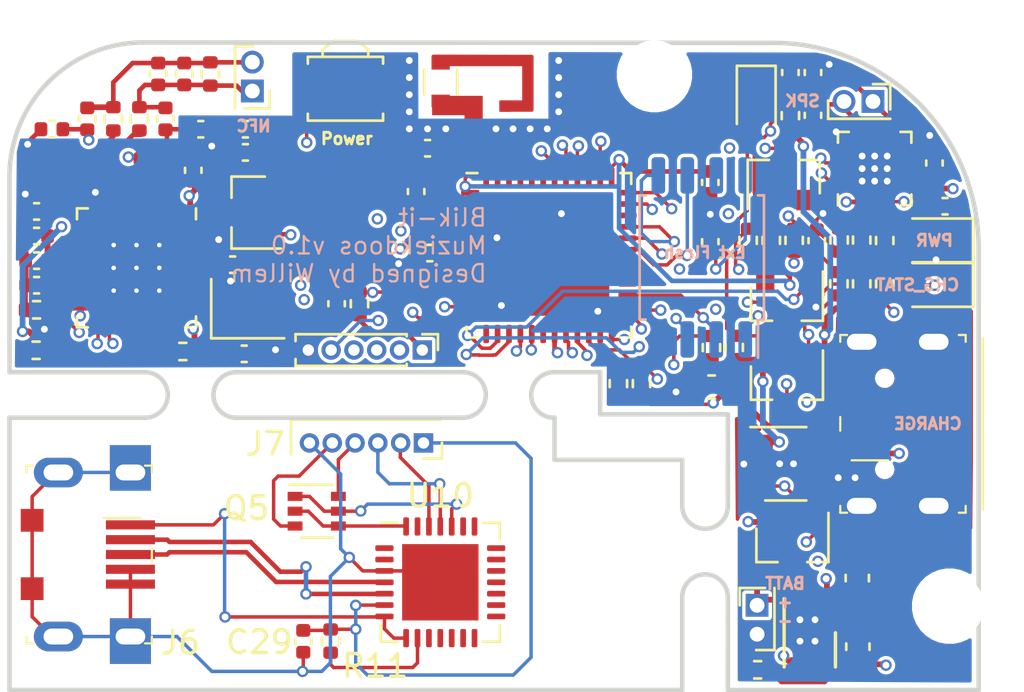
<source format=kicad_pcb>
(kicad_pcb (version 20171130) (host pcbnew "(5.1.10-1-10_14)")

  (general
    (thickness 1.6)
    (drawings 58)
    (tracks 1032)
    (zones 0)
    (modules 90)
    (nets 121)
  )

  (page A4)
  (layers
    (0 F.Cu signal)
    (1 In1.Cu signal hide)
    (2 In2.Cu signal hide)
    (31 B.Cu signal hide)
    (32 B.Adhes user hide)
    (33 F.Adhes user hide)
    (34 B.Paste user hide)
    (35 F.Paste user hide)
    (36 B.SilkS user)
    (37 F.SilkS user hide)
    (38 B.Mask user hide)
    (39 F.Mask user hide)
    (40 Dwgs.User user hide)
    (41 Cmts.User user hide)
    (42 Eco1.User user hide)
    (43 Eco2.User user hide)
    (44 Edge.Cuts user)
    (45 Margin user hide)
    (46 B.CrtYd user hide)
    (47 F.CrtYd user hide)
    (48 B.Fab user hide)
    (49 F.Fab user hide)
  )

  (setup
    (last_trace_width 0.1524)
    (user_trace_width 0.1524)
    (user_trace_width 0.2032)
    (trace_clearance 0.1524)
    (zone_clearance 0.1524)
    (zone_45_only no)
    (trace_min 0.1524)
    (via_size 0.5)
    (via_drill 0.3)
    (via_min_size 0.4)
    (via_min_drill 0.3)
    (user_via 0.5 0.3)
    (uvia_size 0.3)
    (uvia_drill 0.1)
    (uvias_allowed no)
    (uvia_min_size 0.2)
    (uvia_min_drill 0.1)
    (edge_width 0.05)
    (segment_width 0.2)
    (pcb_text_width 0.3)
    (pcb_text_size 1.5 1.5)
    (mod_edge_width 0.12)
    (mod_text_size 1 1)
    (mod_text_width 0.15)
    (pad_size 1 1)
    (pad_drill 0)
    (pad_to_mask_clearance 0)
    (aux_axis_origin 0 0)
    (visible_elements FFFFFF7F)
    (pcbplotparams
      (layerselection 0x010fc_ffffffff)
      (usegerberextensions false)
      (usegerberattributes true)
      (usegerberadvancedattributes true)
      (creategerberjobfile true)
      (excludeedgelayer true)
      (linewidth 0.100000)
      (plotframeref false)
      (viasonmask false)
      (mode 1)
      (useauxorigin false)
      (hpglpennumber 1)
      (hpglpenspeed 20)
      (hpglpendiameter 15.000000)
      (psnegative false)
      (psa4output false)
      (plotreference true)
      (plotvalue true)
      (plotinvisibletext false)
      (padsonsilk false)
      (subtractmaskfromsilk false)
      (outputformat 1)
      (mirror false)
      (drillshape 0)
      (scaleselection 1)
      (outputdirectory "OUTPUT"))
  )

  (net 0 "")
  (net 1 GND)
  (net 2 VBUS)
  (net 3 /CPU/ADC1_IN2)
  (net 4 +BATT)
  (net 5 /Power/PSU_BTN_RAW)
  (net 6 +3V3)
  (net 7 "Net-(C6-Pad2)")
  (net 8 "Net-(C7-Pad1)")
  (net 9 "Net-(C15-Pad1)")
  (net 10 "Net-(C16-Pad1)")
  (net 11 "Net-(C17-Pad2)")
  (net 12 "Net-(C20-Pad2)")
  (net 13 /I2S_DAC_AMP/SPK_OUT-)
  (net 14 /I2S_DAC_AMP/SPKOUT+)
  (net 15 /Power/CHG_STAT_LED)
  (net 16 /Power/CHG_5V_LED)
  (net 17 /Power/PSU_EN)
  (net 18 "Net-(L2-Pad2)")
  (net 19 /CPU/MEAS_EN)
  (net 20 /CPU/BTN_PWR)
  (net 21 /CPU/PW_HOLD)
  (net 22 /Power/PSU_EN_BUF)
  (net 23 /Power/CHG_PROG)
  (net 24 "Net-(R17-Pad1)")
  (net 25 "Net-(R18-Pad2)")
  (net 26 "Net-(R19-Pad2)")
  (net 27 /I2S_DAC_AMP/GAIN)
  (net 28 /I2S_DAC_AMP/I2S_SD_MODE)
  (net 29 "Net-(U2-Pad4)")
  (net 30 /CPU/NFC_MISO)
  (net 31 /CPU/DAC_BCLK)
  (net 32 /CPU/DAC_LRCK)
  (net 33 /CPU/NFC_SPI_MOSI)
  (net 34 /CPU/NFC_SPI_SCK)
  (net 35 /CPU/NFC_SPI_CS)
  (net 36 /CPU/DAC_DATA)
  (net 37 "Net-(U3-Pad28)")
  (net 38 "Net-(U3-Pad27)")
  (net 39 "Net-(U3-Pad26)")
  (net 40 "Net-(U3-Pad25)")
  (net 41 "Net-(U3-Pad24)")
  (net 42 "Net-(U3-Pad23)")
  (net 43 "Net-(U3-Pad11)")
  (net 44 "Net-(U3-Pad10)")
  (net 45 "Net-(U3-Pad7)")
  (net 46 "Net-(U3-Pad4)")
  (net 47 "Net-(U3-Pad3)")
  (net 48 "Net-(L1-Pad2)")
  (net 49 "Net-(C23-Pad2)")
  (net 50 "Net-(R12-Pad2)")
  (net 51 "Net-(R15-Pad1)")
  (net 52 "Net-(Q1-Pad3)")
  (net 53 "Net-(U1-Pad7)")
  (net 54 /CPU/HALL_OUT)
  (net 55 /CPU/VDD_SDIO)
  (net 56 /CPU/ESP_RST)
  (net 57 /CPU/ESP_GPIO0)
  (net 58 /CPU/ESP_GPIO2)
  (net 59 /CPU/ESP_GPIO15)
  (net 60 /NFC/NFC_TX)
  (net 61 /NFC/NFC_RX)
  (net 62 "Net-(U4-Pad48)")
  (net 63 "Net-(U4-Pad47)")
  (net 64 "Net-(U4-Pad45)")
  (net 65 "Net-(U4-Pad44)")
  (net 66 "Net-(U4-Pad39)")
  (net 67 /CPU/ESP_SD1)
  (net 68 /CPU/ESP_SD0)
  (net 69 /CPU/ESP_CLK)
  (net 70 /CPU/ESP_CMD)
  (net 71 /CPU/ESP_GPIO17)
  (net 72 /CPU/SPIFLASH_CS)
  (net 73 "Net-(U4-Pad18)")
  (net 74 "Net-(U4-Pad13)")
  (net 75 "Net-(U4-Pad10)")
  (net 76 "Net-(U4-Pad8)")
  (net 77 "Net-(U4-Pad7)")
  (net 78 "Net-(U4-Pad6)")
  (net 79 /CPU/SPI_CMD)
  (net 80 "Net-(U10-Pad27)")
  (net 81 "Net-(U10-Pad23)")
  (net 82 "Net-(U10-Pad22)")
  (net 83 "Net-(U10-Pad21)")
  (net 84 "Net-(U10-Pad20)")
  (net 85 "Net-(U10-Pad19)")
  (net 86 "Net-(U10-Pad18)")
  (net 87 "Net-(U10-Pad17)")
  (net 88 "Net-(U10-Pad16)")
  (net 89 "Net-(U10-Pad15)")
  (net 90 "Net-(U10-Pad14)")
  (net 91 "Net-(U10-Pad13)")
  (net 92 "Net-(U10-Pad12)")
  (net 93 "Net-(U10-Pad11)")
  (net 94 "Net-(U10-Pad10)")
  (net 95 "Net-(U10-Pad2)")
  (net 96 "Net-(U10-Pad1)")
  (net 97 /programmer/USB_D-)
  (net 98 /programmer/USB_D+)
  (net 99 /programmer/CP_DTR)
  (net 100 /programmer/CP_RTS)
  (net 101 /CPU/ESP_TX)
  (net 102 /CPU/ESP_RX)
  (net 103 /CPU/WIFI_ANT)
  (net 104 /CPU/VDDA)
  (net 105 /CPU/ESP_LNA_IN)
  (net 106 "Net-(J2-Pad2)")
  (net 107 "Net-(J2-Pad3)")
  (net 108 "Net-(U4-Pad29)")
  (net 109 "Net-(U4-Pad28)")
  (net 110 /programmer/USB_PWR)
  (net 111 /programmer/PROG_EN)
  (net 112 /programmer/PROG_RST)
  (net 113 /programmer/PROG_RX)
  (net 114 /programmer/PROG_TX)
  (net 115 /programmer/CP_RST)
  (net 116 GND2)
  (net 117 /programmer/PROG_VCC)
  (net 118 /CPU/A2)
  (net 119 "Net-(U4-Pad34)")
  (net 120 /Power/MCP_STAT)

  (net_class Default "This is the default net class."
    (clearance 0.1524)
    (trace_width 0.1524)
    (via_dia 0.5)
    (via_drill 0.3)
    (uvia_dia 0.3)
    (uvia_drill 0.1)
    (add_net +3V3)
    (add_net +BATT)
    (add_net /CPU/A2)
    (add_net /CPU/ADC1_IN2)
    (add_net /CPU/BTN_PWR)
    (add_net /CPU/DAC_BCLK)
    (add_net /CPU/DAC_DATA)
    (add_net /CPU/DAC_LRCK)
    (add_net /CPU/ESP_CLK)
    (add_net /CPU/ESP_CMD)
    (add_net /CPU/ESP_GPIO0)
    (add_net /CPU/ESP_GPIO15)
    (add_net /CPU/ESP_GPIO17)
    (add_net /CPU/ESP_GPIO2)
    (add_net /CPU/ESP_LNA_IN)
    (add_net /CPU/ESP_RST)
    (add_net /CPU/ESP_RX)
    (add_net /CPU/ESP_SD0)
    (add_net /CPU/ESP_SD1)
    (add_net /CPU/ESP_TX)
    (add_net /CPU/HALL_OUT)
    (add_net /CPU/MEAS_EN)
    (add_net /CPU/NFC_MISO)
    (add_net /CPU/NFC_SPI_CS)
    (add_net /CPU/NFC_SPI_MOSI)
    (add_net /CPU/NFC_SPI_SCK)
    (add_net /CPU/PW_HOLD)
    (add_net /CPU/SPIFLASH_CS)
    (add_net /CPU/SPI_CMD)
    (add_net /CPU/VDDA)
    (add_net /CPU/VDD_SDIO)
    (add_net /CPU/WIFI_ANT)
    (add_net /I2S_DAC_AMP/GAIN)
    (add_net /I2S_DAC_AMP/I2S_SD_MODE)
    (add_net /I2S_DAC_AMP/SPKOUT+)
    (add_net /I2S_DAC_AMP/SPK_OUT-)
    (add_net /NFC/NFC_RX)
    (add_net /NFC/NFC_TX)
    (add_net /Power/CHG_5V_LED)
    (add_net /Power/CHG_PROG)
    (add_net /Power/CHG_STAT_LED)
    (add_net /Power/MCP_STAT)
    (add_net /Power/PSU_BTN_RAW)
    (add_net /Power/PSU_EN)
    (add_net /Power/PSU_EN_BUF)
    (add_net /programmer/CP_DTR)
    (add_net /programmer/CP_RST)
    (add_net /programmer/CP_RTS)
    (add_net /programmer/PROG_EN)
    (add_net /programmer/PROG_RST)
    (add_net /programmer/PROG_RX)
    (add_net /programmer/PROG_TX)
    (add_net /programmer/PROG_VCC)
    (add_net /programmer/USB_D+)
    (add_net /programmer/USB_D-)
    (add_net /programmer/USB_PWR)
    (add_net GND)
    (add_net GND2)
    (add_net "Net-(C15-Pad1)")
    (add_net "Net-(C16-Pad1)")
    (add_net "Net-(C17-Pad2)")
    (add_net "Net-(C20-Pad2)")
    (add_net "Net-(C23-Pad2)")
    (add_net "Net-(C6-Pad2)")
    (add_net "Net-(C7-Pad1)")
    (add_net "Net-(J2-Pad2)")
    (add_net "Net-(J2-Pad3)")
    (add_net "Net-(L1-Pad2)")
    (add_net "Net-(L2-Pad2)")
    (add_net "Net-(Q1-Pad3)")
    (add_net "Net-(R12-Pad2)")
    (add_net "Net-(R15-Pad1)")
    (add_net "Net-(R17-Pad1)")
    (add_net "Net-(R18-Pad2)")
    (add_net "Net-(R19-Pad2)")
    (add_net "Net-(U1-Pad7)")
    (add_net "Net-(U10-Pad1)")
    (add_net "Net-(U10-Pad10)")
    (add_net "Net-(U10-Pad11)")
    (add_net "Net-(U10-Pad12)")
    (add_net "Net-(U10-Pad13)")
    (add_net "Net-(U10-Pad14)")
    (add_net "Net-(U10-Pad15)")
    (add_net "Net-(U10-Pad16)")
    (add_net "Net-(U10-Pad17)")
    (add_net "Net-(U10-Pad18)")
    (add_net "Net-(U10-Pad19)")
    (add_net "Net-(U10-Pad2)")
    (add_net "Net-(U10-Pad20)")
    (add_net "Net-(U10-Pad21)")
    (add_net "Net-(U10-Pad22)")
    (add_net "Net-(U10-Pad23)")
    (add_net "Net-(U10-Pad27)")
    (add_net "Net-(U2-Pad4)")
    (add_net "Net-(U3-Pad10)")
    (add_net "Net-(U3-Pad11)")
    (add_net "Net-(U3-Pad23)")
    (add_net "Net-(U3-Pad24)")
    (add_net "Net-(U3-Pad25)")
    (add_net "Net-(U3-Pad26)")
    (add_net "Net-(U3-Pad27)")
    (add_net "Net-(U3-Pad28)")
    (add_net "Net-(U3-Pad3)")
    (add_net "Net-(U3-Pad4)")
    (add_net "Net-(U3-Pad7)")
    (add_net "Net-(U4-Pad10)")
    (add_net "Net-(U4-Pad13)")
    (add_net "Net-(U4-Pad18)")
    (add_net "Net-(U4-Pad28)")
    (add_net "Net-(U4-Pad29)")
    (add_net "Net-(U4-Pad34)")
    (add_net "Net-(U4-Pad39)")
    (add_net "Net-(U4-Pad44)")
    (add_net "Net-(U4-Pad45)")
    (add_net "Net-(U4-Pad47)")
    (add_net "Net-(U4-Pad48)")
    (add_net "Net-(U4-Pad6)")
    (add_net "Net-(U4-Pad7)")
    (add_net "Net-(U4-Pad8)")
    (add_net VBUS)
  )

  (module Connector_PinHeader_1.00mm:PinHeader_1x06_P1.00mm_Vertical (layer F.Cu) (tedit 61422C17) (tstamp 61460828)
    (at 59.2709 77.4573 270)
    (descr "Through hole straight pin header, 1x06, 1.00mm pitch, single row")
    (tags "Through hole pin header THT 1x06 1.00mm single row")
    (path /6147AE86)
    (clearance 0.14732)
    (fp_text reference J8 (at 0 -1.56 90) (layer F.SilkS) hide
      (effects (font (size 1 1) (thickness 0.15)))
    )
    (fp_text value Conn_01x06 (at 0 6.56 90) (layer F.Fab)
      (effects (font (size 1 1) (thickness 0.15)))
    )
    (fp_text user %R (at 0 2.5) (layer F.Fab)
      (effects (font (size 0.76 0.76) (thickness 0.114)))
    )
    (fp_line (start -0.3175 -0.5) (end 0.635 -0.5) (layer F.Fab) (width 0.1))
    (fp_line (start 0.635 -0.5) (end 0.635 5.5) (layer F.Fab) (width 0.1))
    (fp_line (start 0.635 5.5) (end -0.635 5.5) (layer F.Fab) (width 0.1))
    (fp_line (start -0.635 5.5) (end -0.635 -0.1825) (layer F.Fab) (width 0.1))
    (fp_line (start -0.635 -0.1825) (end -0.3175 -0.5) (layer F.Fab) (width 0.1))
    (fp_line (start -0.695 5.56) (end -0.394493 5.56) (layer F.SilkS) (width 0.12))
    (fp_line (start 0.394493 5.56) (end 0.695 5.56) (layer F.SilkS) (width 0.12))
    (fp_line (start -0.695 0.685) (end -0.695 5.56) (layer F.SilkS) (width 0.12))
    (fp_line (start 0.695 0.685) (end 0.695 5.56) (layer F.SilkS) (width 0.12))
    (fp_line (start -0.695 0.685) (end -0.608276 0.685) (layer F.SilkS) (width 0.12))
    (fp_line (start 0.608276 0.685) (end 0.695 0.685) (layer F.SilkS) (width 0.12))
    (fp_line (start -0.695 0) (end -0.695 -0.685) (layer F.SilkS) (width 0.12))
    (fp_line (start -0.695 -0.685) (end 0 -0.685) (layer F.SilkS) (width 0.12))
    (fp_line (start -0.762 -0.762) (end -0.762 5.588) (layer F.CrtYd) (width 0.05))
    (fp_line (start -0.762 5.588) (end 0.762 5.588) (layer F.CrtYd) (width 0.05))
    (fp_line (start 0.762 5.588) (end 0.762 -0.762) (layer F.CrtYd) (width 0.05))
    (fp_line (start 0.762 -0.762) (end -0.762 -0.762) (layer F.CrtYd) (width 0.05))
    (pad 6 thru_hole oval (at 0 5 270) (size 0.85 0.85) (drill 0.5) (layers *.Cu *.Mask)
      (net 1 GND))
    (pad 5 thru_hole oval (at 0 4 270) (size 0.85 0.85) (drill 0.5) (layers *.Cu *.Mask)
      (net 57 /CPU/ESP_GPIO0))
    (pad 4 thru_hole oval (at 0 3 270) (size 0.85 0.85) (drill 0.5) (layers *.Cu *.Mask)
      (net 56 /CPU/ESP_RST))
    (pad 3 thru_hole oval (at 0 2 270) (size 0.85 0.85) (drill 0.5) (layers *.Cu *.Mask)
      (net 101 /CPU/ESP_TX))
    (pad 2 thru_hole oval (at 0 1 270) (size 0.85 0.85) (drill 0.5) (layers *.Cu *.Mask)
      (net 102 /CPU/ESP_RX))
    (pad 1 thru_hole rect (at 0 0 270) (size 0.85 0.85) (drill 0.5) (layers *.Cu *.Mask)
      (net 6 +3V3))
    (model ${KISYS3DMOD}/Connector_PinHeader_1.00mm.3dshapes/PinHeader_1x06_P1.00mm_Vertical.wrl
      (at (xyz 0 0 0))
      (scale (xyz 1 1 1))
      (rotate (xyz 0 0 0))
    )
  )

  (module Connector_PinHeader_1.27mm:PinHeader_1x02_P1.27mm_Vertical_small_CrtYd (layer F.Cu) (tedit 6140FD46) (tstamp 610A5EAA)
    (at 79.0321 66.548 270)
    (descr "Through hole straight pin header, 1x02, 1.27mm pitch, single row")
    (tags "Through hole pin header THT 1x02 1.27mm single row")
    (path /611410AC)
    (fp_text reference J3 (at 0 -1.695 90) (layer F.SilkS) hide
      (effects (font (size 1 1) (thickness 0.15)))
    )
    (fp_text value Conn_01x02 (at 0 2.965 90) (layer F.Fab)
      (effects (font (size 1 1) (thickness 0.15)))
    )
    (fp_text user %R (at 0 0.635) (layer F.Fab)
      (effects (font (size 1 1) (thickness 0.15)))
    )
    (fp_line (start -0.254 -0.635) (end 0.762 -0.635) (layer F.Fab) (width 0.1))
    (fp_line (start 0.762 -0.635) (end 0.762 1.905) (layer F.Fab) (width 0.1))
    (fp_line (start 0.762 1.905) (end -0.762 1.905) (layer F.Fab) (width 0.1))
    (fp_line (start -0.762 1.905) (end -0.762 -0.11) (layer F.Fab) (width 0.1))
    (fp_line (start -0.762 -0.11) (end -0.237 -0.635) (layer F.Fab) (width 0.1))
    (fp_line (start -0.04047 1.965) (end 0.762 1.965) (layer F.SilkS) (width 0.12))
    (fp_line (start 0.762 -0.762) (end 0.762 1.965) (layer F.SilkS) (width 0.12))
    (fp_line (start -0.762 0) (end -0.762 -0.76) (layer F.SilkS) (width 0.12))
    (fp_line (start -0.762 -0.76) (end 0.348 -0.76) (layer F.SilkS) (width 0.12))
    (fp_line (start -0.762 -0.762) (end -0.762 2.032) (layer F.CrtYd) (width 0.05))
    (fp_line (start -0.762 2.032) (end 0.762 2.032) (layer F.CrtYd) (width 0.05))
    (fp_line (start 0.762 2.032) (end 0.762 -0.762) (layer F.CrtYd) (width 0.05))
    (fp_line (start 0.762 -0.762) (end -0.762 -0.762) (layer F.CrtYd) (width 0.05))
    (pad 2 thru_hole oval (at 0 1.27 270) (size 1 1) (drill 0.65) (layers *.Cu *.Mask)
      (net 13 /I2S_DAC_AMP/SPK_OUT-))
    (pad 1 thru_hole rect (at 0 0 270) (size 1 1) (drill 0.65) (layers *.Cu *.Mask)
      (net 14 /I2S_DAC_AMP/SPKOUT+))
    (model ${KISYS3DMOD}/Connector_PinHeader_1.27mm.3dshapes/PinHeader_1x02_P1.27mm_Vertical.wrl
      (at (xyz 0 0 0))
      (scale (xyz 1 1 1))
      (rotate (xyz 0 0 0))
    )
  )

  (module Connector_PinHeader_1.27mm:PinHeader_1x02_P1.27mm_Vertical_small_CrtYd (layer F.Cu) (tedit 6140FD46) (tstamp 614291E7)
    (at 73.9521 88.6587)
    (descr "Through hole straight pin header, 1x02, 1.27mm pitch, single row")
    (tags "Through hole pin header THT 1x02 1.27mm single row")
    (path /60FE1698/61145089)
    (fp_text reference J1 (at 0 -1.695) (layer F.SilkS) hide
      (effects (font (size 1 1) (thickness 0.15)))
    )
    (fp_text value Conn_01x02 (at 0 2.965) (layer F.Fab)
      (effects (font (size 1 1) (thickness 0.15)))
    )
    (fp_text user %R (at 0 0.635 90) (layer F.Fab)
      (effects (font (size 1 1) (thickness 0.15)))
    )
    (fp_line (start -0.254 -0.635) (end 0.762 -0.635) (layer F.Fab) (width 0.1))
    (fp_line (start 0.762 -0.635) (end 0.762 1.905) (layer F.Fab) (width 0.1))
    (fp_line (start 0.762 1.905) (end -0.762 1.905) (layer F.Fab) (width 0.1))
    (fp_line (start -0.762 1.905) (end -0.762 -0.11) (layer F.Fab) (width 0.1))
    (fp_line (start -0.762 -0.11) (end -0.237 -0.635) (layer F.Fab) (width 0.1))
    (fp_line (start -0.04047 1.965) (end 0.762 1.965) (layer F.SilkS) (width 0.12))
    (fp_line (start 0.762 -0.762) (end 0.762 1.965) (layer F.SilkS) (width 0.12))
    (fp_line (start -0.762 0) (end -0.762 -0.76) (layer F.SilkS) (width 0.12))
    (fp_line (start -0.762 -0.76) (end 0.348 -0.76) (layer F.SilkS) (width 0.12))
    (fp_line (start -0.762 -0.762) (end -0.762 2.032) (layer F.CrtYd) (width 0.05))
    (fp_line (start -0.762 2.032) (end 0.762 2.032) (layer F.CrtYd) (width 0.05))
    (fp_line (start 0.762 2.032) (end 0.762 -0.762) (layer F.CrtYd) (width 0.05))
    (fp_line (start 0.762 -0.762) (end -0.762 -0.762) (layer F.CrtYd) (width 0.05))
    (pad 2 thru_hole oval (at 0 1.27) (size 1 1) (drill 0.65) (layers *.Cu *.Mask)
      (net 1 GND))
    (pad 1 thru_hole rect (at 0 0) (size 1 1) (drill 0.65) (layers *.Cu *.Mask)
      (net 4 +BATT))
    (model ${KISYS3DMOD}/Connector_PinHeader_1.27mm.3dshapes/PinHeader_1x02_P1.27mm_Vertical.wrl
      (at (xyz 0 0 0))
      (scale (xyz 1 1 1))
      (rotate (xyz 0 0 0))
    )
  )

  (module MountingHole:MountingHole_3mm (layer F.Cu) (tedit 56D1B4CB) (tstamp 61429166)
    (at 82.3976 88.6968)
    (descr "Mounting Hole 3mm, no annular")
    (tags "mounting hole 3mm no annular")
    (path /6115AFF4)
    (attr virtual)
    (fp_text reference M2 (at 0 -4) (layer F.SilkS) hide
      (effects (font (size 1 1) (thickness 0.15)))
    )
    (fp_text value MOUNTINGHOLE3.0 (at 0 4) (layer F.Fab) hide
      (effects (font (size 1 1) (thickness 0.15)))
    )
    (fp_circle (center 0 0) (end 3 0) (layer Cmts.User) (width 0.15))
    (fp_circle (center 0 0) (end 3.25 0) (layer F.CrtYd) (width 0.05))
    (fp_text user %R (at 0.3 0) (layer F.Fab) hide
      (effects (font (size 1 1) (thickness 0.15)))
    )
    (pad 1 np_thru_hole circle (at 0 0) (size 3 3) (drill 3) (layers *.Cu *.Mask))
  )

  (module Connector_PinHeader_1.27mm:PinHeader_1x02_P1.27mm_Vertical_small_CrtYd (layer F.Cu) (tedit 6140FD46) (tstamp 61417991)
    (at 51.816 66.0908 180)
    (descr "Through hole straight pin header, 1x02, 1.27mm pitch, single row")
    (tags "Through hole pin header THT 1x02 1.27mm single row")
    (path /60FE21EE/610ABF7F)
    (fp_text reference J4 (at 0 -1.695) (layer F.SilkS) hide
      (effects (font (size 1 1) (thickness 0.15)))
    )
    (fp_text value Conn_01x02 (at 0 2.965) (layer F.Fab)
      (effects (font (size 1 1) (thickness 0.15)))
    )
    (fp_line (start 0.762 -0.762) (end -0.762 -0.762) (layer F.CrtYd) (width 0.05))
    (fp_line (start 0.762 2.032) (end 0.762 -0.762) (layer F.CrtYd) (width 0.05))
    (fp_line (start -0.762 2.032) (end 0.762 2.032) (layer F.CrtYd) (width 0.05))
    (fp_line (start -0.762 -0.762) (end -0.762 2.032) (layer F.CrtYd) (width 0.05))
    (fp_line (start -0.762 -0.76) (end 0.348 -0.76) (layer F.SilkS) (width 0.12))
    (fp_line (start -0.762 0) (end -0.762 -0.76) (layer F.SilkS) (width 0.12))
    (fp_line (start 0.762 -0.762) (end 0.762 1.965) (layer F.SilkS) (width 0.12))
    (fp_line (start -0.04047 1.965) (end 0.762 1.965) (layer F.SilkS) (width 0.12))
    (fp_line (start -0.762 -0.11) (end -0.237 -0.635) (layer F.Fab) (width 0.1))
    (fp_line (start -0.762 1.905) (end -0.762 -0.11) (layer F.Fab) (width 0.1))
    (fp_line (start 0.762 1.905) (end -0.762 1.905) (layer F.Fab) (width 0.1))
    (fp_line (start 0.762 -0.635) (end 0.762 1.905) (layer F.Fab) (width 0.1))
    (fp_line (start -0.254 -0.635) (end 0.762 -0.635) (layer F.Fab) (width 0.1))
    (fp_text user %R (at 0 0.635 90) (layer F.Fab)
      (effects (font (size 1 1) (thickness 0.15)))
    )
    (pad 2 thru_hole oval (at 0 1.27 180) (size 1 1) (drill 0.65) (layers *.Cu *.Mask)
      (net 49 "Net-(C23-Pad2)"))
    (pad 1 thru_hole rect (at 0 0 180) (size 1 1) (drill 0.65) (layers *.Cu *.Mask)
      (net 12 "Net-(C20-Pad2)"))
    (model ${KISYS3DMOD}/Connector_PinHeader_1.27mm.3dshapes/PinHeader_1x02_P1.27mm_Vertical.wrl
      (at (xyz 0 0 0))
      (scale (xyz 1 1 1))
      (rotate (xyz 0 0 0))
    )
  )

  (module MySymbols:AntennaTrace (layer F.Cu) (tedit 5E3EAB2D) (tstamp 61444C1C)
    (at 62.9 66.75)
    (path /60FFCEAC/614111A0)
    (fp_text reference J9 (at 0 2.3) (layer F.SilkS) hide
      (effects (font (size 1 1) (thickness 0.15)))
    )
    (fp_text value Conn_01x01 (at 0 -1.975) (layer F.Fab)
      (effects (font (size 1 1) (thickness 0.15)))
    )
    (pad 1 smd rect (at 0 0) (size 0.5 0.5) (layers F.Cu)
      (net 118 /CPU/A2))
  )

  (module "MySymbols:wifi antenna" (layer F.Cu) (tedit 5E39D8CF) (tstamp 61444C02)
    (at 60.075 65.7 90)
    (path /60FFCEAC/6133A7B9)
    (fp_text reference ANT1 (at 0 1.875 90) (layer F.SilkS) hide
      (effects (font (size 1 1) (thickness 0.15)))
    )
    (fp_text value 2450AT18A100E (at 0 -1.825 90) (layer F.Fab)
      (effects (font (size 1 1) (thickness 0.15)))
    )
    (fp_line (start -1.6 0.9) (end 1.6 0.9) (layer F.CrtYd) (width 0.05))
    (fp_line (start -1.6 -0.9) (end -1.6 0.9) (layer F.CrtYd) (width 0.05))
    (fp_line (start 1.6 -0.9) (end -1.6 -0.9) (layer F.CrtYd) (width 0.05))
    (fp_line (start 1.6 0.9) (end 1.6 -0.9) (layer F.CrtYd) (width 0.05))
    (fp_line (start 0.55 0.725) (end -0.55 0.725) (layer F.SilkS) (width 0.12))
    (fp_line (start -0.55 -0.725) (end 0.55 -0.725) (layer F.SilkS) (width 0.12))
    (pad 1 smd rect (at -0.825 0 90) (size 0.55 0.8) (layers F.Cu F.Paste F.Mask)
      (net 103 /CPU/WIFI_ANT))
    (pad 2 smd rect (at 0.825 0 90) (size 0.55 0.8) (layers F.Cu F.Paste F.Mask)
      (net 118 /CPU/A2))
    (model ${KISYS3DMOD}/RF_Antenna.3dshapes/Johanson_2450AT18x100.step
      (at (xyz 0 0 0))
      (scale (xyz 0.6 0.7 0.0001))
      (rotate (xyz 0 0 0))
    )
  )

  (module Connector_PinSocket_1.00mm:PinSocket_1x06_P1.00mm_Vertical_small_CrtYd (layer F.Cu) (tedit 6140C9F7) (tstamp 6141AB6C)
    (at 59.3217 81.534 270)
    (descr "Through hole straight socket strip, 1x06, 1.00mm pitch, single row (https://gct.co/files/drawings/bc065.pdf), script generated")
    (tags "Through hole socket strip THT 1x06 1.00mm single row")
    (path /6147A1A8)
    (clearance 0.14732)
    (fp_text reference J7 (at 0.036 6.9317 180) (layer F.SilkS)
      (effects (font (size 1 1) (thickness 0.15)))
    )
    (fp_text value Conn_01x06 (at -0.29 7.25 90) (layer F.Fab)
      (effects (font (size 1 1) (thickness 0.15)))
    )
    (fp_line (start -0.762 5.842) (end -0.762 -0.762) (layer F.CrtYd) (width 0.05))
    (fp_line (start 0.762 5.842) (end -0.762 5.842) (layer F.CrtYd) (width 0.05))
    (fp_line (start 0.762 -0.762) (end 0.762 5.842) (layer F.CrtYd) (width 0.05))
    (fp_line (start -0.762 -0.762) (end 0.762 -0.762) (layer F.CrtYd) (width 0.05))
    (fp_line (start 0 -0.81) (end 0.685 -0.81) (layer F.SilkS) (width 0.12))
    (fp_line (start 0.685 -0.81) (end 0.685 0) (layer F.SilkS) (width 0.12))
    (fp_line (start -1.016 5.81) (end 0.508 5.81) (layer F.SilkS) (width 0.12))
    (fp_line (start -1.016 -0.762) (end -1.016 5.81) (layer F.SilkS) (width 0.12))
    (fp_line (start -0.762 5.75) (end -0.762 -0.75) (layer F.Fab) (width 0.1))
    (fp_line (start 0.738 5.75) (end -0.762 5.75) (layer F.Fab) (width 0.1))
    (fp_line (start 0.738 -0.375) (end 0.738 5.75) (layer F.Fab) (width 0.1))
    (fp_line (start 0.363 -0.75) (end 0.738 -0.375) (layer F.Fab) (width 0.1))
    (fp_line (start -0.762 -0.75) (end 0.363 -0.75) (layer F.Fab) (width 0.1))
    (fp_text user %R (at -0.29 2.5) (layer F.Fab)
      (effects (font (size 0.9 0.9) (thickness 0.14)))
    )
    (pad 6 thru_hole oval (at 0 5 270) (size 0.85 0.85) (drill 0.5) (layers *.Cu *.Mask)
      (net 116 GND2))
    (pad 5 thru_hole oval (at 0 4 270) (size 0.85 0.85) (drill 0.5) (layers *.Cu *.Mask)
      (net 111 /programmer/PROG_EN))
    (pad 4 thru_hole oval (at 0 3 270) (size 0.85 0.85) (drill 0.5) (layers *.Cu *.Mask)
      (net 112 /programmer/PROG_RST))
    (pad 3 thru_hole oval (at 0 2 270) (size 0.85 0.85) (drill 0.5) (layers *.Cu *.Mask)
      (net 113 /programmer/PROG_RX))
    (pad 2 thru_hole oval (at 0 1 270) (size 0.85 0.85) (drill 0.5) (layers *.Cu *.Mask)
      (net 114 /programmer/PROG_TX))
    (pad 1 thru_hole rect (at 0 0 270) (size 0.85 0.85) (drill 0.5) (layers *.Cu *.Mask)
      (net 117 /programmer/PROG_VCC))
    (model ${KISYS3DMOD}/Connector_PinSocket_1.00mm.3dshapes/PinSocket_1x06_P1.00mm_Vertical.wrl
      (at (xyz 0 0 0))
      (scale (xyz 1 1 1))
      (rotate (xyz 0 0 0))
    )
  )

  (module Panelization:mouse-bite-2mm-slot locked (layer F.Cu) (tedit 551DB891) (tstamp 61421DD2)
    (at 63.04788 79.44773)
    (fp_text reference mouse-bite-2mm-slot (at 0 -2) (layer F.SilkS) hide
      (effects (font (size 1 1) (thickness 0.2)))
    )
    (fp_text value VAL** (at 0 2.1) (layer F.SilkS) hide
      (effects (font (size 1 1) (thickness 0.2)))
    )
    (fp_line (start 2 0) (end 2 0) (layer Eco1.User) (width 2))
    (fp_line (start -2 0) (end -2 0) (layer Eco1.User) (width 2))
    (fp_circle (center -2 0) (end -2 -0.06) (layer Dwgs.User) (width 0.05))
    (fp_circle (center 2 0) (end 2.06 0) (layer Dwgs.User) (width 0.05))
    (fp_arc (start -2 0) (end -2 -1) (angle 180) (layer F.SilkS) (width 0.1))
    (fp_arc (start 2 0) (end 2 1) (angle 180) (layer F.SilkS) (width 0.1))
    (pad "" np_thru_hole circle (at 0 -0.75) (size 0.5 0.5) (drill 0.5) (layers *.Cu *.Mask))
    (pad "" np_thru_hole circle (at 0 0.75) (size 0.5 0.5) (drill 0.5) (layers *.Cu *.Mask))
    (pad "" np_thru_hole circle (at 0.75 -0.75) (size 0.5 0.5) (drill 0.5) (layers *.Cu *.Mask))
    (pad "" np_thru_hole circle (at -0.75 -0.75) (size 0.5 0.5) (drill 0.5) (layers *.Cu *.Mask))
    (pad "" np_thru_hole circle (at -0.75 0.75) (size 0.5 0.5) (drill 0.5) (layers *.Cu *.Mask))
    (pad "" np_thru_hole circle (at 0.75 0.75) (size 0.5 0.5) (drill 0.5) (layers *.Cu *.Mask))
  )

  (module Panelization:mouse-bite-2mm-slot locked (layer F.Cu) (tedit 551DB891) (tstamp 61421C4F)
    (at 71.67194 86.29904 90)
    (fp_text reference mouse-bite-2mm-slot (at 0 -2 90) (layer F.SilkS) hide
      (effects (font (size 1 1) (thickness 0.2)))
    )
    (fp_text value VAL** (at 0 2.1 90) (layer F.SilkS) hide
      (effects (font (size 1 1) (thickness 0.2)))
    )
    (fp_line (start 2 0) (end 2 0) (layer Eco1.User) (width 2))
    (fp_line (start -2 0) (end -2 0) (layer Eco1.User) (width 2))
    (fp_circle (center -2 0) (end -2 -0.06) (layer Dwgs.User) (width 0.05))
    (fp_circle (center 2 0) (end 2.06 0) (layer Dwgs.User) (width 0.05))
    (fp_arc (start -2 0) (end -2 -1) (angle 180) (layer F.SilkS) (width 0.1))
    (fp_arc (start 2 0) (end 2 1) (angle 180) (layer F.SilkS) (width 0.1))
    (pad "" np_thru_hole circle (at 0 -0.75 90) (size 0.5 0.5) (drill 0.5) (layers *.Cu *.Mask))
    (pad "" np_thru_hole circle (at 0 0.75 90) (size 0.5 0.5) (drill 0.5) (layers *.Cu *.Mask))
    (pad "" np_thru_hole circle (at 0.75 -0.75 90) (size 0.5 0.5) (drill 0.5) (layers *.Cu *.Mask))
    (pad "" np_thru_hole circle (at -0.75 -0.75 90) (size 0.5 0.5) (drill 0.5) (layers *.Cu *.Mask))
    (pad "" np_thru_hole circle (at -0.75 0.75 90) (size 0.5 0.5) (drill 0.5) (layers *.Cu *.Mask))
    (pad "" np_thru_hole circle (at 0.75 0.75 90) (size 0.5 0.5) (drill 0.5) (layers *.Cu *.Mask))
  )

  (module Panelization:mouse-bite-2mm-slot locked (layer F.Cu) (tedit 551DB891) (tstamp 61421C4D)
    (at 49.13122 79.42773)
    (fp_text reference mouse-bite-2mm-slot (at 0 -2) (layer F.SilkS) hide
      (effects (font (size 1 1) (thickness 0.2)))
    )
    (fp_text value VAL** (at 0 2.1) (layer F.SilkS) hide
      (effects (font (size 1 1) (thickness 0.2)))
    )
    (fp_circle (center 2 0) (end 2.06 0) (layer Dwgs.User) (width 0.05))
    (fp_circle (center -2 0) (end -2 -0.06) (layer Dwgs.User) (width 0.05))
    (fp_line (start -2 0) (end -2 0) (layer Eco1.User) (width 2))
    (fp_line (start 2 0) (end 2 0) (layer Eco1.User) (width 2))
    (fp_arc (start 2 0) (end 2 1) (angle 180) (layer F.SilkS) (width 0.1))
    (fp_arc (start -2 0) (end -2 -1) (angle 180) (layer F.SilkS) (width 0.1))
    (pad "" np_thru_hole circle (at 0.75 0.75) (size 0.5 0.5) (drill 0.5) (layers *.Cu *.Mask))
    (pad "" np_thru_hole circle (at -0.75 0.75) (size 0.5 0.5) (drill 0.5) (layers *.Cu *.Mask))
    (pad "" np_thru_hole circle (at -0.75 -0.75) (size 0.5 0.5) (drill 0.5) (layers *.Cu *.Mask))
    (pad "" np_thru_hole circle (at 0.75 -0.75) (size 0.5 0.5) (drill 0.5) (layers *.Cu *.Mask))
    (pad "" np_thru_hole circle (at 0 0.75) (size 0.5 0.5) (drill 0.5) (layers *.Cu *.Mask))
    (pad "" np_thru_hole circle (at 0 -0.75) (size 0.5 0.5) (drill 0.5) (layers *.Cu *.Mask))
  )

  (module Package_TO_SOT_SMD:SOT-363_SC-70-6 (layer F.Cu) (tedit 5A02FF57) (tstamp 614131CB)
    (at 54.64 84.53)
    (descr "SOT-363, SC-70-6")
    (tags "SOT-363 SC-70-6")
    (path /613CB1D0/613D07FE)
    (attr smd)
    (fp_text reference Q5 (at -3.08 -0.13) (layer F.SilkS)
      (effects (font (size 1 1) (thickness 0.15)))
    )
    (fp_text value UMH3N (at 0 2 180) (layer F.Fab)
      (effects (font (size 1 1) (thickness 0.15)))
    )
    (fp_line (start 0.7 -1.16) (end -1.2 -1.16) (layer F.SilkS) (width 0.12))
    (fp_line (start -0.7 1.16) (end 0.7 1.16) (layer F.SilkS) (width 0.12))
    (fp_line (start 1.6 1.4) (end 1.6 -1.4) (layer F.CrtYd) (width 0.05))
    (fp_line (start -1.6 -1.4) (end -1.6 1.4) (layer F.CrtYd) (width 0.05))
    (fp_line (start -1.6 -1.4) (end 1.6 -1.4) (layer F.CrtYd) (width 0.05))
    (fp_line (start 0.675 -1.1) (end -0.175 -1.1) (layer F.Fab) (width 0.1))
    (fp_line (start -0.675 -0.6) (end -0.675 1.1) (layer F.Fab) (width 0.1))
    (fp_line (start -1.6 1.4) (end 1.6 1.4) (layer F.CrtYd) (width 0.05))
    (fp_line (start 0.675 -1.1) (end 0.675 1.1) (layer F.Fab) (width 0.1))
    (fp_line (start 0.675 1.1) (end -0.675 1.1) (layer F.Fab) (width 0.1))
    (fp_line (start -0.175 -1.1) (end -0.675 -0.6) (layer F.Fab) (width 0.1))
    (fp_text user %R (at 0 0 90) (layer F.Fab)
      (effects (font (size 0.5 0.5) (thickness 0.075)))
    )
    (pad 6 smd rect (at 0.95 -0.65) (size 0.65 0.4) (layers F.Cu F.Paste F.Mask)
      (net 112 /programmer/PROG_RST))
    (pad 4 smd rect (at 0.95 0.65) (size 0.65 0.4) (layers F.Cu F.Paste F.Mask)
      (net 99 /programmer/CP_DTR))
    (pad 2 smd rect (at -0.95 0) (size 0.65 0.4) (layers F.Cu F.Paste F.Mask)
      (net 99 /programmer/CP_DTR))
    (pad 5 smd rect (at 0.95 0) (size 0.65 0.4) (layers F.Cu F.Paste F.Mask)
      (net 100 /programmer/CP_RTS))
    (pad 3 smd rect (at -0.95 0.65) (size 0.65 0.4) (layers F.Cu F.Paste F.Mask)
      (net 111 /programmer/PROG_EN))
    (pad 1 smd rect (at -0.95 -0.65) (size 0.65 0.4) (layers F.Cu F.Paste F.Mask)
      (net 100 /programmer/CP_RTS))
    (model ${KISYS3DMOD}/Package_TO_SOT_SMD.3dshapes/SOT-363_SC-70-6.wrl
      (at (xyz 0 0 0))
      (scale (xyz 1 1 1))
      (rotate (xyz 0 0 0))
    )
  )

  (module MySymbols:USB_Micro_B_Female (layer F.Cu) (tedit 6054B134) (tstamp 6141CD2C)
    (at 81.6991 80.6958 90)
    (descr https://cdn.amphenol-icc.com/media/wysiwyg/files/drawing/10103594.pdf)
    (path /60FE1698/6143D9E0)
    (attr smd)
    (fp_text reference J2 (at 0.1524 -5.59054 180) (layer F.SilkS) hide
      (effects (font (size 1 1) (thickness 0.15)))
    )
    (fp_text value USB_B_Micro (at -0.22098 3.5941 90) (layer F.Fab)
      (effects (font (size 1 1) (thickness 0.15)))
    )
    (fp_line (start 3.75 2.15) (end -3.75 2.15) (layer F.SilkS) (width 0.12))
    (fp_line (start -3.75 -3.97) (end -3.75 1.29) (layer F.Fab) (width 0.1))
    (fp_line (start -3.75 -3.97) (end 3.75 -3.97) (layer F.Fab) (width 0.1))
    (fp_line (start 3.75 -3.97) (end 3.75 1.29) (layer F.Fab) (width 0.1))
    (fp_line (start -3.75 1.29) (end 3.75 1.29) (layer F.Fab) (width 0.1))
    (fp_line (start 3.9 -4.1) (end 3.9 -3.8) (layer F.SilkS) (width 0.1))
    (fp_line (start 3.9 -4.1) (end 3.6 -4.1) (layer F.SilkS) (width 0.1))
    (fp_line (start -3.9 -4.1) (end -3.9 -3.8) (layer F.SilkS) (width 0.1))
    (fp_line (start -3.9 -4.1) (end -3.6 -4.1) (layer F.SilkS) (width 0.1))
    (fp_line (start -3.9 1.4) (end -3.6 1.4) (layer F.SilkS) (width 0.1))
    (fp_line (start -3.9 1.4) (end -3.9 1.1) (layer F.SilkS) (width 0.1))
    (fp_line (start 3.9 1.4) (end 3.6 1.4) (layer F.SilkS) (width 0.1))
    (fp_line (start 3.9 1.4) (end 3.9 1.1) (layer F.SilkS) (width 0.1))
    (fp_line (start 0 -4.1) (end -0.3 -4.1) (layer F.SilkS) (width 0.1))
    (fp_line (start 0 -4.1) (end 0.3 -4.1) (layer F.SilkS) (width 0.1))
    (fp_line (start -1.6 -3.6) (end -1.6 -2) (layer F.SilkS) (width 0.1))
    (fp_line (start -4.68 1.75) (end -4.68 -4.22) (layer F.CrtYd) (width 0.05))
    (fp_line (start -4.68 1.75) (end 4.68 1.75) (layer F.CrtYd) (width 0.05))
    (fp_line (start -4.68 -4.22) (end 4.68 -4.22) (layer F.CrtYd) (width 0.05))
    (fp_line (start 4.68 1.75) (end 4.68 -4.22) (layer F.CrtYd) (width 0.05))
    (fp_line (start -4.5 1.3) (end -4.5 2.5) (layer Dwgs.User) (width 0.12))
    (fp_line (start -4.5 2.5) (end 4.5 2.5) (layer Dwgs.User) (width 0.12))
    (fp_line (start 4.5 2.5) (end 4.5 1.3) (layer Dwgs.User) (width 0.12))
    (pad SH smd rect (at -1.5 1.15 90) (size 1 1) (layers F.Cu F.Paste F.Mask)
      (net 1 GND))
    (pad 1 smd rect (at -1.3 -3.16 90) (size 0.4 2.15) (layers F.Cu F.Paste F.Mask)
      (net 2 VBUS))
    (pad SH thru_hole rect (at -3.6 -3.16 90) (size 2 1.8) (drill oval 0.7 1.3 (offset -0.2 0)) (layers *.Cu *.Mask)
      (net 1 GND))
    (pad SH thru_hole oval (at -3.6 0 90) (size 1.3 2.15) (drill oval 0.7 1.3) (layers *.Cu *.Mask)
      (net 1 GND))
    (pad SH thru_hole rect (at 3.6 -3.16 270) (size 2 1.8) (drill oval 0.7 1.3 (offset -0.2 0)) (layers *.Cu *.Mask)
      (net 1 GND))
    (pad SH thru_hole oval (at 3.6 0 90) (size 1.3 2.15) (drill oval 0.7 1.3) (layers *.Cu *.Mask)
      (net 1 GND))
    (pad "" np_thru_hole circle (at -2 -2.15 90) (size 0.55 0.55) (drill 0.55) (layers *.Cu *.Mask))
    (pad "" np_thru_hole circle (at 2 -2.15 90) (size 0.55 0.55) (drill 0.55) (layers *.Cu *.Mask))
    (pad SH smd rect (at 1.5 1.15 90) (size 1 1) (layers F.Cu F.Paste F.Mask)
      (net 1 GND))
    (pad 2 smd rect (at -0.65 -3.16 90) (size 0.4 2.15) (layers F.Cu F.Paste F.Mask)
      (net 106 "Net-(J2-Pad2)"))
    (pad 3 smd rect (at 0 -3.16 90) (size 0.4 2.15) (layers F.Cu F.Paste F.Mask)
      (net 107 "Net-(J2-Pad3)"))
    (pad 4 smd rect (at 0.65 -3.16 90) (size 0.4 2.15) (layers F.Cu F.Paste F.Mask)
      (net 1 GND))
    (pad 5 smd rect (at 1.3 -3.16 90) (size 0.4 2.15) (layers F.Cu F.Paste F.Mask)
      (net 1 GND))
    (model ${KISYS3DMOD}/Connector_USB.3dshapes/USB_Micro-B_Molex_47346-0001.step
      (offset (xyz 0 1.5 0))
      (scale (xyz 1 1 1))
      (rotate (xyz 0 0 0))
    )
  )

  (module Package_DFN_QFN:QFN-28-1EP_5x5mm_P0.5mm_EP3.35x3.35mm (layer F.Cu) (tedit 5DC5F6A4) (tstamp 6147073E)
    (at 60.06 87.65)
    (descr "QFN, 28 Pin (http://ww1.microchip.com/downloads/en/PackagingSpec/00000049BQ.pdf#page=283), generated with kicad-footprint-generator ipc_noLead_generator.py")
    (tags "QFN NoLead")
    (path /613CB1D0/613CD9B7)
    (attr smd)
    (fp_text reference U10 (at 0 -3.8 180) (layer F.SilkS)
      (effects (font (size 1 1) (thickness 0.15)))
    )
    (fp_text value CP2109-InterfaceUSB (at 0 3.8 180) (layer F.Fab)
      (effects (font (size 1 1) (thickness 0.15)))
    )
    (fp_line (start 1.885 -2.61) (end 2.61 -2.61) (layer F.SilkS) (width 0.12))
    (fp_line (start 2.61 -2.61) (end 2.61 -1.885) (layer F.SilkS) (width 0.12))
    (fp_line (start -1.885 2.61) (end -2.61 2.61) (layer F.SilkS) (width 0.12))
    (fp_line (start -2.61 2.61) (end -2.61 1.885) (layer F.SilkS) (width 0.12))
    (fp_line (start 1.885 2.61) (end 2.61 2.61) (layer F.SilkS) (width 0.12))
    (fp_line (start 2.61 2.61) (end 2.61 1.885) (layer F.SilkS) (width 0.12))
    (fp_line (start -1.885 -2.61) (end -2.61 -2.61) (layer F.SilkS) (width 0.12))
    (fp_line (start -1.5 -2.5) (end 2.5 -2.5) (layer F.Fab) (width 0.1))
    (fp_line (start 2.5 -2.5) (end 2.5 2.5) (layer F.Fab) (width 0.1))
    (fp_line (start 2.5 2.5) (end -2.5 2.5) (layer F.Fab) (width 0.1))
    (fp_line (start -2.5 2.5) (end -2.5 -1.5) (layer F.Fab) (width 0.1))
    (fp_line (start -2.5 -1.5) (end -1.5 -2.5) (layer F.Fab) (width 0.1))
    (fp_line (start -3.1 -3.1) (end -3.1 3.1) (layer F.CrtYd) (width 0.05))
    (fp_line (start -3.1 3.1) (end 3.1 3.1) (layer F.CrtYd) (width 0.05))
    (fp_line (start 3.1 3.1) (end 3.1 -3.1) (layer F.CrtYd) (width 0.05))
    (fp_line (start 3.1 -3.1) (end -3.1 -3.1) (layer F.CrtYd) (width 0.05))
    (fp_text user %R (at 0 0 180) (layer F.Fab)
      (effects (font (size 1 1) (thickness 0.15)))
    )
    (pad "" smd roundrect (at 1.12 1.12) (size 0.9 0.9) (layers F.Paste) (roundrect_rratio 0.25))
    (pad "" smd roundrect (at 1.12 0) (size 0.9 0.9) (layers F.Paste) (roundrect_rratio 0.25))
    (pad "" smd roundrect (at 1.12 -1.12) (size 0.9 0.9) (layers F.Paste) (roundrect_rratio 0.25))
    (pad "" smd roundrect (at 0 1.12) (size 0.9 0.9) (layers F.Paste) (roundrect_rratio 0.25))
    (pad "" smd roundrect (at 0 0) (size 0.9 0.9) (layers F.Paste) (roundrect_rratio 0.25))
    (pad "" smd roundrect (at 0 -1.12) (size 0.9 0.9) (layers F.Paste) (roundrect_rratio 0.25))
    (pad "" smd roundrect (at -1.12 1.12) (size 0.9 0.9) (layers F.Paste) (roundrect_rratio 0.25))
    (pad "" smd roundrect (at -1.12 0) (size 0.9 0.9) (layers F.Paste) (roundrect_rratio 0.25))
    (pad "" smd roundrect (at -1.12 -1.12) (size 0.9 0.9) (layers F.Paste) (roundrect_rratio 0.25))
    (pad 29 smd rect (at 0 0) (size 3.35 3.35) (layers F.Cu F.Mask)
      (net 116 GND2))
    (pad 28 smd roundrect (at -1.5 -2.45) (size 0.25 0.8) (layers F.Cu F.Paste F.Mask) (roundrect_rratio 0.25)
      (net 99 /programmer/CP_DTR))
    (pad 27 smd roundrect (at -1 -2.45) (size 0.25 0.8) (layers F.Cu F.Paste F.Mask) (roundrect_rratio 0.25)
      (net 80 "Net-(U10-Pad27)"))
    (pad 26 smd roundrect (at -0.5 -2.45) (size 0.25 0.8) (layers F.Cu F.Paste F.Mask) (roundrect_rratio 0.25)
      (net 114 /programmer/PROG_TX))
    (pad 25 smd roundrect (at 0 -2.45) (size 0.25 0.8) (layers F.Cu F.Paste F.Mask) (roundrect_rratio 0.25)
      (net 113 /programmer/PROG_RX))
    (pad 24 smd roundrect (at 0.5 -2.45) (size 0.25 0.8) (layers F.Cu F.Paste F.Mask) (roundrect_rratio 0.25)
      (net 100 /programmer/CP_RTS))
    (pad 23 smd roundrect (at 1 -2.45) (size 0.25 0.8) (layers F.Cu F.Paste F.Mask) (roundrect_rratio 0.25)
      (net 81 "Net-(U10-Pad23)"))
    (pad 22 smd roundrect (at 1.5 -2.45) (size 0.25 0.8) (layers F.Cu F.Paste F.Mask) (roundrect_rratio 0.25)
      (net 82 "Net-(U10-Pad22)"))
    (pad 21 smd roundrect (at 2.45 -1.5) (size 0.8 0.25) (layers F.Cu F.Paste F.Mask) (roundrect_rratio 0.25)
      (net 83 "Net-(U10-Pad21)"))
    (pad 20 smd roundrect (at 2.45 -1) (size 0.8 0.25) (layers F.Cu F.Paste F.Mask) (roundrect_rratio 0.25)
      (net 84 "Net-(U10-Pad20)"))
    (pad 19 smd roundrect (at 2.45 -0.5) (size 0.8 0.25) (layers F.Cu F.Paste F.Mask) (roundrect_rratio 0.25)
      (net 85 "Net-(U10-Pad19)"))
    (pad 18 smd roundrect (at 2.45 0) (size 0.8 0.25) (layers F.Cu F.Paste F.Mask) (roundrect_rratio 0.25)
      (net 86 "Net-(U10-Pad18)"))
    (pad 17 smd roundrect (at 2.45 0.5) (size 0.8 0.25) (layers F.Cu F.Paste F.Mask) (roundrect_rratio 0.25)
      (net 87 "Net-(U10-Pad17)"))
    (pad 16 smd roundrect (at 2.45 1) (size 0.8 0.25) (layers F.Cu F.Paste F.Mask) (roundrect_rratio 0.25)
      (net 88 "Net-(U10-Pad16)"))
    (pad 15 smd roundrect (at 2.45 1.5) (size 0.8 0.25) (layers F.Cu F.Paste F.Mask) (roundrect_rratio 0.25)
      (net 89 "Net-(U10-Pad15)"))
    (pad 14 smd roundrect (at 1.5 2.45) (size 0.25 0.8) (layers F.Cu F.Paste F.Mask) (roundrect_rratio 0.25)
      (net 90 "Net-(U10-Pad14)"))
    (pad 13 smd roundrect (at 1 2.45) (size 0.25 0.8) (layers F.Cu F.Paste F.Mask) (roundrect_rratio 0.25)
      (net 91 "Net-(U10-Pad13)"))
    (pad 12 smd roundrect (at 0.5 2.45) (size 0.25 0.8) (layers F.Cu F.Paste F.Mask) (roundrect_rratio 0.25)
      (net 92 "Net-(U10-Pad12)"))
    (pad 11 smd roundrect (at 0 2.45) (size 0.25 0.8) (layers F.Cu F.Paste F.Mask) (roundrect_rratio 0.25)
      (net 93 "Net-(U10-Pad11)"))
    (pad 10 smd roundrect (at -0.5 2.45) (size 0.25 0.8) (layers F.Cu F.Paste F.Mask) (roundrect_rratio 0.25)
      (net 94 "Net-(U10-Pad10)"))
    (pad 9 smd roundrect (at -1 2.45) (size 0.25 0.8) (layers F.Cu F.Paste F.Mask) (roundrect_rratio 0.25)
      (net 115 /programmer/CP_RST))
    (pad 8 smd roundrect (at -1.5 2.45) (size 0.25 0.8) (layers F.Cu F.Paste F.Mask) (roundrect_rratio 0.25)
      (net 110 /programmer/USB_PWR))
    (pad 7 smd roundrect (at -2.45 1.5) (size 0.8 0.25) (layers F.Cu F.Paste F.Mask) (roundrect_rratio 0.25)
      (net 110 /programmer/USB_PWR))
    (pad 6 smd roundrect (at -2.45 1) (size 0.8 0.25) (layers F.Cu F.Paste F.Mask) (roundrect_rratio 0.25)
      (net 117 /programmer/PROG_VCC))
    (pad 5 smd roundrect (at -2.45 0.5) (size 0.8 0.25) (layers F.Cu F.Paste F.Mask) (roundrect_rratio 0.25)
      (net 97 /programmer/USB_D-))
    (pad 4 smd roundrect (at -2.45 0) (size 0.8 0.25) (layers F.Cu F.Paste F.Mask) (roundrect_rratio 0.25)
      (net 98 /programmer/USB_D+))
    (pad 3 smd roundrect (at -2.45 -0.5) (size 0.8 0.25) (layers F.Cu F.Paste F.Mask) (roundrect_rratio 0.25)
      (net 116 GND2))
    (pad 2 smd roundrect (at -2.45 -1) (size 0.8 0.25) (layers F.Cu F.Paste F.Mask) (roundrect_rratio 0.25)
      (net 95 "Net-(U10-Pad2)"))
    (pad 1 smd roundrect (at -2.45 -1.5) (size 0.8 0.25) (layers F.Cu F.Paste F.Mask) (roundrect_rratio 0.25)
      (net 96 "Net-(U10-Pad1)"))
    (model ${KISYS3DMOD}/Package_DFN_QFN.3dshapes/QFN-28-1EP_5x5mm_P0.5mm_EP3.35x3.35mm.wrl
      (at (xyz 0 0 0))
      (scale (xyz 1 1 1))
      (rotate (xyz 0 0 0))
    )
  )

  (module Resistor_SMD:R_0402_1005Metric (layer F.Cu) (tedit 5F68FEEE) (tstamp 613CF903)
    (at 55.25 90.23 270)
    (descr "Resistor SMD 0402 (1005 Metric), square (rectangular) end terminal, IPC_7351 nominal, (Body size source: IPC-SM-782 page 72, https://www.pcb-3d.com/wordpress/wp-content/uploads/ipc-sm-782a_amendment_1_and_2.pdf), generated with kicad-footprint-generator")
    (tags resistor)
    (path /613CB1D0/613D252C)
    (attr smd)
    (fp_text reference R11 (at 1.09 -1.95 180) (layer F.SilkS)
      (effects (font (size 1 1) (thickness 0.15)))
    )
    (fp_text value 10K (at 0 1.17 90) (layer F.Fab)
      (effects (font (size 1 1) (thickness 0.15)))
    )
    (fp_line (start -0.525 0.27) (end -0.525 -0.27) (layer F.Fab) (width 0.1))
    (fp_line (start -0.525 -0.27) (end 0.525 -0.27) (layer F.Fab) (width 0.1))
    (fp_line (start 0.525 -0.27) (end 0.525 0.27) (layer F.Fab) (width 0.1))
    (fp_line (start 0.525 0.27) (end -0.525 0.27) (layer F.Fab) (width 0.1))
    (fp_line (start -0.153641 -0.38) (end 0.153641 -0.38) (layer F.SilkS) (width 0.12))
    (fp_line (start -0.153641 0.38) (end 0.153641 0.38) (layer F.SilkS) (width 0.12))
    (fp_line (start -0.93 0.47) (end -0.93 -0.47) (layer F.CrtYd) (width 0.05))
    (fp_line (start -0.93 -0.47) (end 0.93 -0.47) (layer F.CrtYd) (width 0.05))
    (fp_line (start 0.93 -0.47) (end 0.93 0.47) (layer F.CrtYd) (width 0.05))
    (fp_line (start 0.93 0.47) (end -0.93 0.47) (layer F.CrtYd) (width 0.05))
    (fp_text user %R (at 0 0 90) (layer F.Fab)
      (effects (font (size 0.26 0.26) (thickness 0.04)))
    )
    (pad 2 smd roundrect (at 0.51 0 270) (size 0.54 0.64) (layers F.Cu F.Paste F.Mask) (roundrect_rratio 0.25)
      (net 115 /programmer/CP_RST))
    (pad 1 smd roundrect (at -0.51 0 270) (size 0.54 0.64) (layers F.Cu F.Paste F.Mask) (roundrect_rratio 0.25)
      (net 117 /programmer/PROG_VCC))
    (model ${KISYS3DMOD}/Resistor_SMD.3dshapes/R_0402_1005Metric.wrl
      (at (xyz 0 0 0))
      (scale (xyz 1 1 1))
      (rotate (xyz 0 0 0))
    )
  )

  (module MySymbols:USB_Micro_B_Female (layer F.Cu) (tedit 6054B134) (tstamp 613CF5D4)
    (at 43.31 86.43 270)
    (descr https://cdn.amphenol-icc.com/media/wysiwyg/files/drawing/10103594.pdf)
    (path /613CB1D0/613CEAD0)
    (attr smd)
    (fp_text reference J6 (at 3.87 -5.35 180) (layer F.SilkS)
      (effects (font (size 1 1) (thickness 0.15)))
    )
    (fp_text value USB_B_Micro (at -0.22098 3.5941 90) (layer F.Fab)
      (effects (font (size 1 1) (thickness 0.15)))
    )
    (fp_line (start 3.75 2.15) (end -3.75 2.15) (layer F.SilkS) (width 0.12))
    (fp_line (start -3.75 -3.97) (end -3.75 1.29) (layer F.Fab) (width 0.1))
    (fp_line (start -3.75 -3.97) (end 3.75 -3.97) (layer F.Fab) (width 0.1))
    (fp_line (start 3.75 -3.97) (end 3.75 1.29) (layer F.Fab) (width 0.1))
    (fp_line (start -3.75 1.29) (end 3.75 1.29) (layer F.Fab) (width 0.1))
    (fp_line (start 3.9 -4.1) (end 3.9 -3.8) (layer F.SilkS) (width 0.1))
    (fp_line (start 3.9 -4.1) (end 3.6 -4.1) (layer F.SilkS) (width 0.1))
    (fp_line (start -3.9 -4.1) (end -3.9 -3.8) (layer F.SilkS) (width 0.1))
    (fp_line (start -3.9 -4.1) (end -3.6 -4.1) (layer F.SilkS) (width 0.1))
    (fp_line (start -3.9 1.4) (end -3.6 1.4) (layer F.SilkS) (width 0.1))
    (fp_line (start -3.9 1.4) (end -3.9 1.1) (layer F.SilkS) (width 0.1))
    (fp_line (start 3.9 1.4) (end 3.6 1.4) (layer F.SilkS) (width 0.1))
    (fp_line (start 3.9 1.4) (end 3.9 1.1) (layer F.SilkS) (width 0.1))
    (fp_line (start 0 -4.1) (end -0.3 -4.1) (layer F.SilkS) (width 0.1))
    (fp_line (start 0 -4.1) (end 0.3 -4.1) (layer F.SilkS) (width 0.1))
    (fp_line (start -1.6 -3.6) (end -1.6 -2) (layer F.SilkS) (width 0.1))
    (fp_line (start -4.68 1.75) (end -4.68 -4.22) (layer F.CrtYd) (width 0.05))
    (fp_line (start -4.68 1.75) (end 4.68 1.75) (layer F.CrtYd) (width 0.05))
    (fp_line (start -4.68 -4.22) (end 4.68 -4.22) (layer F.CrtYd) (width 0.05))
    (fp_line (start 4.68 1.75) (end 4.68 -4.22) (layer F.CrtYd) (width 0.05))
    (fp_line (start -4.5 1.3) (end -4.5 2.5) (layer Dwgs.User) (width 0.12))
    (fp_line (start -4.5 2.5) (end 4.5 2.5) (layer Dwgs.User) (width 0.12))
    (fp_line (start 4.5 2.5) (end 4.5 1.3) (layer Dwgs.User) (width 0.12))
    (pad SH smd rect (at -1.5 1.15 270) (size 1 1) (layers F.Cu F.Paste F.Mask)
      (net 116 GND2))
    (pad 1 smd rect (at -1.3 -3.16 270) (size 0.4 2.15) (layers F.Cu F.Paste F.Mask)
      (net 110 /programmer/USB_PWR))
    (pad SH thru_hole rect (at -3.6 -3.16 270) (size 2 1.8) (drill oval 0.7 1.3 (offset -0.2 0)) (layers *.Cu *.Mask)
      (net 116 GND2))
    (pad SH thru_hole oval (at -3.6 0 270) (size 1.3 2.15) (drill oval 0.7 1.3) (layers *.Cu *.Mask)
      (net 116 GND2))
    (pad SH thru_hole rect (at 3.6 -3.16 90) (size 2 1.8) (drill oval 0.7 1.3 (offset -0.2 0)) (layers *.Cu *.Mask)
      (net 116 GND2))
    (pad SH thru_hole oval (at 3.6 0 270) (size 1.3 2.15) (drill oval 0.7 1.3) (layers *.Cu *.Mask)
      (net 116 GND2))
    (pad "" np_thru_hole circle (at -2 -2.15 270) (size 0.55 0.55) (drill 0.55) (layers *.Cu *.Mask))
    (pad "" np_thru_hole circle (at 2 -2.15 270) (size 0.55 0.55) (drill 0.55) (layers *.Cu *.Mask))
    (pad SH smd rect (at 1.5 1.15 270) (size 1 1) (layers F.Cu F.Paste F.Mask)
      (net 116 GND2))
    (pad 2 smd rect (at -0.65 -3.16 270) (size 0.4 2.15) (layers F.Cu F.Paste F.Mask)
      (net 97 /programmer/USB_D-))
    (pad 3 smd rect (at 0 -3.16 270) (size 0.4 2.15) (layers F.Cu F.Paste F.Mask)
      (net 98 /programmer/USB_D+))
    (pad 4 smd rect (at 0.65 -3.16 270) (size 0.4 2.15) (layers F.Cu F.Paste F.Mask)
      (net 116 GND2))
    (pad 5 smd rect (at 1.3 -3.16 270) (size 0.4 2.15) (layers F.Cu F.Paste F.Mask)
      (net 116 GND2))
    (model ${KISYS3DMOD}/Connector_USB.3dshapes/USB_Micro-B_Molex_47346-0001.step
      (offset (xyz 0 1.5 0))
      (scale (xyz 1 1 1))
      (rotate (xyz 0 0 0))
    )
  )

  (module Capacitor_SMD:C_0402_1005Metric (layer F.Cu) (tedit 5F68FEEE) (tstamp 613CF488)
    (at 54.05 90.24 270)
    (descr "Capacitor SMD 0402 (1005 Metric), square (rectangular) end terminal, IPC_7351 nominal, (Body size source: IPC-SM-782 page 76, https://www.pcb-3d.com/wordpress/wp-content/uploads/ipc-sm-782a_amendment_1_and_2.pdf), generated with kicad-footprint-generator")
    (tags capacitor)
    (path /613CB1D0/613DB9EC)
    (attr smd)
    (fp_text reference C29 (at 0.04 1.93 180) (layer F.SilkS)
      (effects (font (size 1 1) (thickness 0.15)))
    )
    (fp_text value 100nF (at 0 1.16 90) (layer F.Fab)
      (effects (font (size 1 1) (thickness 0.15)))
    )
    (fp_line (start -0.5 0.25) (end -0.5 -0.25) (layer F.Fab) (width 0.1))
    (fp_line (start -0.5 -0.25) (end 0.5 -0.25) (layer F.Fab) (width 0.1))
    (fp_line (start 0.5 -0.25) (end 0.5 0.25) (layer F.Fab) (width 0.1))
    (fp_line (start 0.5 0.25) (end -0.5 0.25) (layer F.Fab) (width 0.1))
    (fp_line (start -0.107836 -0.36) (end 0.107836 -0.36) (layer F.SilkS) (width 0.12))
    (fp_line (start -0.107836 0.36) (end 0.107836 0.36) (layer F.SilkS) (width 0.12))
    (fp_line (start -0.91 0.46) (end -0.91 -0.46) (layer F.CrtYd) (width 0.05))
    (fp_line (start -0.91 -0.46) (end 0.91 -0.46) (layer F.CrtYd) (width 0.05))
    (fp_line (start 0.91 -0.46) (end 0.91 0.46) (layer F.CrtYd) (width 0.05))
    (fp_line (start 0.91 0.46) (end -0.91 0.46) (layer F.CrtYd) (width 0.05))
    (fp_text user %R (at 0 0 90) (layer F.Fab)
      (effects (font (size 0.25 0.25) (thickness 0.04)))
    )
    (pad 2 smd roundrect (at 0.48 0 270) (size 0.56 0.62) (layers F.Cu F.Paste F.Mask) (roundrect_rratio 0.25)
      (net 116 GND2))
    (pad 1 smd roundrect (at -0.48 0 270) (size 0.56 0.62) (layers F.Cu F.Paste F.Mask) (roundrect_rratio 0.25)
      (net 117 /programmer/PROG_VCC))
    (model ${KISYS3DMOD}/Capacitor_SMD.3dshapes/C_0402_1005Metric.wrl
      (at (xyz 0 0 0))
      (scale (xyz 1 1 1))
      (rotate (xyz 0 0 0))
    )
  )

  (module Package_TO_SOT_SMD:SOT-23 (layer F.Cu) (tedit 5A02FF57) (tstamp 61417952)
    (at 51.6636 71.4248 180)
    (descr "SOT-23, Standard")
    (tags SOT-23)
    (path /60FFCEAC/610E83A7)
    (attr smd)
    (fp_text reference U8 (at 0 -2.5) (layer F.SilkS) hide
      (effects (font (size 1 1) (thickness 0.15)))
    )
    (fp_text value DRV5055A3xDBZxQ1 (at 0 2.5) (layer F.Fab) hide
      (effects (font (size 1 1) (thickness 0.15)))
    )
    (fp_line (start 0.76 1.58) (end -0.7 1.58) (layer F.SilkS) (width 0.12))
    (fp_line (start 0.76 -1.58) (end -1.4 -1.58) (layer F.SilkS) (width 0.12))
    (fp_line (start -1.7 1.75) (end -1.7 -1.75) (layer F.CrtYd) (width 0.05))
    (fp_line (start 1.7 1.75) (end -1.7 1.75) (layer F.CrtYd) (width 0.05))
    (fp_line (start 1.7 -1.75) (end 1.7 1.75) (layer F.CrtYd) (width 0.05))
    (fp_line (start -1.7 -1.75) (end 1.7 -1.75) (layer F.CrtYd) (width 0.05))
    (fp_line (start 0.76 -1.58) (end 0.76 -0.65) (layer F.SilkS) (width 0.12))
    (fp_line (start 0.76 1.58) (end 0.76 0.65) (layer F.SilkS) (width 0.12))
    (fp_line (start -0.7 1.52) (end 0.7 1.52) (layer F.Fab) (width 0.1))
    (fp_line (start 0.7 -1.52) (end 0.7 1.52) (layer F.Fab) (width 0.1))
    (fp_line (start -0.7 -0.95) (end -0.15 -1.52) (layer F.Fab) (width 0.1))
    (fp_line (start -0.15 -1.52) (end 0.7 -1.52) (layer F.Fab) (width 0.1))
    (fp_line (start -0.7 -0.95) (end -0.7 1.5) (layer F.Fab) (width 0.1))
    (fp_text user %R (at 0 0 180) (layer F.Fab)
      (effects (font (size 0.508 0.508) (thickness 0.0762)))
    )
    (pad 3 smd rect (at 1 0 180) (size 0.9 0.8) (layers F.Cu F.Paste F.Mask)
      (net 1 GND))
    (pad 2 smd rect (at -1 0.95 180) (size 0.9 0.8) (layers F.Cu F.Paste F.Mask)
      (net 54 /CPU/HALL_OUT))
    (pad 1 smd rect (at -1 -0.95 180) (size 0.9 0.8) (layers F.Cu F.Paste F.Mask)
      (net 6 +3V3))
    (model ${KISYS3DMOD}/Package_TO_SOT_SMD.3dshapes/SOT-23.wrl
      (at (xyz 0 0 0))
      (scale (xyz 1 1 1))
      (rotate (xyz 0 0 0))
    )
  )

  (module Package_DFN_QFN:QFN-48-1EP_7x7mm_P0.5mm_EP5.3x5.3mm locked (layer F.Cu) (tedit 5DC5F6A5) (tstamp 61435911)
    (at 64.8208 73.3)
    (descr "QFN, 48 Pin (https://www.trinamic.com/fileadmin/assets/Products/ICs_Documents/TMC2041_datasheet.pdf#page=62), generated with kicad-footprint-generator ipc_noLead_generator.py")
    (tags "QFN NoLead")
    (path /60FFCEAC/613C5900)
    (clearance 0.0254)
    (attr smd)
    (fp_text reference U4 (at 0 -4.8) (layer F.SilkS) hide
      (effects (font (size 1 1) (thickness 0.15)))
    )
    (fp_text value RF_Module_ESP32-PICO-D4 (at 0 4.8) (layer F.Fab)
      (effects (font (size 1 1) (thickness 0.15)))
    )
    (fp_line (start 4.1 -4.1) (end -4.1 -4.1) (layer F.CrtYd) (width 0.05))
    (fp_line (start 4.1 4.1) (end 4.1 -4.1) (layer F.CrtYd) (width 0.05))
    (fp_line (start -4.1 4.1) (end 4.1 4.1) (layer F.CrtYd) (width 0.05))
    (fp_line (start -4.1 -4.1) (end -4.1 4.1) (layer F.CrtYd) (width 0.05))
    (fp_line (start -3.5 -2.5) (end -2.5 -3.5) (layer F.Fab) (width 0.1))
    (fp_line (start -3.5 3.5) (end -3.5 -2.5) (layer F.Fab) (width 0.1))
    (fp_line (start 3.5 3.5) (end -3.5 3.5) (layer F.Fab) (width 0.1))
    (fp_line (start 3.5 -3.5) (end 3.5 3.5) (layer F.Fab) (width 0.1))
    (fp_line (start -2.5 -3.5) (end 3.5 -3.5) (layer F.Fab) (width 0.1))
    (fp_line (start -3.135 -3.61) (end -3.61 -3.61) (layer F.SilkS) (width 0.12))
    (fp_line (start 3.61 3.61) (end 3.61 3.135) (layer F.SilkS) (width 0.12))
    (fp_line (start 3.135 3.61) (end 3.61 3.61) (layer F.SilkS) (width 0.12))
    (fp_line (start -3.61 3.61) (end -3.61 3.135) (layer F.SilkS) (width 0.12))
    (fp_line (start -3.135 3.61) (end -3.61 3.61) (layer F.SilkS) (width 0.12))
    (fp_line (start 3.61 -3.61) (end 3.61 -3.135) (layer F.SilkS) (width 0.12))
    (fp_line (start 3.135 -3.61) (end 3.61 -3.61) (layer F.SilkS) (width 0.12))
    (fp_text user %R (at 0 0) (layer F.Fab)
      (effects (font (size 1 1) (thickness 0.15)))
    )
    (pad "" smd roundrect (at 1.98 1.98) (size 1.07 1.07) (layers F.Paste) (roundrect_rratio 0.233645))
    (pad "" smd roundrect (at 1.98 0.66) (size 1.07 1.07) (layers F.Paste) (roundrect_rratio 0.233645))
    (pad "" smd roundrect (at 1.98 -0.66) (size 1.07 1.07) (layers F.Paste) (roundrect_rratio 0.233645))
    (pad "" smd roundrect (at 1.98 -1.98) (size 1.07 1.07) (layers F.Paste) (roundrect_rratio 0.233645))
    (pad "" smd roundrect (at 0.66 1.98) (size 1.07 1.07) (layers F.Paste) (roundrect_rratio 0.233645))
    (pad "" smd roundrect (at 0.66 0.66) (size 1.07 1.07) (layers F.Paste) (roundrect_rratio 0.233645))
    (pad "" smd roundrect (at 0.66 -0.66) (size 1.07 1.07) (layers F.Paste) (roundrect_rratio 0.233645))
    (pad "" smd roundrect (at 0.66 -1.98) (size 1.07 1.07) (layers F.Paste) (roundrect_rratio 0.233645))
    (pad "" smd roundrect (at -0.66 1.98) (size 1.07 1.07) (layers F.Paste) (roundrect_rratio 0.233645))
    (pad "" smd roundrect (at -0.66 0.66) (size 1.07 1.07) (layers F.Paste) (roundrect_rratio 0.233645))
    (pad "" smd roundrect (at -0.66 -0.66) (size 1.07 1.07) (layers F.Paste) (roundrect_rratio 0.233645))
    (pad "" smd roundrect (at -0.66 -1.98) (size 1.07 1.07) (layers F.Paste) (roundrect_rratio 0.233645))
    (pad "" smd roundrect (at -1.98 1.98) (size 1.07 1.07) (layers F.Paste) (roundrect_rratio 0.233645))
    (pad "" smd roundrect (at -1.98 0.66) (size 1.07 1.07) (layers F.Paste) (roundrect_rratio 0.233645))
    (pad "" smd roundrect (at -1.98 -0.66) (size 1.07 1.07) (layers F.Paste) (roundrect_rratio 0.233645))
    (pad "" smd roundrect (at -1.98 -1.98) (size 1.07 1.07) (layers F.Paste) (roundrect_rratio 0.233645))
    (pad 49 smd rect (at 0 0) (size 5.3 5.3) (layers F.Cu F.Mask)
      (net 1 GND))
    (pad 48 smd roundrect (at -2.75 -3.45) (size 0.25 0.8) (layers F.Cu F.Paste F.Mask) (roundrect_rratio 0.25)
      (net 62 "Net-(U4-Pad48)"))
    (pad 47 smd roundrect (at -2.25 -3.45) (size 0.25 0.8) (layers F.Cu F.Paste F.Mask) (roundrect_rratio 0.25)
      (net 63 "Net-(U4-Pad47)"))
    (pad 46 smd roundrect (at -1.75 -3.45) (size 0.25 0.8) (layers F.Cu F.Paste F.Mask) (roundrect_rratio 0.25)
      (net 6 +3V3))
    (pad 45 smd roundrect (at -1.25 -3.45) (size 0.25 0.8) (layers F.Cu F.Paste F.Mask) (roundrect_rratio 0.25)
      (net 64 "Net-(U4-Pad45)"))
    (pad 44 smd roundrect (at -0.75 -3.45) (size 0.25 0.8) (layers F.Cu F.Paste F.Mask) (roundrect_rratio 0.25)
      (net 65 "Net-(U4-Pad44)"))
    (pad 43 smd roundrect (at -0.25 -3.45) (size 0.25 0.8) (layers F.Cu F.Paste F.Mask) (roundrect_rratio 0.25)
      (net 6 +3V3))
    (pad 42 smd roundrect (at 0.25 -3.45) (size 0.25 0.8) (layers F.Cu F.Paste F.Mask) (roundrect_rratio 0.25)
      (net 31 /CPU/DAC_BCLK))
    (pad 41 smd roundrect (at 0.75 -3.45) (size 0.25 0.8) (layers F.Cu F.Paste F.Mask) (roundrect_rratio 0.25)
      (net 101 /CPU/ESP_TX))
    (pad 40 smd roundrect (at 1.25 -3.45) (size 0.25 0.8) (layers F.Cu F.Paste F.Mask) (roundrect_rratio 0.25)
      (net 102 /CPU/ESP_RX))
    (pad 39 smd roundrect (at 1.75 -3.45) (size 0.25 0.8) (layers F.Cu F.Paste F.Mask) (roundrect_rratio 0.25)
      (net 66 "Net-(U4-Pad39)"))
    (pad 38 smd roundrect (at 2.25 -3.45) (size 0.25 0.8) (layers F.Cu F.Paste F.Mask) (roundrect_rratio 0.25)
      (net 30 /CPU/NFC_MISO))
    (pad 37 smd roundrect (at 2.75 -3.45) (size 0.25 0.8) (layers F.Cu F.Paste F.Mask) (roundrect_rratio 0.25)
      (net 6 +3V3))
    (pad 36 smd roundrect (at 3.45 -2.75) (size 0.8 0.25) (layers F.Cu F.Paste F.Mask) (roundrect_rratio 0.25)
      (net 33 /CPU/NFC_SPI_MOSI))
    (pad 35 smd roundrect (at 3.45 -2.25) (size 0.8 0.25) (layers F.Cu F.Paste F.Mask) (roundrect_rratio 0.25)
      (net 34 /CPU/NFC_SPI_SCK))
    (pad 34 smd roundrect (at 3.45 -1.75) (size 0.8 0.25) (layers F.Cu F.Paste F.Mask) (roundrect_rratio 0.25)
      (net 119 "Net-(U4-Pad34)"))
    (pad 33 smd roundrect (at 3.45 -1.25) (size 0.8 0.25) (layers F.Cu F.Paste F.Mask) (roundrect_rratio 0.25)
      (net 67 /CPU/ESP_SD1))
    (pad 32 smd roundrect (at 3.45 -0.75) (size 0.8 0.25) (layers F.Cu F.Paste F.Mask) (roundrect_rratio 0.25)
      (net 68 /CPU/ESP_SD0))
    (pad 31 smd roundrect (at 3.45 -0.25) (size 0.8 0.25) (layers F.Cu F.Paste F.Mask) (roundrect_rratio 0.25)
      (net 69 /CPU/ESP_CLK))
    (pad 30 smd roundrect (at 3.45 0.25) (size 0.8 0.25) (layers F.Cu F.Paste F.Mask) (roundrect_rratio 0.25)
      (net 70 /CPU/ESP_CMD))
    (pad 29 smd roundrect (at 3.45 0.75) (size 0.8 0.25) (layers F.Cu F.Paste F.Mask) (roundrect_rratio 0.25)
      (net 108 "Net-(U4-Pad29)"))
    (pad 28 smd roundrect (at 3.45 1.25) (size 0.8 0.25) (layers F.Cu F.Paste F.Mask) (roundrect_rratio 0.25)
      (net 109 "Net-(U4-Pad28)"))
    (pad 27 smd roundrect (at 3.45 1.75) (size 0.8 0.25) (layers F.Cu F.Paste F.Mask) (roundrect_rratio 0.25)
      (net 71 /CPU/ESP_GPIO17))
    (pad 26 smd roundrect (at 3.45 2.25) (size 0.8 0.25) (layers F.Cu F.Paste F.Mask) (roundrect_rratio 0.25)
      (net 55 /CPU/VDD_SDIO))
    (pad 25 smd roundrect (at 3.45 2.75) (size 0.8 0.25) (layers F.Cu F.Paste F.Mask) (roundrect_rratio 0.25)
      (net 72 /CPU/SPIFLASH_CS))
    (pad 24 smd roundrect (at 2.75 3.45) (size 0.25 0.8) (layers F.Cu F.Paste F.Mask) (roundrect_rratio 0.25)
      (net 35 /CPU/NFC_SPI_CS))
    (pad 23 smd roundrect (at 2.25 3.45) (size 0.25 0.8) (layers F.Cu F.Paste F.Mask) (roundrect_rratio 0.25)
      (net 57 /CPU/ESP_GPIO0))
    (pad 22 smd roundrect (at 1.75 3.45) (size 0.25 0.8) (layers F.Cu F.Paste F.Mask) (roundrect_rratio 0.25)
      (net 58 /CPU/ESP_GPIO2))
    (pad 21 smd roundrect (at 1.25 3.45) (size 0.25 0.8) (layers F.Cu F.Paste F.Mask) (roundrect_rratio 0.25)
      (net 59 /CPU/ESP_GPIO15))
    (pad 20 smd roundrect (at 0.75 3.45) (size 0.25 0.8) (layers F.Cu F.Paste F.Mask) (roundrect_rratio 0.25)
      (net 32 /CPU/DAC_LRCK))
    (pad 19 smd roundrect (at 0.25 3.45) (size 0.25 0.8) (layers F.Cu F.Paste F.Mask) (roundrect_rratio 0.25)
      (net 6 +3V3))
    (pad 18 smd roundrect (at -0.25 3.45) (size 0.25 0.8) (layers F.Cu F.Paste F.Mask) (roundrect_rratio 0.25)
      (net 73 "Net-(U4-Pad18)"))
    (pad 17 smd roundrect (at -0.75 3.45) (size 0.25 0.8) (layers F.Cu F.Paste F.Mask) (roundrect_rratio 0.25)
      (net 36 /CPU/DAC_DATA))
    (pad 16 smd roundrect (at -1.25 3.45) (size 0.25 0.8) (layers F.Cu F.Paste F.Mask) (roundrect_rratio 0.25)
      (net 28 /I2S_DAC_AMP/I2S_SD_MODE))
    (pad 15 smd roundrect (at -1.75 3.45) (size 0.25 0.8) (layers F.Cu F.Paste F.Mask) (roundrect_rratio 0.25)
      (net 19 /CPU/MEAS_EN))
    (pad 14 smd roundrect (at -2.25 3.45) (size 0.25 0.8) (layers F.Cu F.Paste F.Mask) (roundrect_rratio 0.25)
      (net 21 /CPU/PW_HOLD))
    (pad 13 smd roundrect (at -2.75 3.45) (size 0.25 0.8) (layers F.Cu F.Paste F.Mask) (roundrect_rratio 0.25)
      (net 74 "Net-(U4-Pad13)"))
    (pad 12 smd roundrect (at -3.45 2.75) (size 0.8 0.25) (layers F.Cu F.Paste F.Mask) (roundrect_rratio 0.25)
      (net 20 /CPU/BTN_PWR))
    (pad 11 smd roundrect (at -3.45 2.25) (size 0.8 0.25) (layers F.Cu F.Paste F.Mask) (roundrect_rratio 0.25)
      (net 3 /CPU/ADC1_IN2))
    (pad 10 smd roundrect (at -3.45 1.75) (size 0.8 0.25) (layers F.Cu F.Paste F.Mask) (roundrect_rratio 0.25)
      (net 75 "Net-(U4-Pad10)"))
    (pad 9 smd roundrect (at -3.45 1.25) (size 0.8 0.25) (layers F.Cu F.Paste F.Mask) (roundrect_rratio 0.25)
      (net 56 /CPU/ESP_RST))
    (pad 8 smd roundrect (at -3.45 0.75) (size 0.8 0.25) (layers F.Cu F.Paste F.Mask) (roundrect_rratio 0.25)
      (net 76 "Net-(U4-Pad8)"))
    (pad 7 smd roundrect (at -3.45 0.25) (size 0.8 0.25) (layers F.Cu F.Paste F.Mask) (roundrect_rratio 0.25)
      (net 77 "Net-(U4-Pad7)"))
    (pad 6 smd roundrect (at -3.45 -0.25) (size 0.8 0.25) (layers F.Cu F.Paste F.Mask) (roundrect_rratio 0.25)
      (net 78 "Net-(U4-Pad6)"))
    (pad 5 smd roundrect (at -3.45 -0.75) (size 0.8 0.25) (layers F.Cu F.Paste F.Mask) (roundrect_rratio 0.25)
      (net 54 /CPU/HALL_OUT))
    (pad 4 smd roundrect (at -3.45 -1.25) (size 0.8 0.25) (layers F.Cu F.Paste F.Mask) (roundrect_rratio 0.25)
      (net 104 /CPU/VDDA))
    (pad 3 smd roundrect (at -3.45 -1.75) (size 0.8 0.25) (layers F.Cu F.Paste F.Mask) (roundrect_rratio 0.25)
      (net 104 /CPU/VDDA))
    (pad 2 smd roundrect (at -3.45 -2.25) (size 0.8 0.25) (layers F.Cu F.Paste F.Mask) (roundrect_rratio 0.25)
      (net 105 /CPU/ESP_LNA_IN))
    (pad 1 smd roundrect (at -3.45 -2.75) (size 0.8 0.25) (layers F.Cu F.Paste F.Mask) (roundrect_rratio 0.25)
      (net 6 +3V3))
    (model ${KISYS3DMOD}/Package_DFN_QFN.3dshapes/QFN-48-1EP_7x7mm_P0.5mm_EP5.3x5.3mm.wrl
      (at (xyz 0 0 0))
      (scale (xyz 1 1 1))
      (rotate (xyz 0 0 0))
    )
  )

  (module Package_SO:SOIC-8_5.23x5.23mm_P1.27mm (layer B.Cu) (tedit 5D9F72B1) (tstamp 6142BD90)
    (at 71.5264 73.3933 90)
    (descr "SOIC, 8 Pin (http://www.winbond.com/resource-files/w25q32jv%20revg%2003272018%20plus.pdf#page=68), generated with kicad-footprint-generator ipc_gullwing_generator.py")
    (tags "SOIC SO")
    (path /60FFCEAC/613BD510)
    (attr smd)
    (fp_text reference U6 (at 0 3.56 270) (layer B.SilkS) hide
      (effects (font (size 1 1) (thickness 0.15)) (justify mirror))
    )
    (fp_text value W25Q256 (at 0 -3.56 270) (layer B.Fab)
      (effects (font (size 1 1) (thickness 0.15)) (justify mirror))
    )
    (fp_line (start 4.65 2.86) (end -4.65 2.86) (layer B.CrtYd) (width 0.05))
    (fp_line (start 4.65 -2.86) (end 4.65 2.86) (layer B.CrtYd) (width 0.05))
    (fp_line (start -4.65 -2.86) (end 4.65 -2.86) (layer B.CrtYd) (width 0.05))
    (fp_line (start -4.65 2.86) (end -4.65 -2.86) (layer B.CrtYd) (width 0.05))
    (fp_line (start -2.615 1.615) (end -1.615 2.615) (layer B.Fab) (width 0.1))
    (fp_line (start -2.615 -2.615) (end -2.615 1.615) (layer B.Fab) (width 0.1))
    (fp_line (start 2.615 -2.615) (end -2.615 -2.615) (layer B.Fab) (width 0.1))
    (fp_line (start 2.615 2.615) (end 2.615 -2.615) (layer B.Fab) (width 0.1))
    (fp_line (start -1.615 2.615) (end 2.615 2.615) (layer B.Fab) (width 0.1))
    (fp_line (start -2.725 2.465) (end -4.4 2.465) (layer B.SilkS) (width 0.12))
    (fp_line (start -2.725 2.725) (end -2.725 2.465) (layer B.SilkS) (width 0.12))
    (fp_line (start 0 2.725) (end -2.725 2.725) (layer B.SilkS) (width 0.12))
    (fp_line (start 2.725 2.725) (end 2.725 2.465) (layer B.SilkS) (width 0.12))
    (fp_line (start 0 2.725) (end 2.725 2.725) (layer B.SilkS) (width 0.12))
    (fp_line (start -2.725 -2.725) (end -2.725 -2.465) (layer B.SilkS) (width 0.12))
    (fp_line (start 0 -2.725) (end -2.725 -2.725) (layer B.SilkS) (width 0.12))
    (fp_line (start 2.725 -2.725) (end 2.725 -2.465) (layer B.SilkS) (width 0.12))
    (fp_line (start 0 -2.725) (end 2.725 -2.725) (layer B.SilkS) (width 0.12))
    (fp_text user %R (at 0 0 270) (layer B.Fab)
      (effects (font (size 1 1) (thickness 0.15)) (justify mirror))
    )
    (pad 8 smd roundrect (at 3.6 1.905 90) (size 1.6 0.6) (layers B.Cu B.Paste B.Mask) (roundrect_rratio 0.25)
      (net 55 /CPU/VDD_SDIO))
    (pad 7 smd roundrect (at 3.6 0.635 90) (size 1.6 0.6) (layers B.Cu B.Paste B.Mask) (roundrect_rratio 0.25)
      (net 79 /CPU/SPI_CMD))
    (pad 6 smd roundrect (at 3.6 -0.635 90) (size 1.6 0.6) (layers B.Cu B.Paste B.Mask) (roundrect_rratio 0.25)
      (net 69 /CPU/ESP_CLK))
    (pad 5 smd roundrect (at 3.6 -1.905 90) (size 1.6 0.6) (layers B.Cu B.Paste B.Mask) (roundrect_rratio 0.25)
      (net 67 /CPU/ESP_SD1))
    (pad 4 smd roundrect (at -3.6 -1.905 90) (size 1.6 0.6) (layers B.Cu B.Paste B.Mask) (roundrect_rratio 0.25)
      (net 1 GND))
    (pad 3 smd roundrect (at -3.6 -0.635 90) (size 1.6 0.6) (layers B.Cu B.Paste B.Mask) (roundrect_rratio 0.25)
      (net 68 /CPU/ESP_SD0))
    (pad 2 smd roundrect (at -3.6 0.635 90) (size 1.6 0.6) (layers B.Cu B.Paste B.Mask) (roundrect_rratio 0.25)
      (net 71 /CPU/ESP_GPIO17))
    (pad 1 smd roundrect (at -3.6 1.905 90) (size 1.6 0.6) (layers B.Cu B.Paste B.Mask) (roundrect_rratio 0.25)
      (net 72 /CPU/SPIFLASH_CS))
    (model ${KISYS3DMOD}/Package_SO.3dshapes/SOIC-8_5.23x5.23mm_P1.27mm.wrl
      (at (xyz 0 0 0))
      (scale (xyz 1 1 1))
      (rotate (xyz 0 0 0))
    )
  )

  (module Resistor_SMD:R_0402_1005Metric (layer F.Cu) (tedit 5F68FEEE) (tstamp 613C74CA)
    (at 71.95 77.35 90)
    (descr "Resistor SMD 0402 (1005 Metric), square (rectangular) end terminal, IPC_7351 nominal, (Body size source: IPC-SM-782 page 72, https://www.pcb-3d.com/wordpress/wp-content/uploads/ipc-sm-782a_amendment_1_and_2.pdf), generated with kicad-footprint-generator")
    (tags resistor)
    (path /60FFCEAC/613CB052)
    (attr smd)
    (fp_text reference R23 (at 0 -1.17 90) (layer F.SilkS) hide
      (effects (font (size 1 1) (thickness 0.15)))
    )
    (fp_text value 10K (at 0 1.17 90) (layer F.Fab)
      (effects (font (size 1 1) (thickness 0.15)))
    )
    (fp_line (start 0.93 0.47) (end -0.93 0.47) (layer F.CrtYd) (width 0.05))
    (fp_line (start 0.93 -0.47) (end 0.93 0.47) (layer F.CrtYd) (width 0.05))
    (fp_line (start -0.93 -0.47) (end 0.93 -0.47) (layer F.CrtYd) (width 0.05))
    (fp_line (start -0.93 0.47) (end -0.93 -0.47) (layer F.CrtYd) (width 0.05))
    (fp_line (start -0.153641 0.38) (end 0.153641 0.38) (layer F.SilkS) (width 0.12))
    (fp_line (start -0.153641 -0.38) (end 0.153641 -0.38) (layer F.SilkS) (width 0.12))
    (fp_line (start 0.525 0.27) (end -0.525 0.27) (layer F.Fab) (width 0.1))
    (fp_line (start 0.525 -0.27) (end 0.525 0.27) (layer F.Fab) (width 0.1))
    (fp_line (start -0.525 -0.27) (end 0.525 -0.27) (layer F.Fab) (width 0.1))
    (fp_line (start -0.525 0.27) (end -0.525 -0.27) (layer F.Fab) (width 0.1))
    (fp_text user %R (at 0 0 90) (layer F.Fab)
      (effects (font (size 0.26 0.26) (thickness 0.04)))
    )
    (pad 2 smd roundrect (at 0.51 0 90) (size 0.54 0.64) (layers F.Cu F.Paste F.Mask) (roundrect_rratio 0.25)
      (net 59 /CPU/ESP_GPIO15))
    (pad 1 smd roundrect (at -0.51 0 90) (size 0.54 0.64) (layers F.Cu F.Paste F.Mask) (roundrect_rratio 0.25)
      (net 1 GND))
    (model ${KISYS3DMOD}/Resistor_SMD.3dshapes/R_0402_1005Metric.wrl
      (at (xyz 0 0 0))
      (scale (xyz 1 1 1))
      (rotate (xyz 0 0 0))
    )
  )

  (module Resistor_SMD:R_0402_1005Metric (layer F.Cu) (tedit 5F68FEEE) (tstamp 6141791E)
    (at 68.8848 78.9305 90)
    (descr "Resistor SMD 0402 (1005 Metric), square (rectangular) end terminal, IPC_7351 nominal, (Body size source: IPC-SM-782 page 72, https://www.pcb-3d.com/wordpress/wp-content/uploads/ipc-sm-782a_amendment_1_and_2.pdf), generated with kicad-footprint-generator")
    (tags resistor)
    (path /60FFCEAC/613CA3A9)
    (attr smd)
    (fp_text reference R22 (at 0 -1.17 90) (layer F.SilkS) hide
      (effects (font (size 1 1) (thickness 0.15)))
    )
    (fp_text value 10K (at 0 1.17 90) (layer F.Fab)
      (effects (font (size 1 1) (thickness 0.15)))
    )
    (fp_line (start 0.93 0.47) (end -0.93 0.47) (layer F.CrtYd) (width 0.05))
    (fp_line (start 0.93 -0.47) (end 0.93 0.47) (layer F.CrtYd) (width 0.05))
    (fp_line (start -0.93 -0.47) (end 0.93 -0.47) (layer F.CrtYd) (width 0.05))
    (fp_line (start -0.93 0.47) (end -0.93 -0.47) (layer F.CrtYd) (width 0.05))
    (fp_line (start -0.153641 0.38) (end 0.153641 0.38) (layer F.SilkS) (width 0.12))
    (fp_line (start -0.153641 -0.38) (end 0.153641 -0.38) (layer F.SilkS) (width 0.12))
    (fp_line (start 0.525 0.27) (end -0.525 0.27) (layer F.Fab) (width 0.1))
    (fp_line (start 0.525 -0.27) (end 0.525 0.27) (layer F.Fab) (width 0.1))
    (fp_line (start -0.525 -0.27) (end 0.525 -0.27) (layer F.Fab) (width 0.1))
    (fp_line (start -0.525 0.27) (end -0.525 -0.27) (layer F.Fab) (width 0.1))
    (fp_text user %R (at 0 0 90) (layer F.Fab)
      (effects (font (size 0.26 0.26) (thickness 0.04)))
    )
    (pad 2 smd roundrect (at 0.51 0 90) (size 0.54 0.64) (layers F.Cu F.Paste F.Mask) (roundrect_rratio 0.25)
      (net 57 /CPU/ESP_GPIO0))
    (pad 1 smd roundrect (at -0.51 0 90) (size 0.54 0.64) (layers F.Cu F.Paste F.Mask) (roundrect_rratio 0.25)
      (net 6 +3V3))
    (model ${KISYS3DMOD}/Resistor_SMD.3dshapes/R_0402_1005Metric.wrl
      (at (xyz 0 0 0))
      (scale (xyz 1 1 1))
      (rotate (xyz 0 0 0))
    )
  )

  (module Resistor_SMD:R_0402_1005Metric (layer F.Cu) (tedit 5F68FEEE) (tstamp 613C74A8)
    (at 67.8688 78.9305 90)
    (descr "Resistor SMD 0402 (1005 Metric), square (rectangular) end terminal, IPC_7351 nominal, (Body size source: IPC-SM-782 page 72, https://www.pcb-3d.com/wordpress/wp-content/uploads/ipc-sm-782a_amendment_1_and_2.pdf), generated with kicad-footprint-generator")
    (tags resistor)
    (path /60FFCEAC/613CA13C)
    (attr smd)
    (fp_text reference R21 (at 0 -1.17 90) (layer F.SilkS) hide
      (effects (font (size 1 1) (thickness 0.15)))
    )
    (fp_text value 10K (at 0 1.17 90) (layer F.Fab)
      (effects (font (size 1 1) (thickness 0.15)))
    )
    (fp_line (start 0.93 0.47) (end -0.93 0.47) (layer F.CrtYd) (width 0.05))
    (fp_line (start 0.93 -0.47) (end 0.93 0.47) (layer F.CrtYd) (width 0.05))
    (fp_line (start -0.93 -0.47) (end 0.93 -0.47) (layer F.CrtYd) (width 0.05))
    (fp_line (start -0.93 0.47) (end -0.93 -0.47) (layer F.CrtYd) (width 0.05))
    (fp_line (start -0.153641 0.38) (end 0.153641 0.38) (layer F.SilkS) (width 0.12))
    (fp_line (start -0.153641 -0.38) (end 0.153641 -0.38) (layer F.SilkS) (width 0.12))
    (fp_line (start 0.525 0.27) (end -0.525 0.27) (layer F.Fab) (width 0.1))
    (fp_line (start 0.525 -0.27) (end 0.525 0.27) (layer F.Fab) (width 0.1))
    (fp_line (start -0.525 -0.27) (end 0.525 -0.27) (layer F.Fab) (width 0.1))
    (fp_line (start -0.525 0.27) (end -0.525 -0.27) (layer F.Fab) (width 0.1))
    (fp_text user %R (at 0 0 90) (layer F.Fab)
      (effects (font (size 0.26 0.26) (thickness 0.04)))
    )
    (pad 2 smd roundrect (at 0.51 0 90) (size 0.54 0.64) (layers F.Cu F.Paste F.Mask) (roundrect_rratio 0.25)
      (net 58 /CPU/ESP_GPIO2))
    (pad 1 smd roundrect (at -0.51 0 90) (size 0.54 0.64) (layers F.Cu F.Paste F.Mask) (roundrect_rratio 0.25)
      (net 6 +3V3))
    (model ${KISYS3DMOD}/Resistor_SMD.3dshapes/R_0402_1005Metric.wrl
      (at (xyz 0 0 0))
      (scale (xyz 1 1 1))
      (rotate (xyz 0 0 0))
    )
  )

  (module Resistor_SMD:R_0402_1005Metric (layer F.Cu) (tedit 5F68FEEE) (tstamp 613C73E6)
    (at 56.515 75.4253 90)
    (descr "Resistor SMD 0402 (1005 Metric), square (rectangular) end terminal, IPC_7351 nominal, (Body size source: IPC-SM-782 page 72, https://www.pcb-3d.com/wordpress/wp-content/uploads/ipc-sm-782a_amendment_1_and_2.pdf), generated with kicad-footprint-generator")
    (tags resistor)
    (path /60FFCEAC/613F1E03)
    (attr smd)
    (fp_text reference R14 (at 0 -1.17 90) (layer F.SilkS) hide
      (effects (font (size 1 1) (thickness 0.15)))
    )
    (fp_text value 10K (at 0 1.17 90) (layer F.Fab)
      (effects (font (size 1 1) (thickness 0.15)))
    )
    (fp_line (start 0.93 0.47) (end -0.93 0.47) (layer F.CrtYd) (width 0.05))
    (fp_line (start 0.93 -0.47) (end 0.93 0.47) (layer F.CrtYd) (width 0.05))
    (fp_line (start -0.93 -0.47) (end 0.93 -0.47) (layer F.CrtYd) (width 0.05))
    (fp_line (start -0.93 0.47) (end -0.93 -0.47) (layer F.CrtYd) (width 0.05))
    (fp_line (start -0.153641 0.38) (end 0.153641 0.38) (layer F.SilkS) (width 0.12))
    (fp_line (start -0.153641 -0.38) (end 0.153641 -0.38) (layer F.SilkS) (width 0.12))
    (fp_line (start 0.525 0.27) (end -0.525 0.27) (layer F.Fab) (width 0.1))
    (fp_line (start 0.525 -0.27) (end 0.525 0.27) (layer F.Fab) (width 0.1))
    (fp_line (start -0.525 -0.27) (end 0.525 -0.27) (layer F.Fab) (width 0.1))
    (fp_line (start -0.525 0.27) (end -0.525 -0.27) (layer F.Fab) (width 0.1))
    (fp_text user %R (at 0 0 90) (layer F.Fab)
      (effects (font (size 0.26 0.26) (thickness 0.04)))
    )
    (pad 2 smd roundrect (at 0.51 0 90) (size 0.54 0.64) (layers F.Cu F.Paste F.Mask) (roundrect_rratio 0.25)
      (net 56 /CPU/ESP_RST))
    (pad 1 smd roundrect (at -0.51 0 90) (size 0.54 0.64) (layers F.Cu F.Paste F.Mask) (roundrect_rratio 0.25)
      (net 6 +3V3))
    (model ${KISYS3DMOD}/Resistor_SMD.3dshapes/R_0402_1005Metric.wrl
      (at (xyz 0 0 0))
      (scale (xyz 1 1 1))
      (rotate (xyz 0 0 0))
    )
  )

  (module MountingHole:MountingHole_3mm locked (layer F.Cu) (tedit 56D1B4CB) (tstamp 613C71B1)
    (at 69.45 65.37)
    (descr "Mounting Hole 3mm, no annular")
    (tags "mounting hole 3mm no annular")
    (path /6115ABB0)
    (attr virtual)
    (fp_text reference M1 (at 0 -4) (layer F.SilkS) hide
      (effects (font (size 1 1) (thickness 0.15)))
    )
    (fp_text value MOUNTINGHOLE3.0 (at 0 4) (layer F.Fab)
      (effects (font (size 1 1) (thickness 0.15)))
    )
    (fp_circle (center 0 0) (end 3.25 0) (layer F.CrtYd) (width 0.05))
    (fp_circle (center 0 0) (end 3 0) (layer Cmts.User) (width 0.15))
    (fp_text user %R (at 0.3 0) (layer F.Fab)
      (effects (font (size 1 1) (thickness 0.15)))
    )
    (pad 1 np_thru_hole circle (at 0 0) (size 3 3) (drill 3) (layers *.Cu *.Mask))
  )

  (module Inductor_SMD:L_0402_1005Metric (layer F.Cu) (tedit 5F68FEF0) (tstamp 6140F1F8)
    (at 61.5 68.1 90)
    (descr "Inductor SMD 0402 (1005 Metric), square (rectangular) end terminal, IPC_7351 nominal, (Body size source: http://www.tortai-tech.com/upload/download/2011102023233369053.pdf), generated with kicad-footprint-generator")
    (tags inductor)
    (path /60FFCEAC/613328EB)
    (attr smd)
    (fp_text reference L4 (at 0 -1.17 90) (layer F.SilkS) hide
      (effects (font (size 1 1) (thickness 0.15)))
    )
    (fp_text value 1.8nH (at 0 1.17 90) (layer F.Fab)
      (effects (font (size 1 1) (thickness 0.15)))
    )
    (fp_line (start 0.93 0.47) (end -0.93 0.47) (layer F.CrtYd) (width 0.05))
    (fp_line (start 0.93 -0.47) (end 0.93 0.47) (layer F.CrtYd) (width 0.05))
    (fp_line (start -0.93 -0.47) (end 0.93 -0.47) (layer F.CrtYd) (width 0.05))
    (fp_line (start -0.93 0.47) (end -0.93 -0.47) (layer F.CrtYd) (width 0.05))
    (fp_line (start 0.5 0.25) (end -0.5 0.25) (layer F.Fab) (width 0.1))
    (fp_line (start 0.5 -0.25) (end 0.5 0.25) (layer F.Fab) (width 0.1))
    (fp_line (start -0.5 -0.25) (end 0.5 -0.25) (layer F.Fab) (width 0.1))
    (fp_line (start -0.5 0.25) (end -0.5 -0.25) (layer F.Fab) (width 0.1))
    (fp_text user %R (at 0 0 90) (layer F.Fab)
      (effects (font (size 0.25 0.25) (thickness 0.04)))
    )
    (pad 2 smd roundrect (at 0.485 0 90) (size 0.59 0.64) (layers F.Cu F.Paste F.Mask) (roundrect_rratio 0.25)
      (net 103 /CPU/WIFI_ANT))
    (pad 1 smd roundrect (at -0.485 0 90) (size 0.59 0.64) (layers F.Cu F.Paste F.Mask) (roundrect_rratio 0.25)
      (net 105 /CPU/ESP_LNA_IN))
    (model ${KISYS3DMOD}/Inductor_SMD.3dshapes/L_0402_1005Metric.wrl
      (at (xyz 0 0 0))
      (scale (xyz 1 1 1))
      (rotate (xyz 0 0 0))
    )
  )

  (module Inductor_SMD:L_0402_1005Metric (layer F.Cu) (tedit 5F68FEF0) (tstamp 613C719A)
    (at 59.5884 72.1233)
    (descr "Inductor SMD 0402 (1005 Metric), square (rectangular) end terminal, IPC_7351 nominal, (Body size source: http://www.tortai-tech.com/upload/download/2011102023233369053.pdf), generated with kicad-footprint-generator")
    (tags inductor)
    (path /60FFCEAC/6133CDDC)
    (attr smd)
    (fp_text reference L3 (at 0 -1.17) (layer F.SilkS) hide
      (effects (font (size 1 1) (thickness 0.15)))
    )
    (fp_text value 1.8nH (at 0 1.17) (layer F.Fab)
      (effects (font (size 1 1) (thickness 0.15)))
    )
    (fp_line (start 0.93 0.47) (end -0.93 0.47) (layer F.CrtYd) (width 0.05))
    (fp_line (start 0.93 -0.47) (end 0.93 0.47) (layer F.CrtYd) (width 0.05))
    (fp_line (start -0.93 -0.47) (end 0.93 -0.47) (layer F.CrtYd) (width 0.05))
    (fp_line (start -0.93 0.47) (end -0.93 -0.47) (layer F.CrtYd) (width 0.05))
    (fp_line (start 0.5 0.25) (end -0.5 0.25) (layer F.Fab) (width 0.1))
    (fp_line (start 0.5 -0.25) (end 0.5 0.25) (layer F.Fab) (width 0.1))
    (fp_line (start -0.5 -0.25) (end 0.5 -0.25) (layer F.Fab) (width 0.1))
    (fp_line (start -0.5 0.25) (end -0.5 -0.25) (layer F.Fab) (width 0.1))
    (fp_text user %R (at 0 0) (layer F.Fab)
      (effects (font (size 0.25 0.25) (thickness 0.04)))
    )
    (pad 2 smd roundrect (at 0.485 0) (size 0.59 0.64) (layers F.Cu F.Paste F.Mask) (roundrect_rratio 0.25)
      (net 104 /CPU/VDDA))
    (pad 1 smd roundrect (at -0.485 0) (size 0.59 0.64) (layers F.Cu F.Paste F.Mask) (roundrect_rratio 0.25)
      (net 6 +3V3))
    (model ${KISYS3DMOD}/Inductor_SMD.3dshapes/L_0402_1005Metric.wrl
      (at (xyz 0 0 0))
      (scale (xyz 1 1 1))
      (rotate (xyz 0 0 0))
    )
  )

  (module Capacitor_SMD:C_0402_1005Metric (layer F.Cu) (tedit 5F68FEEE) (tstamp 61445832)
    (at 59.5 68.6 180)
    (descr "Capacitor SMD 0402 (1005 Metric), square (rectangular) end terminal, IPC_7351 nominal, (Body size source: IPC-SM-782 page 76, https://www.pcb-3d.com/wordpress/wp-content/uploads/ipc-sm-782a_amendment_1_and_2.pdf), generated with kicad-footprint-generator")
    (tags capacitor)
    (path /60FFCEAC/61334869)
    (attr smd)
    (fp_text reference C27 (at 0 -1.16) (layer F.SilkS) hide
      (effects (font (size 1 1) (thickness 0.15)))
    )
    (fp_text value 1.5pF (at 0 1.16) (layer F.Fab)
      (effects (font (size 1 1) (thickness 0.15)))
    )
    (fp_line (start 0.91 0.46) (end -0.91 0.46) (layer F.CrtYd) (width 0.05))
    (fp_line (start 0.91 -0.46) (end 0.91 0.46) (layer F.CrtYd) (width 0.05))
    (fp_line (start -0.91 -0.46) (end 0.91 -0.46) (layer F.CrtYd) (width 0.05))
    (fp_line (start -0.91 0.46) (end -0.91 -0.46) (layer F.CrtYd) (width 0.05))
    (fp_line (start -0.107836 0.36) (end 0.107836 0.36) (layer F.SilkS) (width 0.12))
    (fp_line (start -0.107836 -0.36) (end 0.107836 -0.36) (layer F.SilkS) (width 0.12))
    (fp_line (start 0.5 0.25) (end -0.5 0.25) (layer F.Fab) (width 0.1))
    (fp_line (start 0.5 -0.25) (end 0.5 0.25) (layer F.Fab) (width 0.1))
    (fp_line (start -0.5 -0.25) (end 0.5 -0.25) (layer F.Fab) (width 0.1))
    (fp_line (start -0.5 0.25) (end -0.5 -0.25) (layer F.Fab) (width 0.1))
    (fp_text user %R (at 0 0) (layer F.Fab)
      (effects (font (size 0.25 0.25) (thickness 0.04)))
    )
    (pad 2 smd roundrect (at 0.48 0 180) (size 0.56 0.62) (layers F.Cu F.Paste F.Mask) (roundrect_rratio 0.25)
      (net 1 GND))
    (pad 1 smd roundrect (at -0.48 0 180) (size 0.56 0.62) (layers F.Cu F.Paste F.Mask) (roundrect_rratio 0.25)
      (net 105 /CPU/ESP_LNA_IN))
    (model ${KISYS3DMOD}/Capacitor_SMD.3dshapes/C_0402_1005Metric.wrl
      (at (xyz 0 0 0))
      (scale (xyz 1 1 1))
      (rotate (xyz 0 0 0))
    )
  )

  (module Capacitor_SMD:C_0402_1005Metric (layer F.Cu) (tedit 5F68FEEE) (tstamp 613C6F3B)
    (at 71.9 70.1 270)
    (descr "Capacitor SMD 0402 (1005 Metric), square (rectangular) end terminal, IPC_7351 nominal, (Body size source: IPC-SM-782 page 76, https://www.pcb-3d.com/wordpress/wp-content/uploads/ipc-sm-782a_amendment_1_and_2.pdf), generated with kicad-footprint-generator")
    (tags capacitor)
    (path /60FFCEAC/613518FB)
    (attr smd)
    (fp_text reference C26 (at 0 -1.16 90) (layer F.SilkS) hide
      (effects (font (size 1 1) (thickness 0.15)))
    )
    (fp_text value 100nF (at 0 1.16 90) (layer F.Fab)
      (effects (font (size 1 1) (thickness 0.15)))
    )
    (fp_line (start 0.91 0.46) (end -0.91 0.46) (layer F.CrtYd) (width 0.05))
    (fp_line (start 0.91 -0.46) (end 0.91 0.46) (layer F.CrtYd) (width 0.05))
    (fp_line (start -0.91 -0.46) (end 0.91 -0.46) (layer F.CrtYd) (width 0.05))
    (fp_line (start -0.91 0.46) (end -0.91 -0.46) (layer F.CrtYd) (width 0.05))
    (fp_line (start -0.107836 0.36) (end 0.107836 0.36) (layer F.SilkS) (width 0.12))
    (fp_line (start -0.107836 -0.36) (end 0.107836 -0.36) (layer F.SilkS) (width 0.12))
    (fp_line (start 0.5 0.25) (end -0.5 0.25) (layer F.Fab) (width 0.1))
    (fp_line (start 0.5 -0.25) (end 0.5 0.25) (layer F.Fab) (width 0.1))
    (fp_line (start -0.5 -0.25) (end 0.5 -0.25) (layer F.Fab) (width 0.1))
    (fp_line (start -0.5 0.25) (end -0.5 -0.25) (layer F.Fab) (width 0.1))
    (fp_text user %R (at 0 0 90) (layer F.Fab)
      (effects (font (size 0.25 0.25) (thickness 0.04)))
    )
    (pad 2 smd roundrect (at 0.48 0 270) (size 0.56 0.62) (layers F.Cu F.Paste F.Mask) (roundrect_rratio 0.25)
      (net 1 GND))
    (pad 1 smd roundrect (at -0.48 0 270) (size 0.56 0.62) (layers F.Cu F.Paste F.Mask) (roundrect_rratio 0.25)
      (net 6 +3V3))
    (model ${KISYS3DMOD}/Capacitor_SMD.3dshapes/C_0402_1005Metric.wrl
      (at (xyz 0 0 0))
      (scale (xyz 1 1 1))
      (rotate (xyz 0 0 0))
    )
  )

  (module Capacitor_SMD:C_0402_1005Metric (layer F.Cu) (tedit 5F68FEEE) (tstamp 613C6ECA)
    (at 59.6 73.2 180)
    (descr "Capacitor SMD 0402 (1005 Metric), square (rectangular) end terminal, IPC_7351 nominal, (Body size source: IPC-SM-782 page 76, https://www.pcb-3d.com/wordpress/wp-content/uploads/ipc-sm-782a_amendment_1_and_2.pdf), generated with kicad-footprint-generator")
    (tags capacitor)
    (path /60FFCEAC/61351484)
    (attr smd)
    (fp_text reference C22 (at 0 -1.16) (layer F.SilkS) hide
      (effects (font (size 1 1) (thickness 0.15)))
    )
    (fp_text value 100nF (at 0 1.16) (layer F.Fab)
      (effects (font (size 1 1) (thickness 0.15)))
    )
    (fp_line (start 0.91 0.46) (end -0.91 0.46) (layer F.CrtYd) (width 0.05))
    (fp_line (start 0.91 -0.46) (end 0.91 0.46) (layer F.CrtYd) (width 0.05))
    (fp_line (start -0.91 -0.46) (end 0.91 -0.46) (layer F.CrtYd) (width 0.05))
    (fp_line (start -0.91 0.46) (end -0.91 -0.46) (layer F.CrtYd) (width 0.05))
    (fp_line (start -0.107836 0.36) (end 0.107836 0.36) (layer F.SilkS) (width 0.12))
    (fp_line (start -0.107836 -0.36) (end 0.107836 -0.36) (layer F.SilkS) (width 0.12))
    (fp_line (start 0.5 0.25) (end -0.5 0.25) (layer F.Fab) (width 0.1))
    (fp_line (start 0.5 -0.25) (end 0.5 0.25) (layer F.Fab) (width 0.1))
    (fp_line (start -0.5 -0.25) (end 0.5 -0.25) (layer F.Fab) (width 0.1))
    (fp_line (start -0.5 0.25) (end -0.5 -0.25) (layer F.Fab) (width 0.1))
    (fp_text user %R (at 0 0) (layer F.Fab)
      (effects (font (size 0.25 0.25) (thickness 0.04)))
    )
    (pad 2 smd roundrect (at 0.48 0 180) (size 0.56 0.62) (layers F.Cu F.Paste F.Mask) (roundrect_rratio 0.25)
      (net 1 GND))
    (pad 1 smd roundrect (at -0.48 0 180) (size 0.56 0.62) (layers F.Cu F.Paste F.Mask) (roundrect_rratio 0.25)
      (net 104 /CPU/VDDA))
    (model ${KISYS3DMOD}/Capacitor_SMD.3dshapes/C_0402_1005Metric.wrl
      (at (xyz 0 0 0))
      (scale (xyz 1 1 1))
      (rotate (xyz 0 0 0))
    )
  )

  (module Capacitor_SMD:C_0402_1005Metric (layer F.Cu) (tedit 5F68FEEE) (tstamp 613C6EB9)
    (at 59 70.5 90)
    (descr "Capacitor SMD 0402 (1005 Metric), square (rectangular) end terminal, IPC_7351 nominal, (Body size source: IPC-SM-782 page 76, https://www.pcb-3d.com/wordpress/wp-content/uploads/ipc-sm-782a_amendment_1_and_2.pdf), generated with kicad-footprint-generator")
    (tags capacitor)
    (path /60FFCEAC/61348E84)
    (attr smd)
    (fp_text reference C21 (at 0 -1.16 90) (layer F.SilkS) hide
      (effects (font (size 1 1) (thickness 0.15)))
    )
    (fp_text value 100nF (at 0 1.16 90) (layer F.Fab)
      (effects (font (size 1 1) (thickness 0.15)))
    )
    (fp_line (start 0.91 0.46) (end -0.91 0.46) (layer F.CrtYd) (width 0.05))
    (fp_line (start 0.91 -0.46) (end 0.91 0.46) (layer F.CrtYd) (width 0.05))
    (fp_line (start -0.91 -0.46) (end 0.91 -0.46) (layer F.CrtYd) (width 0.05))
    (fp_line (start -0.91 0.46) (end -0.91 -0.46) (layer F.CrtYd) (width 0.05))
    (fp_line (start -0.107836 0.36) (end 0.107836 0.36) (layer F.SilkS) (width 0.12))
    (fp_line (start -0.107836 -0.36) (end 0.107836 -0.36) (layer F.SilkS) (width 0.12))
    (fp_line (start 0.5 0.25) (end -0.5 0.25) (layer F.Fab) (width 0.1))
    (fp_line (start 0.5 -0.25) (end 0.5 0.25) (layer F.Fab) (width 0.1))
    (fp_line (start -0.5 -0.25) (end 0.5 -0.25) (layer F.Fab) (width 0.1))
    (fp_line (start -0.5 0.25) (end -0.5 -0.25) (layer F.Fab) (width 0.1))
    (fp_text user %R (at 0 0 90) (layer F.Fab)
      (effects (font (size 0.25 0.25) (thickness 0.04)))
    )
    (pad 2 smd roundrect (at 0.48 0 90) (size 0.56 0.62) (layers F.Cu F.Paste F.Mask) (roundrect_rratio 0.25)
      (net 1 GND))
    (pad 1 smd roundrect (at -0.48 0 90) (size 0.56 0.62) (layers F.Cu F.Paste F.Mask) (roundrect_rratio 0.25)
      (net 6 +3V3))
    (model ${KISYS3DMOD}/Capacitor_SMD.3dshapes/C_0402_1005Metric.wrl
      (at (xyz 0 0 0))
      (scale (xyz 1 1 1))
      (rotate (xyz 0 0 0))
    )
  )

  (module Capacitor_SMD:C_0402_1005Metric (layer F.Cu) (tedit 5F68FEEE) (tstamp 613C6E88)
    (at 55.5117 75.4253 270)
    (descr "Capacitor SMD 0402 (1005 Metric), square (rectangular) end terminal, IPC_7351 nominal, (Body size source: IPC-SM-782 page 76, https://www.pcb-3d.com/wordpress/wp-content/uploads/ipc-sm-782a_amendment_1_and_2.pdf), generated with kicad-footprint-generator")
    (tags capacitor)
    (path /60FFCEAC/613F9222)
    (attr smd)
    (fp_text reference C19 (at 0 -1.16 90) (layer F.SilkS) hide
      (effects (font (size 1 1) (thickness 0.15)))
    )
    (fp_text value 100nF (at 0 1.16 90) (layer F.Fab)
      (effects (font (size 1 1) (thickness 0.15)))
    )
    (fp_line (start 0.91 0.46) (end -0.91 0.46) (layer F.CrtYd) (width 0.05))
    (fp_line (start 0.91 -0.46) (end 0.91 0.46) (layer F.CrtYd) (width 0.05))
    (fp_line (start -0.91 -0.46) (end 0.91 -0.46) (layer F.CrtYd) (width 0.05))
    (fp_line (start -0.91 0.46) (end -0.91 -0.46) (layer F.CrtYd) (width 0.05))
    (fp_line (start -0.107836 0.36) (end 0.107836 0.36) (layer F.SilkS) (width 0.12))
    (fp_line (start -0.107836 -0.36) (end 0.107836 -0.36) (layer F.SilkS) (width 0.12))
    (fp_line (start 0.5 0.25) (end -0.5 0.25) (layer F.Fab) (width 0.1))
    (fp_line (start 0.5 -0.25) (end 0.5 0.25) (layer F.Fab) (width 0.1))
    (fp_line (start -0.5 -0.25) (end 0.5 -0.25) (layer F.Fab) (width 0.1))
    (fp_line (start -0.5 0.25) (end -0.5 -0.25) (layer F.Fab) (width 0.1))
    (fp_text user %R (at 0 0 90) (layer F.Fab)
      (effects (font (size 0.25 0.25) (thickness 0.04)))
    )
    (pad 2 smd roundrect (at 0.48 0 270) (size 0.56 0.62) (layers F.Cu F.Paste F.Mask) (roundrect_rratio 0.25)
      (net 1 GND))
    (pad 1 smd roundrect (at -0.48 0 270) (size 0.56 0.62) (layers F.Cu F.Paste F.Mask) (roundrect_rratio 0.25)
      (net 56 /CPU/ESP_RST))
    (model ${KISYS3DMOD}/Capacitor_SMD.3dshapes/C_0402_1005Metric.wrl
      (at (xyz 0 0 0))
      (scale (xyz 1 1 1))
      (rotate (xyz 0 0 0))
    )
  )

  (module Capacitor_SMD:C_0402_1005Metric (layer F.Cu) (tedit 5F68FEEE) (tstamp 613C6E77)
    (at 71.9 72.7 90)
    (descr "Capacitor SMD 0402 (1005 Metric), square (rectangular) end terminal, IPC_7351 nominal, (Body size source: IPC-SM-782 page 76, https://www.pcb-3d.com/wordpress/wp-content/uploads/ipc-sm-782a_amendment_1_and_2.pdf), generated with kicad-footprint-generator")
    (tags capacitor)
    (path /60FFCEAC/613DA566)
    (attr smd)
    (fp_text reference C18 (at 0 -1.16 90) (layer F.SilkS) hide
      (effects (font (size 1 1) (thickness 0.15)))
    )
    (fp_text value 100nF (at 0 1.16 90) (layer F.Fab)
      (effects (font (size 1 1) (thickness 0.15)))
    )
    (fp_line (start 0.91 0.46) (end -0.91 0.46) (layer F.CrtYd) (width 0.05))
    (fp_line (start 0.91 -0.46) (end 0.91 0.46) (layer F.CrtYd) (width 0.05))
    (fp_line (start -0.91 -0.46) (end 0.91 -0.46) (layer F.CrtYd) (width 0.05))
    (fp_line (start -0.91 0.46) (end -0.91 -0.46) (layer F.CrtYd) (width 0.05))
    (fp_line (start -0.107836 0.36) (end 0.107836 0.36) (layer F.SilkS) (width 0.12))
    (fp_line (start -0.107836 -0.36) (end 0.107836 -0.36) (layer F.SilkS) (width 0.12))
    (fp_line (start 0.5 0.25) (end -0.5 0.25) (layer F.Fab) (width 0.1))
    (fp_line (start 0.5 -0.25) (end 0.5 0.25) (layer F.Fab) (width 0.1))
    (fp_line (start -0.5 -0.25) (end 0.5 -0.25) (layer F.Fab) (width 0.1))
    (fp_line (start -0.5 0.25) (end -0.5 -0.25) (layer F.Fab) (width 0.1))
    (fp_text user %R (at 0 0 90) (layer F.Fab)
      (effects (font (size 0.25 0.25) (thickness 0.04)))
    )
    (pad 2 smd roundrect (at 0.48 0 90) (size 0.56 0.62) (layers F.Cu F.Paste F.Mask) (roundrect_rratio 0.25)
      (net 1 GND))
    (pad 1 smd roundrect (at -0.48 0 90) (size 0.56 0.62) (layers F.Cu F.Paste F.Mask) (roundrect_rratio 0.25)
      (net 55 /CPU/VDD_SDIO))
    (model ${KISYS3DMOD}/Capacitor_SMD.3dshapes/C_0402_1005Metric.wrl
      (at (xyz 0 0 0))
      (scale (xyz 1 1 1))
      (rotate (xyz 0 0 0))
    )
  )

  (module Package_TO_SOT_SMD:SOT-23 (layer F.Cu) (tedit 5A02FF57) (tstamp 6142B06D)
    (at 75.2602 78.8797 270)
    (descr "SOT-23, Standard")
    (tags SOT-23)
    (path /60FE1698/6159E887)
    (attr smd)
    (fp_text reference Q1 (at 0 -2.5 90) (layer F.SilkS) hide
      (effects (font (size 1 1) (thickness 0.15)))
    )
    (fp_text value BSS84 (at 0 2.5 90) (layer F.Fab) hide
      (effects (font (size 1 1) (thickness 0.15)))
    )
    (fp_line (start -0.7 -0.95) (end -0.7 1.5) (layer F.Fab) (width 0.1))
    (fp_line (start -0.15 -1.52) (end 0.7 -1.52) (layer F.Fab) (width 0.1))
    (fp_line (start -0.7 -0.95) (end -0.15 -1.52) (layer F.Fab) (width 0.1))
    (fp_line (start 0.7 -1.52) (end 0.7 1.52) (layer F.Fab) (width 0.1))
    (fp_line (start -0.7 1.52) (end 0.7 1.52) (layer F.Fab) (width 0.1))
    (fp_line (start 0.76 1.58) (end 0.76 0.65) (layer F.SilkS) (width 0.12))
    (fp_line (start 0.76 -1.58) (end 0.76 -0.65) (layer F.SilkS) (width 0.12))
    (fp_line (start -1.7 -1.75) (end 1.7 -1.75) (layer F.CrtYd) (width 0.05))
    (fp_line (start 1.7 -1.75) (end 1.7 1.75) (layer F.CrtYd) (width 0.05))
    (fp_line (start 1.7 1.75) (end -1.7 1.75) (layer F.CrtYd) (width 0.05))
    (fp_line (start -1.7 1.75) (end -1.7 -1.75) (layer F.CrtYd) (width 0.05))
    (fp_line (start 0.76 -1.58) (end -1.4 -1.58) (layer F.SilkS) (width 0.12))
    (fp_line (start 0.76 1.58) (end -0.7 1.58) (layer F.SilkS) (width 0.12))
    (fp_text user %R (at 0 0 270) (layer F.Fab)
      (effects (font (size 0.508 0.508) (thickness 0.0762)))
    )
    (pad 3 smd rect (at 1 0 270) (size 0.9 0.8) (layers F.Cu F.Paste F.Mask)
      (net 52 "Net-(Q1-Pad3)"))
    (pad 2 smd rect (at -1 0.95 270) (size 0.9 0.8) (layers F.Cu F.Paste F.Mask)
      (net 4 +BATT))
    (pad 1 smd rect (at -1 -0.95 270) (size 0.9 0.8) (layers F.Cu F.Paste F.Mask)
      (net 19 /CPU/MEAS_EN))
    (model ${KISYS3DMOD}/Package_TO_SOT_SMD.3dshapes/SOT-23.wrl
      (at (xyz 0 0 0))
      (scale (xyz 1 1 1))
      (rotate (xyz 0 0 0))
    )
  )

  (module Package_TO_SOT_SMD:SOT-23 (layer F.Cu) (tedit 5A02FF57) (tstamp 6141B08D)
    (at 75.1205 69.8754 90)
    (descr "SOT-23, Standard")
    (tags SOT-23)
    (path /60FE1698/615B2DD1)
    (attr smd)
    (fp_text reference Q2 (at 0 -2.5 90) (layer F.SilkS) hide
      (effects (font (size 1 1) (thickness 0.15)))
    )
    (fp_text value 2N7002 (at 0 2.5 90) (layer F.Fab) hide
      (effects (font (size 1 1) (thickness 0.15)))
    )
    (fp_line (start -0.7 -0.95) (end -0.7 1.5) (layer F.Fab) (width 0.1))
    (fp_line (start -0.15 -1.52) (end 0.7 -1.52) (layer F.Fab) (width 0.1))
    (fp_line (start -0.7 -0.95) (end -0.15 -1.52) (layer F.Fab) (width 0.1))
    (fp_line (start 0.7 -1.52) (end 0.7 1.52) (layer F.Fab) (width 0.1))
    (fp_line (start -0.7 1.52) (end 0.7 1.52) (layer F.Fab) (width 0.1))
    (fp_line (start 0.76 1.58) (end 0.76 0.65) (layer F.SilkS) (width 0.12))
    (fp_line (start 0.76 -1.58) (end 0.76 -0.65) (layer F.SilkS) (width 0.12))
    (fp_line (start -1.7 -1.75) (end 1.7 -1.75) (layer F.CrtYd) (width 0.05))
    (fp_line (start 1.7 -1.75) (end 1.7 1.75) (layer F.CrtYd) (width 0.05))
    (fp_line (start 1.7 1.75) (end -1.7 1.75) (layer F.CrtYd) (width 0.05))
    (fp_line (start -1.7 1.75) (end -1.7 -1.75) (layer F.CrtYd) (width 0.05))
    (fp_line (start 0.76 -1.58) (end -1.4 -1.58) (layer F.SilkS) (width 0.12))
    (fp_line (start 0.76 1.58) (end -0.7 1.58) (layer F.SilkS) (width 0.12))
    (fp_text user %R (at 0 0 270) (layer F.Fab)
      (effects (font (size 0.5 0.5) (thickness 0.075)))
    )
    (pad 3 smd rect (at 1 0 90) (size 0.9 0.8) (layers F.Cu F.Paste F.Mask)
      (net 20 /CPU/BTN_PWR))
    (pad 2 smd rect (at -1 0.95 90) (size 0.9 0.8) (layers F.Cu F.Paste F.Mask)
      (net 1 GND))
    (pad 1 smd rect (at -1 -0.95 90) (size 0.9 0.8) (layers F.Cu F.Paste F.Mask)
      (net 5 /Power/PSU_BTN_RAW))
    (model ${KISYS3DMOD}/Package_TO_SOT_SMD.3dshapes/SOT-23.wrl
      (at (xyz 0 0 0))
      (scale (xyz 1 1 1))
      (rotate (xyz 0 0 0))
    )
  )

  (module Package_DFN_QFN:QFN-16-1EP_3x3mm_P0.5mm_EP1.7x1.7mm_ThermalVias (layer F.Cu) (tedit 5C181567) (tstamp 610858BE)
    (at 79.1083 69.4944 90)
    (descr "QFN, 16 Pin (http://www.cypress.com/file/46236/download), generated with kicad-footprint-generator ipc_dfn_qfn_generator.py")
    (tags "QFN DFN_QFN")
    (path /60FDB9AA/60FE0C5F)
    (attr smd)
    (fp_text reference U5 (at 0 -2.8 90) (layer F.SilkS) hide
      (effects (font (size 1 1) (thickness 0.15)))
    )
    (fp_text value MAX98357A (at 0 2.8 90) (layer F.Fab) hide
      (effects (font (size 1 1) (thickness 0.15)))
    )
    (fp_line (start 2.1 -2.1) (end -2.1 -2.1) (layer F.CrtYd) (width 0.05))
    (fp_line (start 2.1 2.1) (end 2.1 -2.1) (layer F.CrtYd) (width 0.05))
    (fp_line (start -2.1 2.1) (end 2.1 2.1) (layer F.CrtYd) (width 0.05))
    (fp_line (start -2.1 -2.1) (end -2.1 2.1) (layer F.CrtYd) (width 0.05))
    (fp_line (start -1.5 -0.75) (end -0.75 -1.5) (layer F.Fab) (width 0.1))
    (fp_line (start -1.5 1.5) (end -1.5 -0.75) (layer F.Fab) (width 0.1))
    (fp_line (start 1.5 1.5) (end -1.5 1.5) (layer F.Fab) (width 0.1))
    (fp_line (start 1.5 -1.5) (end 1.5 1.5) (layer F.Fab) (width 0.1))
    (fp_line (start -0.75 -1.5) (end 1.5 -1.5) (layer F.Fab) (width 0.1))
    (fp_line (start -1.135 -1.61) (end -1.61 -1.61) (layer F.SilkS) (width 0.12))
    (fp_line (start 1.61 1.61) (end 1.61 1.135) (layer F.SilkS) (width 0.12))
    (fp_line (start 1.135 1.61) (end 1.61 1.61) (layer F.SilkS) (width 0.12))
    (fp_line (start -1.61 1.61) (end -1.61 1.135) (layer F.SilkS) (width 0.12))
    (fp_line (start -1.135 1.61) (end -1.61 1.61) (layer F.SilkS) (width 0.12))
    (fp_line (start 1.61 -1.61) (end 1.61 -1.135) (layer F.SilkS) (width 0.12))
    (fp_line (start 1.135 -1.61) (end 1.61 -1.61) (layer F.SilkS) (width 0.12))
    (fp_text user %R (at 0 0 180) (layer F.Fab)
      (effects (font (size 0.762 0.762) (thickness 0.1016)))
    )
    (pad 16 smd roundrect (at -0.75 -1.45 90) (size 0.25 0.8) (layers F.Cu F.Paste F.Mask) (roundrect_rratio 0.25)
      (net 31 /CPU/DAC_BCLK))
    (pad 15 smd roundrect (at -0.25 -1.45 90) (size 0.25 0.8) (layers F.Cu F.Paste F.Mask) (roundrect_rratio 0.25)
      (net 1 GND))
    (pad 14 smd roundrect (at 0.25 -1.45 90) (size 0.25 0.8) (layers F.Cu F.Paste F.Mask) (roundrect_rratio 0.25)
      (net 32 /CPU/DAC_LRCK))
    (pad 13 smd roundrect (at 0.75 -1.45 90) (size 0.25 0.8) (layers F.Cu F.Paste F.Mask) (roundrect_rratio 0.25))
    (pad 12 smd roundrect (at 1.45 -0.75 90) (size 0.8 0.25) (layers F.Cu F.Paste F.Mask) (roundrect_rratio 0.25))
    (pad 11 smd roundrect (at 1.45 -0.25 90) (size 0.8 0.25) (layers F.Cu F.Paste F.Mask) (roundrect_rratio 0.25)
      (net 1 GND))
    (pad 10 smd roundrect (at 1.45 0.25 90) (size 0.8 0.25) (layers F.Cu F.Paste F.Mask) (roundrect_rratio 0.25)
      (net 13 /I2S_DAC_AMP/SPK_OUT-))
    (pad 9 smd roundrect (at 1.45 0.75 90) (size 0.8 0.25) (layers F.Cu F.Paste F.Mask) (roundrect_rratio 0.25)
      (net 14 /I2S_DAC_AMP/SPKOUT+))
    (pad 8 smd roundrect (at 0.75 1.45 90) (size 0.25 0.8) (layers F.Cu F.Paste F.Mask) (roundrect_rratio 0.25)
      (net 6 +3V3))
    (pad 7 smd roundrect (at 0.25 1.45 90) (size 0.25 0.8) (layers F.Cu F.Paste F.Mask) (roundrect_rratio 0.25)
      (net 6 +3V3))
    (pad 6 smd roundrect (at -0.25 1.45 90) (size 0.25 0.8) (layers F.Cu F.Paste F.Mask) (roundrect_rratio 0.25))
    (pad 5 smd roundrect (at -0.75 1.45 90) (size 0.25 0.8) (layers F.Cu F.Paste F.Mask) (roundrect_rratio 0.25))
    (pad 4 smd roundrect (at -1.45 0.75 90) (size 0.8 0.25) (layers F.Cu F.Paste F.Mask) (roundrect_rratio 0.25)
      (net 28 /I2S_DAC_AMP/I2S_SD_MODE))
    (pad 3 smd roundrect (at -1.45 0.25 90) (size 0.8 0.25) (layers F.Cu F.Paste F.Mask) (roundrect_rratio 0.25)
      (net 1 GND))
    (pad 2 smd roundrect (at -1.45 -0.25 90) (size 0.8 0.25) (layers F.Cu F.Paste F.Mask) (roundrect_rratio 0.25)
      (net 27 /I2S_DAC_AMP/GAIN))
    (pad 1 smd roundrect (at -1.45 -0.75 90) (size 0.8 0.25) (layers F.Cu F.Paste F.Mask) (roundrect_rratio 0.25)
      (net 36 /CPU/DAC_DATA))
    (pad "" smd roundrect (at 0.425 0.425 90) (size 0.74 0.74) (layers F.Paste) (roundrect_rratio 0.25))
    (pad "" smd roundrect (at 0.425 -0.425 90) (size 0.74 0.74) (layers F.Paste) (roundrect_rratio 0.25))
    (pad "" smd roundrect (at -0.425 0.425 90) (size 0.74 0.74) (layers F.Paste) (roundrect_rratio 0.25))
    (pad "" smd roundrect (at -0.425 -0.425 90) (size 0.74 0.74) (layers F.Paste) (roundrect_rratio 0.25))
    (pad 17 smd roundrect (at 0 0 90) (size 1.7 1.7) (layers B.Cu) (roundrect_rratio 0.1470588235294118)
      (net 1 GND))
    (pad 17 thru_hole circle (at 0.55 0.55 90) (size 0.6 0.6) (drill 0.3) (layers *.Cu)
      (net 1 GND))
    (pad 17 thru_hole circle (at 0 0.55 90) (size 0.6 0.6) (drill 0.3) (layers *.Cu)
      (net 1 GND))
    (pad 17 thru_hole circle (at -0.55 0.55 90) (size 0.6 0.6) (drill 0.3) (layers *.Cu)
      (net 1 GND))
    (pad 17 thru_hole circle (at 0.55 0 90) (size 0.6 0.6) (drill 0.3) (layers *.Cu)
      (net 1 GND))
    (pad 17 thru_hole circle (at 0 0 90) (size 0.6 0.6) (drill 0.3) (layers *.Cu)
      (net 1 GND))
    (pad 17 thru_hole circle (at -0.55 0 90) (size 0.6 0.6) (drill 0.3) (layers *.Cu)
      (net 1 GND))
    (pad 17 thru_hole circle (at 0.55 -0.55 90) (size 0.6 0.6) (drill 0.3) (layers *.Cu)
      (net 1 GND))
    (pad 17 thru_hole circle (at 0 -0.55 90) (size 0.6 0.6) (drill 0.3) (layers *.Cu)
      (net 1 GND))
    (pad 17 thru_hole circle (at -0.55 -0.55 90) (size 0.6 0.6) (drill 0.3) (layers *.Cu)
      (net 1 GND))
    (pad 17 smd roundrect (at 0 0 90) (size 1.7 1.7) (layers F.Cu F.Mask) (roundrect_rratio 0.1470588235294118)
      (net 1 GND))
    (model ${KISYS3DMOD}/Package_DFN_QFN.3dshapes/QFN-16-1EP_3x3mm_P0.5mm_EP1.7x1.7mm.wrl
      (at (xyz 0 0 0))
      (scale (xyz 1 1 1))
      (rotate (xyz 0 0 0))
    )
    (model ${KISYS3DMOD}/Package_DFN_QFN.3dshapes/QFN-12-1EP_3x3mm_P0.5mm_EP1.65x1.65mm.wrl
      (at (xyz 0 0 0))
      (scale (xyz 1 1 1))
      (rotate (xyz 0 0 0))
    )
  )

  (module Capacitor_SMD:C_0603_1608Metric (layer F.Cu) (tedit 5F68FEEE) (tstamp 6106F442)
    (at 71.9582 79.0829 180)
    (descr "Capacitor SMD 0603 (1608 Metric), square (rectangular) end terminal, IPC_7351 nominal, (Body size source: IPC-SM-782 page 76, https://www.pcb-3d.com/wordpress/wp-content/uploads/ipc-sm-782a_amendment_1_and_2.pdf), generated with kicad-footprint-generator")
    (tags capacitor)
    (path /60FE1698/615B2E33)
    (attr smd)
    (fp_text reference C5 (at 0 -1.43) (layer F.SilkS) hide
      (effects (font (size 1 1) (thickness 0.15)))
    )
    (fp_text value 4,7uF (at 0 1.43) (layer F.Fab) hide
      (effects (font (size 1 1) (thickness 0.15)))
    )
    (fp_line (start 1.48 0.73) (end -1.48 0.73) (layer F.CrtYd) (width 0.05))
    (fp_line (start 1.48 -0.73) (end 1.48 0.73) (layer F.CrtYd) (width 0.05))
    (fp_line (start -1.48 -0.73) (end 1.48 -0.73) (layer F.CrtYd) (width 0.05))
    (fp_line (start -1.48 0.73) (end -1.48 -0.73) (layer F.CrtYd) (width 0.05))
    (fp_line (start -0.14058 0.51) (end 0.14058 0.51) (layer F.SilkS) (width 0.12))
    (fp_line (start -0.14058 -0.51) (end 0.14058 -0.51) (layer F.SilkS) (width 0.12))
    (fp_line (start 0.8 0.4) (end -0.8 0.4) (layer F.Fab) (width 0.1))
    (fp_line (start 0.8 -0.4) (end 0.8 0.4) (layer F.Fab) (width 0.1))
    (fp_line (start -0.8 -0.4) (end 0.8 -0.4) (layer F.Fab) (width 0.1))
    (fp_line (start -0.8 0.4) (end -0.8 -0.4) (layer F.Fab) (width 0.1))
    (fp_text user %R (at 0 0) (layer F.Fab)
      (effects (font (size 0.4 0.4) (thickness 0.06)))
    )
    (pad 2 smd roundrect (at 0.775 0 180) (size 0.9 0.95) (layers F.Cu F.Paste F.Mask) (roundrect_rratio 0.25)
      (net 1 GND))
    (pad 1 smd roundrect (at -0.775 0 180) (size 0.9 0.95) (layers F.Cu F.Paste F.Mask) (roundrect_rratio 0.25)
      (net 6 +3V3))
    (model ${KISYS3DMOD}/Capacitor_SMD.3dshapes/C_0603_1608Metric.wrl
      (at (xyz 0 0 0))
      (scale (xyz 1 1 1))
      (rotate (xyz 0 0 0))
    )
  )

  (module Capacitor_SMD:C_0603_1608Metric (layer F.Cu) (tedit 5F68FEEE) (tstamp 61464991)
    (at 78.3717 90.4748 90)
    (descr "Capacitor SMD 0603 (1608 Metric), square (rectangular) end terminal, IPC_7351 nominal, (Body size source: IPC-SM-782 page 76, https://www.pcb-3d.com/wordpress/wp-content/uploads/ipc-sm-782a_amendment_1_and_2.pdf), generated with kicad-footprint-generator")
    (tags capacitor)
    (path /60FE1698/615B8158)
    (attr smd)
    (fp_text reference C3 (at 0 -1.43 90) (layer F.SilkS) hide
      (effects (font (size 1 1) (thickness 0.15)))
    )
    (fp_text value 4,7uF (at 0 1.43 90) (layer F.Fab) hide
      (effects (font (size 1 1) (thickness 0.15)))
    )
    (fp_line (start 1.48 0.73) (end -1.48 0.73) (layer F.CrtYd) (width 0.05))
    (fp_line (start 1.48 -0.73) (end 1.48 0.73) (layer F.CrtYd) (width 0.05))
    (fp_line (start -1.48 -0.73) (end 1.48 -0.73) (layer F.CrtYd) (width 0.05))
    (fp_line (start -1.48 0.73) (end -1.48 -0.73) (layer F.CrtYd) (width 0.05))
    (fp_line (start -0.14058 0.51) (end 0.14058 0.51) (layer F.SilkS) (width 0.12))
    (fp_line (start -0.14058 -0.51) (end 0.14058 -0.51) (layer F.SilkS) (width 0.12))
    (fp_line (start 0.8 0.4) (end -0.8 0.4) (layer F.Fab) (width 0.1))
    (fp_line (start 0.8 -0.4) (end 0.8 0.4) (layer F.Fab) (width 0.1))
    (fp_line (start -0.8 -0.4) (end 0.8 -0.4) (layer F.Fab) (width 0.1))
    (fp_line (start -0.8 0.4) (end -0.8 -0.4) (layer F.Fab) (width 0.1))
    (fp_text user %R (at 0 0 270) (layer F.Fab)
      (effects (font (size 0.4 0.4) (thickness 0.06)))
    )
    (pad 2 smd roundrect (at 0.775 0 90) (size 0.9 0.95) (layers F.Cu F.Paste F.Mask) (roundrect_rratio 0.25)
      (net 1 GND))
    (pad 1 smd roundrect (at -0.775 0 90) (size 0.9 0.95) (layers F.Cu F.Paste F.Mask) (roundrect_rratio 0.25)
      (net 4 +BATT))
    (model ${KISYS3DMOD}/Capacitor_SMD.3dshapes/C_0603_1608Metric.wrl
      (at (xyz 0 0 0))
      (scale (xyz 1 1 1))
      (rotate (xyz 0 0 0))
    )
  )

  (module Capacitor_SMD:C_0603_1608Metric (layer F.Cu) (tedit 5F68FEEE) (tstamp 6142D59E)
    (at 78.3463 87.4649 90)
    (descr "Capacitor SMD 0603 (1608 Metric), square (rectangular) end terminal, IPC_7351 nominal, (Body size source: IPC-SM-782 page 76, https://www.pcb-3d.com/wordpress/wp-content/uploads/ipc-sm-782a_amendment_1_and_2.pdf), generated with kicad-footprint-generator")
    (tags capacitor)
    (path /60FE1698/615B8165)
    (attr smd)
    (fp_text reference C1 (at 0 -1.43 90) (layer F.SilkS) hide
      (effects (font (size 1 1) (thickness 0.15)))
    )
    (fp_text value 4,7uF (at 0 1.43 90) (layer F.Fab) hide
      (effects (font (size 1 1) (thickness 0.15)))
    )
    (fp_line (start 1.48 0.73) (end -1.48 0.73) (layer F.CrtYd) (width 0.05))
    (fp_line (start 1.48 -0.73) (end 1.48 0.73) (layer F.CrtYd) (width 0.05))
    (fp_line (start -1.48 -0.73) (end 1.48 -0.73) (layer F.CrtYd) (width 0.05))
    (fp_line (start -1.48 0.73) (end -1.48 -0.73) (layer F.CrtYd) (width 0.05))
    (fp_line (start -0.14058 0.51) (end 0.14058 0.51) (layer F.SilkS) (width 0.12))
    (fp_line (start -0.14058 -0.51) (end 0.14058 -0.51) (layer F.SilkS) (width 0.12))
    (fp_line (start 0.8 0.4) (end -0.8 0.4) (layer F.Fab) (width 0.1))
    (fp_line (start 0.8 -0.4) (end 0.8 0.4) (layer F.Fab) (width 0.1))
    (fp_line (start -0.8 -0.4) (end 0.8 -0.4) (layer F.Fab) (width 0.1))
    (fp_line (start -0.8 0.4) (end -0.8 -0.4) (layer F.Fab) (width 0.1))
    (fp_text user %R (at 0 0 270) (layer F.Fab)
      (effects (font (size 0.4 0.4) (thickness 0.06)))
    )
    (pad 2 smd roundrect (at 0.775 0 90) (size 0.9 0.95) (layers F.Cu F.Paste F.Mask) (roundrect_rratio 0.25)
      (net 1 GND))
    (pad 1 smd roundrect (at -0.775 0 90) (size 0.9 0.95) (layers F.Cu F.Paste F.Mask) (roundrect_rratio 0.25)
      (net 2 VBUS))
    (model ${KISYS3DMOD}/Capacitor_SMD.3dshapes/C_0603_1608Metric.wrl
      (at (xyz 0 0 0))
      (scale (xyz 1 1 1))
      (rotate (xyz 0 0 0))
    )
  )

  (module Capacitor_SMD:C_0402_1005Metric (layer F.Cu) (tedit 5F68FEEE) (tstamp 6106F431)
    (at 75.4126 65.278 90)
    (descr "Capacitor SMD 0402 (1005 Metric), square (rectangular) end terminal, IPC_7351 nominal, (Body size source: IPC-SM-782 page 76, https://www.pcb-3d.com/wordpress/wp-content/uploads/ipc-sm-782a_amendment_1_and_2.pdf), generated with kicad-footprint-generator")
    (tags capacitor)
    (path /60FE1698/615B2DCA)
    (attr smd)
    (fp_text reference C4 (at 0 -1.43 90) (layer F.SilkS) hide
      (effects (font (size 1 1) (thickness 0.15)))
    )
    (fp_text value 100nF (at 0 1.43 90) (layer F.Fab) hide
      (effects (font (size 1 1) (thickness 0.15)))
    )
    (fp_line (start 0.91 0.46) (end -0.91 0.46) (layer F.CrtYd) (width 0.05))
    (fp_line (start 0.91 -0.46) (end 0.91 0.46) (layer F.CrtYd) (width 0.05))
    (fp_line (start -0.91 -0.46) (end 0.91 -0.46) (layer F.CrtYd) (width 0.05))
    (fp_line (start -0.91 0.46) (end -0.91 -0.46) (layer F.CrtYd) (width 0.05))
    (fp_line (start -0.107836 0.36) (end 0.107836 0.36) (layer F.SilkS) (width 0.12))
    (fp_line (start -0.107836 -0.36) (end 0.107836 -0.36) (layer F.SilkS) (width 0.12))
    (fp_line (start 0.5 0.25) (end -0.5 0.25) (layer F.Fab) (width 0.1))
    (fp_line (start 0.5 -0.25) (end 0.5 0.25) (layer F.Fab) (width 0.1))
    (fp_line (start -0.5 -0.25) (end 0.5 -0.25) (layer F.Fab) (width 0.1))
    (fp_line (start -0.5 0.25) (end -0.5 -0.25) (layer F.Fab) (width 0.1))
    (fp_text user %R (at 0 0 90) (layer F.Fab)
      (effects (font (size 0.254 0.254) (thickness 0.0381)))
    )
    (pad 2 smd roundrect (at 0.48 0 90) (size 0.56 0.62) (layers F.Cu F.Paste F.Mask) (roundrect_rratio 0.25)
      (net 1 GND))
    (pad 1 smd roundrect (at -0.48 0 90) (size 0.56 0.62) (layers F.Cu F.Paste F.Mask) (roundrect_rratio 0.25)
      (net 5 /Power/PSU_BTN_RAW))
    (model ${KISYS3DMOD}/Capacitor_SMD.3dshapes/C_0402_1005Metric.wrl
      (at (xyz 0 0 0))
      (scale (xyz 1 1 1))
      (rotate (xyz 0 0 0))
    )
  )

  (module Capacitor_SMD:C_0402_1005Metric (layer F.Cu) (tedit 5F68FEEE) (tstamp 6106F40F)
    (at 76.5683 72.6567 90)
    (descr "Capacitor SMD 0402 (1005 Metric), square (rectangular) end terminal, IPC_7351 nominal, (Body size source: IPC-SM-782 page 76, https://www.pcb-3d.com/wordpress/wp-content/uploads/ipc-sm-782a_amendment_1_and_2.pdf), generated with kicad-footprint-generator")
    (tags capacitor)
    (path /60FE1698/6159E892)
    (attr smd)
    (fp_text reference C2 (at 0 -1.43 90) (layer F.SilkS) hide
      (effects (font (size 1 1) (thickness 0.15)))
    )
    (fp_text value 100nF (at 0 1.43 90) (layer F.Fab) hide
      (effects (font (size 1 1) (thickness 0.15)))
    )
    (fp_line (start -0.5 0.25) (end -0.5 -0.25) (layer F.Fab) (width 0.1))
    (fp_line (start -0.5 -0.25) (end 0.5 -0.25) (layer F.Fab) (width 0.1))
    (fp_line (start 0.5 -0.25) (end 0.5 0.25) (layer F.Fab) (width 0.1))
    (fp_line (start 0.5 0.25) (end -0.5 0.25) (layer F.Fab) (width 0.1))
    (fp_line (start -0.107836 -0.36) (end 0.107836 -0.36) (layer F.SilkS) (width 0.12))
    (fp_line (start -0.107836 0.36) (end 0.107836 0.36) (layer F.SilkS) (width 0.12))
    (fp_line (start -0.91 0.46) (end -0.91 -0.46) (layer F.CrtYd) (width 0.05))
    (fp_line (start -0.91 -0.46) (end 0.91 -0.46) (layer F.CrtYd) (width 0.05))
    (fp_line (start 0.91 -0.46) (end 0.91 0.46) (layer F.CrtYd) (width 0.05))
    (fp_line (start 0.91 0.46) (end -0.91 0.46) (layer F.CrtYd) (width 0.05))
    (fp_text user %R (at 0 0 90) (layer F.Fab)
      (effects (font (size 0.273 0.273) (thickness 0.0381)))
    )
    (pad 2 smd roundrect (at 0.48 0 90) (size 0.56 0.62) (layers F.Cu F.Paste F.Mask) (roundrect_rratio 0.25)
      (net 1 GND))
    (pad 1 smd roundrect (at -0.48 0 90) (size 0.56 0.62) (layers F.Cu F.Paste F.Mask) (roundrect_rratio 0.25)
      (net 3 /CPU/ADC1_IN2))
    (model ${KISYS3DMOD}/Capacitor_SMD.3dshapes/C_0402_1005Metric.wrl
      (at (xyz 0 0 0))
      (scale (xyz 1 1 1))
      (rotate (xyz 0 0 0))
    )
  )

  (module Button_Switch_SMD:SW_SPST_B3U-3000P (layer F.Cu) (tedit 5A02FC95) (tstamp 610F18FB)
    (at 55.9 65.9892)
    (descr "Ultra-small-sized Tactile Switch with High Contact Reliability, Side-actuated Model, without Ground Terminal, without Boss")
    (tags "Tactile Switch")
    (path /60FE1698/615B2DE1)
    (attr smd)
    (fp_text reference SW1 (at 0 -3) (layer F.SilkS) hide
      (effects (font (size 1 1) (thickness 0.15)))
    )
    (fp_text value SW_Push (at 0 2.5) (layer F.Fab) hide
      (effects (font (size 1 1) (thickness 0.15)))
    )
    (fp_line (start -1.25 -1.65) (end -1.25 -2.35) (layer F.CrtYd) (width 0.05))
    (fp_line (start -1.25 -2.35) (end 1.25 -2.35) (layer F.CrtYd) (width 0.05))
    (fp_line (start 1.25 -2.35) (end 1.25 -1.65) (layer F.CrtYd) (width 0.05))
    (fp_line (start 1.25 -1.65) (end 2.4 -1.65) (layer F.CrtYd) (width 0.05))
    (fp_line (start -0.5 -2.1) (end -1 -1.72) (layer F.SilkS) (width 0.12))
    (fp_line (start -1 -1.72) (end -1 -1.4) (layer F.SilkS) (width 0.12))
    (fp_line (start -0.5 -2.1) (end 0.5 -2.1) (layer F.SilkS) (width 0.12))
    (fp_line (start 0.5 -2.1) (end 1 -1.72) (layer F.SilkS) (width 0.12))
    (fp_line (start 1 -1.72) (end 1 -1.4) (layer F.SilkS) (width 0.12))
    (fp_line (start -0.85 -1.25) (end -0.85 -1.65) (layer F.Fab) (width 0.1))
    (fp_line (start -0.85 -1.65) (end -0.45 -1.95) (layer F.Fab) (width 0.1))
    (fp_line (start -0.45 -1.95) (end 0.45 -1.95) (layer F.Fab) (width 0.1))
    (fp_line (start 0.45 -1.95) (end 0.85 -1.65) (layer F.Fab) (width 0.1))
    (fp_line (start 0.85 -1.65) (end 0.85 -1.25) (layer F.Fab) (width 0.1))
    (fp_line (start -1.65 1.4) (end 1.65 1.4) (layer F.SilkS) (width 0.12))
    (fp_line (start -2.4 1.65) (end 2.4 1.65) (layer F.CrtYd) (width 0.05))
    (fp_line (start 2.4 1.65) (end 2.4 -1.65) (layer F.CrtYd) (width 0.05))
    (fp_line (start -1.25 -1.65) (end -2.4 -1.65) (layer F.CrtYd) (width 0.05))
    (fp_line (start -2.4 -1.65) (end -2.4 1.65) (layer F.CrtYd) (width 0.05))
    (fp_line (start -1.65 1.1) (end -1.65 1.4) (layer F.SilkS) (width 0.12))
    (fp_line (start 1.65 1.4) (end 1.65 1.1) (layer F.SilkS) (width 0.12))
    (fp_line (start -1.65 -1.1) (end -1.65 -1.4) (layer F.SilkS) (width 0.12))
    (fp_line (start -1.65 -1.4) (end 1.65 -1.4) (layer F.SilkS) (width 0.12))
    (fp_line (start 1.65 -1.4) (end 1.65 -1.1) (layer F.SilkS) (width 0.12))
    (fp_line (start -1.5 -1.25) (end 1.5 -1.25) (layer F.Fab) (width 0.1))
    (fp_line (start 1.5 -1.25) (end 1.5 1.25) (layer F.Fab) (width 0.1))
    (fp_line (start 1.5 1.25) (end -1.5 1.25) (layer F.Fab) (width 0.1))
    (fp_line (start -1.5 1.25) (end -1.5 -1.25) (layer F.Fab) (width 0.1))
    (fp_text user %R (at -0.6096 -0.635) (layer F.Fab)
      (effects (font (size 0.508 0.508) (thickness 0.0762)))
    )
    (pad 2 smd rect (at 1.7 0) (size 0.9 1.7) (layers F.Cu F.Paste F.Mask)
      (net 1 GND))
    (pad 1 smd rect (at -1.7 0) (size 0.9 1.7) (layers F.Cu F.Paste F.Mask)
      (net 5 /Power/PSU_BTN_RAW))
    (model ${KISYS3DMOD}/Button_Switch_SMD.3dshapes/SW_SPST_B3U-3000P.wrl
      (at (xyz 0 0 0))
      (scale (xyz 1 1 1))
      (rotate (xyz 0 0 0))
    )
  )

  (module Package_DFN_QFN:DFN-8-1EP_3x2mm_P0.5mm_EP1.75x1.45mm (layer F.Cu) (tedit 5EA4BDA6) (tstamp 6142D556)
    (at 76.2635 89.8652 270)
    (descr "8-Lead Plastic Dual Flat, No Lead Package (MC) - 2x3x0.9 mm Body [DFN] (see Microchip Packaging Specification 00000049BS.pdf)")
    (tags "DFN 0.5")
    (path /60FE1698/610E217F)
    (attr smd)
    (fp_text reference U1 (at 0 -2.05 90) (layer F.SilkS) hide
      (effects (font (size 1 1) (thickness 0.15)))
    )
    (fp_text value MCP73831-2-OT_copy (at 0 2.05 90) (layer F.Fab) hide
      (effects (font (size 1 1) (thickness 0.15)))
    )
    (fp_line (start -0.5 -1) (end 1.5 -1) (layer F.Fab) (width 0.15))
    (fp_line (start 1.5 -1) (end 1.5 1) (layer F.Fab) (width 0.15))
    (fp_line (start 1.5 1) (end -1.5 1) (layer F.Fab) (width 0.15))
    (fp_line (start -1.5 1) (end -1.5 0) (layer F.Fab) (width 0.15))
    (fp_line (start -1.5 0) (end -0.5 -1) (layer F.Fab) (width 0.15))
    (fp_line (start -2.1 -1.3) (end -2.1 1.3) (layer F.CrtYd) (width 0.05))
    (fp_line (start 2.1 -1.3) (end 2.1 1.3) (layer F.CrtYd) (width 0.05))
    (fp_line (start -2.1 -1.3) (end 2.1 -1.3) (layer F.CrtYd) (width 0.05))
    (fp_line (start -2.1 1.3) (end 2.1 1.3) (layer F.CrtYd) (width 0.05))
    (fp_line (start -1.5 1.125) (end 1.5 1.125) (layer F.SilkS) (width 0.15))
    (fp_line (start 0 -1.125) (end 1.5 -1.125) (layer F.SilkS) (width 0.15))
    (fp_text user %R (at 0 0 180) (layer F.Fab)
      (effects (font (size 0.7 0.7) (thickness 0.105)))
    )
    (pad "" smd rect (at -0.4375 -0.3625 270) (size 0.71 0.58) (layers F.Paste))
    (pad "" smd rect (at 0.4375 -0.3625 270) (size 0.71 0.58) (layers F.Paste))
    (pad "" smd rect (at 0.4375 0.3625 270) (size 0.71 0.58) (layers F.Paste))
    (pad 9 smd rect (at 0 0 270) (size 1.75 1.45) (layers F.Cu F.Mask)
      (net 1 GND))
    (pad "" smd rect (at -0.4375 0.3625 270) (size 0.71 0.58) (layers F.Paste))
    (pad 8 smd rect (at 1.45 -0.75 270) (size 0.75 0.3) (layers F.Cu F.Paste F.Mask)
      (net 23 /Power/CHG_PROG))
    (pad 7 smd rect (at 1.45 -0.25 270) (size 0.75 0.3) (layers F.Cu F.Paste F.Mask)
      (net 53 "Net-(U1-Pad7)"))
    (pad 6 smd rect (at 1.45 0.25 270) (size 0.75 0.3) (layers F.Cu F.Paste F.Mask)
      (net 1 GND))
    (pad 5 smd rect (at 1.45 0.75 270) (size 0.75 0.3) (layers F.Cu F.Paste F.Mask)
      (net 120 /Power/MCP_STAT))
    (pad 4 smd rect (at -1.45 0.75 270) (size 0.75 0.3) (layers F.Cu F.Paste F.Mask)
      (net 4 +BATT))
    (pad 3 smd rect (at -1.45 0.25 270) (size 0.75 0.3) (layers F.Cu F.Paste F.Mask)
      (net 4 +BATT))
    (pad 2 smd rect (at -1.45 -0.25 270) (size 0.75 0.3) (layers F.Cu F.Paste F.Mask)
      (net 2 VBUS))
    (pad 1 smd rect (at -1.45 -0.75 270) (size 0.75 0.3) (layers F.Cu F.Paste F.Mask)
      (net 2 VBUS))
    (model ${KISYS3DMOD}/Package_DFN_QFN.3dshapes/DFN-8-1EP_3x2mm_P0.5mm_EP1.75x1.45mm.wrl
      (at (xyz 0 0 0))
      (scale (xyz 1 1 1))
      (rotate (xyz 0 0 0))
    )
  )

  (module Capacitor_SMD:C_0402_1005Metric (layer F.Cu) (tedit 5F68FEEE) (tstamp 61417D95)
    (at 42.3545 71.374 180)
    (descr "Capacitor SMD 0402 (1005 Metric), square (rectangular) end terminal, IPC_7351 nominal, (Body size source: IPC-SM-782 page 76, https://www.pcb-3d.com/wordpress/wp-content/uploads/ipc-sm-782a_amendment_1_and_2.pdf), generated with kicad-footprint-generator")
    (tags capacitor)
    (path /60FE21EE/614DFE99)
    (attr smd)
    (fp_text reference C15 (at 0 -1.16) (layer F.SilkS) hide
      (effects (font (size 1 1) (thickness 0.15)))
    )
    (fp_text value 1nF (at 0 1.16) (layer F.Fab) hide
      (effects (font (size 1 1) (thickness 0.15)))
    )
    (fp_line (start 0.91 0.46) (end -0.91 0.46) (layer F.CrtYd) (width 0.05))
    (fp_line (start 0.91 -0.46) (end 0.91 0.46) (layer F.CrtYd) (width 0.05))
    (fp_line (start -0.91 -0.46) (end 0.91 -0.46) (layer F.CrtYd) (width 0.05))
    (fp_line (start -0.91 0.46) (end -0.91 -0.46) (layer F.CrtYd) (width 0.05))
    (fp_line (start -0.107836 0.36) (end 0.107836 0.36) (layer F.SilkS) (width 0.12))
    (fp_line (start -0.107836 -0.36) (end 0.107836 -0.36) (layer F.SilkS) (width 0.12))
    (fp_line (start 0.5 0.25) (end -0.5 0.25) (layer F.Fab) (width 0.1))
    (fp_line (start 0.5 -0.25) (end 0.5 0.25) (layer F.Fab) (width 0.1))
    (fp_line (start -0.5 -0.25) (end 0.5 -0.25) (layer F.Fab) (width 0.1))
    (fp_line (start -0.5 0.25) (end -0.5 -0.25) (layer F.Fab) (width 0.1))
    (fp_text user %R (at 0 0 180) (layer F.Fab)
      (effects (font (size 0.25 0.25) (thickness 0.04)))
    )
    (pad 2 smd roundrect (at 0.48 0 180) (size 0.56 0.62) (layers F.Cu F.Paste F.Mask) (roundrect_rratio 0.25)
      (net 1 GND))
    (pad 1 smd roundrect (at -0.48 0 180) (size 0.56 0.62) (layers F.Cu F.Paste F.Mask) (roundrect_rratio 0.25)
      (net 9 "Net-(C15-Pad1)"))
    (model ${KISYS3DMOD}/Capacitor_SMD.3dshapes/C_0402_1005Metric.wrl
      (at (xyz 0 0 0))
      (scale (xyz 1 1 1))
      (rotate (xyz 0 0 0))
    )
  )

  (module Capacitor_SMD:C_0402_1005Metric (layer F.Cu) (tedit 5F68FEEE) (tstamp 61417D65)
    (at 42.3545 74.6125 180)
    (descr "Capacitor SMD 0402 (1005 Metric), square (rectangular) end terminal, IPC_7351 nominal, (Body size source: IPC-SM-782 page 76, https://www.pcb-3d.com/wordpress/wp-content/uploads/ipc-sm-782a_amendment_1_and_2.pdf), generated with kicad-footprint-generator")
    (tags capacitor)
    (path /60FE21EE/614DFE77)
    (attr smd)
    (fp_text reference C14 (at 0 -1.16) (layer F.SilkS) hide
      (effects (font (size 1 1) (thickness 0.15)))
    )
    (fp_text value 100nF (at 0 1.16) (layer F.Fab) hide
      (effects (font (size 1 1) (thickness 0.15)))
    )
    (fp_line (start 0.91 0.46) (end -0.91 0.46) (layer F.CrtYd) (width 0.05))
    (fp_line (start 0.91 -0.46) (end 0.91 0.46) (layer F.CrtYd) (width 0.05))
    (fp_line (start -0.91 -0.46) (end 0.91 -0.46) (layer F.CrtYd) (width 0.05))
    (fp_line (start -0.91 0.46) (end -0.91 -0.46) (layer F.CrtYd) (width 0.05))
    (fp_line (start -0.107836 0.36) (end 0.107836 0.36) (layer F.SilkS) (width 0.12))
    (fp_line (start -0.107836 -0.36) (end 0.107836 -0.36) (layer F.SilkS) (width 0.12))
    (fp_line (start 0.5 0.25) (end -0.5 0.25) (layer F.Fab) (width 0.1))
    (fp_line (start 0.5 -0.25) (end 0.5 0.25) (layer F.Fab) (width 0.1))
    (fp_line (start -0.5 -0.25) (end 0.5 -0.25) (layer F.Fab) (width 0.1))
    (fp_line (start -0.5 0.25) (end -0.5 -0.25) (layer F.Fab) (width 0.1))
    (fp_text user %R (at 0 0 180) (layer F.Fab)
      (effects (font (size 0.25 0.25) (thickness 0.04)))
    )
    (pad 2 smd roundrect (at 0.48 0 180) (size 0.56 0.62) (layers F.Cu F.Paste F.Mask) (roundrect_rratio 0.25)
      (net 1 GND))
    (pad 1 smd roundrect (at -0.48 0 180) (size 0.56 0.62) (layers F.Cu F.Paste F.Mask) (roundrect_rratio 0.25)
      (net 6 +3V3))
    (model ${KISYS3DMOD}/Capacitor_SMD.3dshapes/C_0402_1005Metric.wrl
      (at (xyz 0 0 0))
      (scale (xyz 1 1 1))
      (rotate (xyz 0 0 0))
    )
  )

  (module Capacitor_SMD:C_0402_1005Metric (layer F.Cu) (tedit 5F68FEEE) (tstamp 61417D35)
    (at 42.3545 73.533 180)
    (descr "Capacitor SMD 0402 (1005 Metric), square (rectangular) end terminal, IPC_7351 nominal, (Body size source: IPC-SM-782 page 76, https://www.pcb-3d.com/wordpress/wp-content/uploads/ipc-sm-782a_amendment_1_and_2.pdf), generated with kicad-footprint-generator")
    (tags capacitor)
    (path /60FE21EE/614DFE71)
    (attr smd)
    (fp_text reference C13 (at 0 -1.16) (layer F.SilkS) hide
      (effects (font (size 1 1) (thickness 0.15)))
    )
    (fp_text value 1uF (at 0 1.16) (layer F.Fab) hide
      (effects (font (size 1 1) (thickness 0.15)))
    )
    (fp_line (start 0.91 0.46) (end -0.91 0.46) (layer F.CrtYd) (width 0.05))
    (fp_line (start 0.91 -0.46) (end 0.91 0.46) (layer F.CrtYd) (width 0.05))
    (fp_line (start -0.91 -0.46) (end 0.91 -0.46) (layer F.CrtYd) (width 0.05))
    (fp_line (start -0.91 0.46) (end -0.91 -0.46) (layer F.CrtYd) (width 0.05))
    (fp_line (start -0.107836 0.36) (end 0.107836 0.36) (layer F.SilkS) (width 0.12))
    (fp_line (start -0.107836 -0.36) (end 0.107836 -0.36) (layer F.SilkS) (width 0.12))
    (fp_line (start 0.5 0.25) (end -0.5 0.25) (layer F.Fab) (width 0.1))
    (fp_line (start 0.5 -0.25) (end 0.5 0.25) (layer F.Fab) (width 0.1))
    (fp_line (start -0.5 -0.25) (end 0.5 -0.25) (layer F.Fab) (width 0.1))
    (fp_line (start -0.5 0.25) (end -0.5 -0.25) (layer F.Fab) (width 0.1))
    (fp_text user %R (at 0 0 180) (layer F.Fab)
      (effects (font (size 0.25 0.25) (thickness 0.04)))
    )
    (pad 2 smd roundrect (at 0.48 0 180) (size 0.56 0.62) (layers F.Cu F.Paste F.Mask) (roundrect_rratio 0.25)
      (net 1 GND))
    (pad 1 smd roundrect (at -0.48 0 180) (size 0.56 0.62) (layers F.Cu F.Paste F.Mask) (roundrect_rratio 0.25)
      (net 6 +3V3))
    (model ${KISYS3DMOD}/Capacitor_SMD.3dshapes/C_0402_1005Metric.wrl
      (at (xyz 0 0 0))
      (scale (xyz 1 1 1))
      (rotate (xyz 0 0 0))
    )
  )

  (module Capacitor_SMD:C_0402_1005Metric (layer F.Cu) (tedit 5F68FEEE) (tstamp 61417D05)
    (at 42.3545 72.4535 180)
    (descr "Capacitor SMD 0402 (1005 Metric), square (rectangular) end terminal, IPC_7351 nominal, (Body size source: IPC-SM-782 page 76, https://www.pcb-3d.com/wordpress/wp-content/uploads/ipc-sm-782a_amendment_1_and_2.pdf), generated with kicad-footprint-generator")
    (tags capacitor)
    (path /60FE21EE/614DFE7D)
    (attr smd)
    (fp_text reference C12 (at 0 -1.16) (layer F.SilkS) hide
      (effects (font (size 1 1) (thickness 0.15)))
    )
    (fp_text value 10nF (at 0 1.16) (layer F.Fab) hide
      (effects (font (size 1 1) (thickness 0.15)))
    )
    (fp_line (start 0.91 0.46) (end -0.91 0.46) (layer F.CrtYd) (width 0.05))
    (fp_line (start 0.91 -0.46) (end 0.91 0.46) (layer F.CrtYd) (width 0.05))
    (fp_line (start -0.91 -0.46) (end 0.91 -0.46) (layer F.CrtYd) (width 0.05))
    (fp_line (start -0.91 0.46) (end -0.91 -0.46) (layer F.CrtYd) (width 0.05))
    (fp_line (start -0.107836 0.36) (end 0.107836 0.36) (layer F.SilkS) (width 0.12))
    (fp_line (start -0.107836 -0.36) (end 0.107836 -0.36) (layer F.SilkS) (width 0.12))
    (fp_line (start 0.5 0.25) (end -0.5 0.25) (layer F.Fab) (width 0.1))
    (fp_line (start 0.5 -0.25) (end 0.5 0.25) (layer F.Fab) (width 0.1))
    (fp_line (start -0.5 -0.25) (end 0.5 -0.25) (layer F.Fab) (width 0.1))
    (fp_line (start -0.5 0.25) (end -0.5 -0.25) (layer F.Fab) (width 0.1))
    (fp_text user %R (at 0 0 180) (layer F.Fab)
      (effects (font (size 0.25 0.25) (thickness 0.04)))
    )
    (pad 2 smd roundrect (at 0.48 0 180) (size 0.56 0.62) (layers F.Cu F.Paste F.Mask) (roundrect_rratio 0.25)
      (net 1 GND))
    (pad 1 smd roundrect (at -0.48 0 180) (size 0.56 0.62) (layers F.Cu F.Paste F.Mask) (roundrect_rratio 0.25)
      (net 6 +3V3))
    (model ${KISYS3DMOD}/Capacitor_SMD.3dshapes/C_0402_1005Metric.wrl
      (at (xyz 0 0 0))
      (scale (xyz 1 1 1))
      (rotate (xyz 0 0 0))
    )
  )

  (module Resistor_SMD:R_0402_1005Metric (layer F.Cu) (tedit 5F68FEEE) (tstamp 61417CD5)
    (at 49.9745 65.3415 90)
    (descr "Resistor SMD 0402 (1005 Metric), square (rectangular) end terminal, IPC_7351 nominal, (Body size source: IPC-SM-782 page 72, https://www.pcb-3d.com/wordpress/wp-content/uploads/ipc-sm-782a_amendment_1_and_2.pdf), generated with kicad-footprint-generator")
    (tags resistor)
    (path /60FE21EE/614DFDBB)
    (attr smd)
    (fp_text reference R20 (at 0 -1.17 90) (layer F.SilkS) hide
      (effects (font (size 1 1) (thickness 0.15)))
    )
    (fp_text value R (at 0 1.17 90) (layer F.Fab) hide
      (effects (font (size 1 1) (thickness 0.15)))
    )
    (fp_line (start 0.93 0.47) (end -0.93 0.47) (layer F.CrtYd) (width 0.05))
    (fp_line (start 0.93 -0.47) (end 0.93 0.47) (layer F.CrtYd) (width 0.05))
    (fp_line (start -0.93 -0.47) (end 0.93 -0.47) (layer F.CrtYd) (width 0.05))
    (fp_line (start -0.93 0.47) (end -0.93 -0.47) (layer F.CrtYd) (width 0.05))
    (fp_line (start -0.153641 0.38) (end 0.153641 0.38) (layer F.SilkS) (width 0.12))
    (fp_line (start -0.153641 -0.38) (end 0.153641 -0.38) (layer F.SilkS) (width 0.12))
    (fp_line (start 0.525 0.27) (end -0.525 0.27) (layer F.Fab) (width 0.1))
    (fp_line (start 0.525 -0.27) (end 0.525 0.27) (layer F.Fab) (width 0.1))
    (fp_line (start -0.525 -0.27) (end 0.525 -0.27) (layer F.Fab) (width 0.1))
    (fp_line (start -0.525 0.27) (end -0.525 -0.27) (layer F.Fab) (width 0.1))
    (fp_text user %R (at 0 0 90) (layer F.Fab)
      (effects (font (size 0.26 0.26) (thickness 0.04)))
    )
    (pad 2 smd roundrect (at 0.51 0 90) (size 0.54 0.64) (layers F.Cu F.Paste F.Mask) (roundrect_rratio 0.25)
      (net 49 "Net-(C23-Pad2)"))
    (pad 1 smd roundrect (at -0.51 0 90) (size 0.54 0.64) (layers F.Cu F.Paste F.Mask) (roundrect_rratio 0.25)
      (net 12 "Net-(C20-Pad2)"))
    (model ${KISYS3DMOD}/Resistor_SMD.3dshapes/R_0402_1005Metric.wrl
      (at (xyz 0 0 0))
      (scale (xyz 1 1 1))
      (rotate (xyz 0 0 0))
    )
  )

  (module Resistor_SMD:R_0402_1005Metric (layer F.Cu) (tedit 5F68FEEE) (tstamp 61417CA5)
    (at 45.72 67.31 270)
    (descr "Resistor SMD 0402 (1005 Metric), square (rectangular) end terminal, IPC_7351 nominal, (Body size source: IPC-SM-782 page 72, https://www.pcb-3d.com/wordpress/wp-content/uploads/ipc-sm-782a_amendment_1_and_2.pdf), generated with kicad-footprint-generator")
    (tags resistor)
    (path /60FE21EE/614DFDE7)
    (attr smd)
    (fp_text reference R19 (at 0 -1.17 90) (layer F.SilkS) hide
      (effects (font (size 1 1) (thickness 0.15)))
    )
    (fp_text value 330e (at 0 1.17 90) (layer F.Fab) hide
      (effects (font (size 1 1) (thickness 0.15)))
    )
    (fp_line (start 0.93 0.47) (end -0.93 0.47) (layer F.CrtYd) (width 0.05))
    (fp_line (start 0.93 -0.47) (end 0.93 0.47) (layer F.CrtYd) (width 0.05))
    (fp_line (start -0.93 -0.47) (end 0.93 -0.47) (layer F.CrtYd) (width 0.05))
    (fp_line (start -0.93 0.47) (end -0.93 -0.47) (layer F.CrtYd) (width 0.05))
    (fp_line (start -0.153641 0.38) (end 0.153641 0.38) (layer F.SilkS) (width 0.12))
    (fp_line (start -0.153641 -0.38) (end 0.153641 -0.38) (layer F.SilkS) (width 0.12))
    (fp_line (start 0.525 0.27) (end -0.525 0.27) (layer F.Fab) (width 0.1))
    (fp_line (start 0.525 -0.27) (end 0.525 0.27) (layer F.Fab) (width 0.1))
    (fp_line (start -0.525 -0.27) (end 0.525 -0.27) (layer F.Fab) (width 0.1))
    (fp_line (start -0.525 0.27) (end -0.525 -0.27) (layer F.Fab) (width 0.1))
    (fp_text user %R (at 0 0 90) (layer F.Fab)
      (effects (font (size 0.26 0.26) (thickness 0.04)))
    )
    (pad 2 smd roundrect (at 0.51 0 270) (size 0.54 0.64) (layers F.Cu F.Paste F.Mask) (roundrect_rratio 0.25)
      (net 26 "Net-(R19-Pad2)"))
    (pad 1 smd roundrect (at -0.51 0 270) (size 0.54 0.64) (layers F.Cu F.Paste F.Mask) (roundrect_rratio 0.25)
      (net 49 "Net-(C23-Pad2)"))
    (model ${KISYS3DMOD}/Resistor_SMD.3dshapes/R_0402_1005Metric.wrl
      (at (xyz 0 0 0))
      (scale (xyz 1 1 1))
      (rotate (xyz 0 0 0))
    )
  )

  (module Resistor_SMD:R_0402_1005Metric (layer F.Cu) (tedit 5F68FEEE) (tstamp 61417C75)
    (at 46.863 67.31 270)
    (descr "Resistor SMD 0402 (1005 Metric), square (rectangular) end terminal, IPC_7351 nominal, (Body size source: IPC-SM-782 page 72, https://www.pcb-3d.com/wordpress/wp-content/uploads/ipc-sm-782a_amendment_1_and_2.pdf), generated with kicad-footprint-generator")
    (tags resistor)
    (path /60FE21EE/614DFDED)
    (attr smd)
    (fp_text reference R18 (at 0 -1.17 90) (layer F.SilkS) hide
      (effects (font (size 1 1) (thickness 0.15)))
    )
    (fp_text value 330e (at 0 1.17 90) (layer F.Fab) hide
      (effects (font (size 1 1) (thickness 0.15)))
    )
    (fp_line (start 0.93 0.47) (end -0.93 0.47) (layer F.CrtYd) (width 0.05))
    (fp_line (start 0.93 -0.47) (end 0.93 0.47) (layer F.CrtYd) (width 0.05))
    (fp_line (start -0.93 -0.47) (end 0.93 -0.47) (layer F.CrtYd) (width 0.05))
    (fp_line (start -0.93 0.47) (end -0.93 -0.47) (layer F.CrtYd) (width 0.05))
    (fp_line (start -0.153641 0.38) (end 0.153641 0.38) (layer F.SilkS) (width 0.12))
    (fp_line (start -0.153641 -0.38) (end 0.153641 -0.38) (layer F.SilkS) (width 0.12))
    (fp_line (start 0.525 0.27) (end -0.525 0.27) (layer F.Fab) (width 0.1))
    (fp_line (start 0.525 -0.27) (end 0.525 0.27) (layer F.Fab) (width 0.1))
    (fp_line (start -0.525 -0.27) (end 0.525 -0.27) (layer F.Fab) (width 0.1))
    (fp_line (start -0.525 0.27) (end -0.525 -0.27) (layer F.Fab) (width 0.1))
    (fp_text user %R (at 0 0 90) (layer F.Fab)
      (effects (font (size 0.26 0.26) (thickness 0.04)))
    )
    (pad 2 smd roundrect (at 0.51 0 270) (size 0.54 0.64) (layers F.Cu F.Paste F.Mask) (roundrect_rratio 0.25)
      (net 25 "Net-(R18-Pad2)"))
    (pad 1 smd roundrect (at -0.51 0 270) (size 0.54 0.64) (layers F.Cu F.Paste F.Mask) (roundrect_rratio 0.25)
      (net 12 "Net-(C20-Pad2)"))
    (model ${KISYS3DMOD}/Resistor_SMD.3dshapes/R_0402_1005Metric.wrl
      (at (xyz 0 0 0))
      (scale (xyz 1 1 1))
      (rotate (xyz 0 0 0))
    )
  )

  (module Inductor_SMD:L_0402_1005Metric (layer F.Cu) (tedit 5F68FEF0) (tstamp 61417C49)
    (at 46.9265 69.5452 270)
    (descr "Inductor SMD 0402 (1005 Metric), square (rectangular) end terminal, IPC_7351 nominal, (Body size source: http://www.tortai-tech.com/upload/download/2011102023233369053.pdf), generated with kicad-footprint-generator")
    (tags inductor)
    (path /60FE21EE/614DFE00)
    (attr smd)
    (fp_text reference L2 (at 0 -1.17 90) (layer F.SilkS) hide
      (effects (font (size 1 1) (thickness 0.15)))
    )
    (fp_text value 560nH (at 0 1.17 90) (layer F.Fab) hide
      (effects (font (size 1 1) (thickness 0.15)))
    )
    (fp_line (start 0.93 0.47) (end -0.93 0.47) (layer F.CrtYd) (width 0.05))
    (fp_line (start 0.93 -0.47) (end 0.93 0.47) (layer F.CrtYd) (width 0.05))
    (fp_line (start -0.93 -0.47) (end 0.93 -0.47) (layer F.CrtYd) (width 0.05))
    (fp_line (start -0.93 0.47) (end -0.93 -0.47) (layer F.CrtYd) (width 0.05))
    (fp_line (start 0.5 0.25) (end -0.5 0.25) (layer F.Fab) (width 0.1))
    (fp_line (start 0.5 -0.25) (end 0.5 0.25) (layer F.Fab) (width 0.1))
    (fp_line (start -0.5 -0.25) (end 0.5 -0.25) (layer F.Fab) (width 0.1))
    (fp_line (start -0.5 0.25) (end -0.5 -0.25) (layer F.Fab) (width 0.1))
    (fp_text user %R (at 0 0 90) (layer F.Fab)
      (effects (font (size 0.25 0.25) (thickness 0.04)))
    )
    (pad 2 smd roundrect (at 0.485 0 270) (size 0.59 0.64) (layers F.Cu F.Paste F.Mask) (roundrect_rratio 0.25)
      (net 18 "Net-(L2-Pad2)"))
    (pad 1 smd roundrect (at -0.485 0 270) (size 0.59 0.64) (layers F.Cu F.Paste F.Mask) (roundrect_rratio 0.25)
      (net 11 "Net-(C17-Pad2)"))
    (model ${KISYS3DMOD}/Inductor_SMD.3dshapes/L_0402_1005Metric.wrl
      (at (xyz 0 0 0))
      (scale (xyz 1 1 1))
      (rotate (xyz 0 0 0))
    )
  )

  (module Inductor_SMD:L_0402_1005Metric (layer F.Cu) (tedit 5F68FEF0) (tstamp 614179CD)
    (at 48.0695 69.5833 270)
    (descr "Inductor SMD 0402 (1005 Metric), square (rectangular) end terminal, IPC_7351 nominal, (Body size source: http://www.tortai-tech.com/upload/download/2011102023233369053.pdf), generated with kicad-footprint-generator")
    (tags inductor)
    (path /60FE21EE/614DFD44)
    (attr smd)
    (fp_text reference L1 (at 0 -1.17 90) (layer F.SilkS) hide
      (effects (font (size 1 1) (thickness 0.15)))
    )
    (fp_text value 560nH (at 0 1.17 90) (layer F.Fab) hide
      (effects (font (size 1 1) (thickness 0.15)))
    )
    (fp_line (start 0.93 0.47) (end -0.93 0.47) (layer F.CrtYd) (width 0.05))
    (fp_line (start 0.93 -0.47) (end 0.93 0.47) (layer F.CrtYd) (width 0.05))
    (fp_line (start -0.93 -0.47) (end 0.93 -0.47) (layer F.CrtYd) (width 0.05))
    (fp_line (start -0.93 0.47) (end -0.93 -0.47) (layer F.CrtYd) (width 0.05))
    (fp_line (start 0.5 0.25) (end -0.5 0.25) (layer F.Fab) (width 0.1))
    (fp_line (start 0.5 -0.25) (end 0.5 0.25) (layer F.Fab) (width 0.1))
    (fp_line (start -0.5 -0.25) (end 0.5 -0.25) (layer F.Fab) (width 0.1))
    (fp_line (start -0.5 0.25) (end -0.5 -0.25) (layer F.Fab) (width 0.1))
    (fp_text user %R (at 0 0 90) (layer F.Fab)
      (effects (font (size 0.25 0.25) (thickness 0.04)))
    )
    (pad 2 smd roundrect (at 0.485 0 270) (size 0.59 0.64) (layers F.Cu F.Paste F.Mask) (roundrect_rratio 0.25)
      (net 48 "Net-(L1-Pad2)"))
    (pad 1 smd roundrect (at -0.485 0 270) (size 0.59 0.64) (layers F.Cu F.Paste F.Mask) (roundrect_rratio 0.25)
      (net 10 "Net-(C16-Pad1)"))
    (model ${KISYS3DMOD}/Inductor_SMD.3dshapes/L_0402_1005Metric.wrl
      (at (xyz 0 0 0))
      (scale (xyz 1 1 1))
      (rotate (xyz 0 0 0))
    )
  )

  (module Capacitor_SMD:C_0402_1005Metric (layer F.Cu) (tedit 5F68FEEE) (tstamp 614179F9)
    (at 48.8315 65.3415 90)
    (descr "Capacitor SMD 0402 (1005 Metric), square (rectangular) end terminal, IPC_7351 nominal, (Body size source: IPC-SM-782 page 76, https://www.pcb-3d.com/wordpress/wp-content/uploads/ipc-sm-782a_amendment_1_and_2.pdf), generated with kicad-footprint-generator")
    (tags capacitor)
    (path /60FE21EE/614DFDAF)
    (attr smd)
    (fp_text reference C25 (at 0 -1.16 90) (layer F.SilkS) hide
      (effects (font (size 1 1) (thickness 0.15)))
    )
    (fp_text value 15pF (at 0 1.16 90) (layer F.Fab) hide
      (effects (font (size 1 1) (thickness 0.15)))
    )
    (fp_line (start 0.91 0.46) (end -0.91 0.46) (layer F.CrtYd) (width 0.05))
    (fp_line (start 0.91 -0.46) (end 0.91 0.46) (layer F.CrtYd) (width 0.05))
    (fp_line (start -0.91 -0.46) (end 0.91 -0.46) (layer F.CrtYd) (width 0.05))
    (fp_line (start -0.91 0.46) (end -0.91 -0.46) (layer F.CrtYd) (width 0.05))
    (fp_line (start -0.107836 0.36) (end 0.107836 0.36) (layer F.SilkS) (width 0.12))
    (fp_line (start -0.107836 -0.36) (end 0.107836 -0.36) (layer F.SilkS) (width 0.12))
    (fp_line (start 0.5 0.25) (end -0.5 0.25) (layer F.Fab) (width 0.1))
    (fp_line (start 0.5 -0.25) (end 0.5 0.25) (layer F.Fab) (width 0.1))
    (fp_line (start -0.5 -0.25) (end 0.5 -0.25) (layer F.Fab) (width 0.1))
    (fp_line (start -0.5 0.25) (end -0.5 -0.25) (layer F.Fab) (width 0.1))
    (fp_text user %R (at 0 0 90) (layer F.Fab)
      (effects (font (size 0.25 0.25) (thickness 0.04)))
    )
    (pad 2 smd roundrect (at 0.48 0 90) (size 0.56 0.62) (layers F.Cu F.Paste F.Mask) (roundrect_rratio 0.25)
      (net 49 "Net-(C23-Pad2)"))
    (pad 1 smd roundrect (at -0.48 0 90) (size 0.56 0.62) (layers F.Cu F.Paste F.Mask) (roundrect_rratio 0.25)
      (net 12 "Net-(C20-Pad2)"))
    (model ${KISYS3DMOD}/Capacitor_SMD.3dshapes/C_0402_1005Metric.wrl
      (at (xyz 0 0 0))
      (scale (xyz 1 1 1))
      (rotate (xyz 0 0 0))
    )
  )

  (module Capacitor_SMD:C_0402_1005Metric (layer F.Cu) (tedit 5F68FEEE) (tstamp 61417C1B)
    (at 47.6885 65.3415 90)
    (descr "Capacitor SMD 0402 (1005 Metric), square (rectangular) end terminal, IPC_7351 nominal, (Body size source: IPC-SM-782 page 76, https://www.pcb-3d.com/wordpress/wp-content/uploads/ipc-sm-782a_amendment_1_and_2.pdf), generated with kicad-footprint-generator")
    (tags capacitor)
    (path /60FE21EE/614DFDA9)
    (attr smd)
    (fp_text reference C24 (at 0 -1.16 90) (layer F.SilkS) hide
      (effects (font (size 1 1) (thickness 0.15)))
    )
    (fp_text value 220pF (at 0 1.16 90) (layer F.Fab) hide
      (effects (font (size 1 1) (thickness 0.15)))
    )
    (fp_line (start 0.91 0.46) (end -0.91 0.46) (layer F.CrtYd) (width 0.05))
    (fp_line (start 0.91 -0.46) (end 0.91 0.46) (layer F.CrtYd) (width 0.05))
    (fp_line (start -0.91 -0.46) (end 0.91 -0.46) (layer F.CrtYd) (width 0.05))
    (fp_line (start -0.91 0.46) (end -0.91 -0.46) (layer F.CrtYd) (width 0.05))
    (fp_line (start -0.107836 0.36) (end 0.107836 0.36) (layer F.SilkS) (width 0.12))
    (fp_line (start -0.107836 -0.36) (end 0.107836 -0.36) (layer F.SilkS) (width 0.12))
    (fp_line (start 0.5 0.25) (end -0.5 0.25) (layer F.Fab) (width 0.1))
    (fp_line (start 0.5 -0.25) (end 0.5 0.25) (layer F.Fab) (width 0.1))
    (fp_line (start -0.5 -0.25) (end 0.5 -0.25) (layer F.Fab) (width 0.1))
    (fp_line (start -0.5 0.25) (end -0.5 -0.25) (layer F.Fab) (width 0.1))
    (fp_text user %R (at 0 0 90) (layer F.Fab)
      (effects (font (size 0.25 0.25) (thickness 0.04)))
    )
    (pad 2 smd roundrect (at 0.48 0 90) (size 0.56 0.62) (layers F.Cu F.Paste F.Mask) (roundrect_rratio 0.25)
      (net 49 "Net-(C23-Pad2)"))
    (pad 1 smd roundrect (at -0.48 0 90) (size 0.56 0.62) (layers F.Cu F.Paste F.Mask) (roundrect_rratio 0.25)
      (net 12 "Net-(C20-Pad2)"))
    (model ${KISYS3DMOD}/Capacitor_SMD.3dshapes/C_0402_1005Metric.wrl
      (at (xyz 0 0 0))
      (scale (xyz 1 1 1))
      (rotate (xyz 0 0 0))
    )
  )

  (module Capacitor_SMD:C_0402_1005Metric (layer F.Cu) (tedit 5F68FEEE) (tstamp 61417BEB)
    (at 44.577 67.31 90)
    (descr "Capacitor SMD 0402 (1005 Metric), square (rectangular) end terminal, IPC_7351 nominal, (Body size source: IPC-SM-782 page 76, https://www.pcb-3d.com/wordpress/wp-content/uploads/ipc-sm-782a_amendment_1_and_2.pdf), generated with kicad-footprint-generator")
    (tags capacitor)
    (path /60FE21EE/614DFD89)
    (attr smd)
    (fp_text reference C23 (at -2.1336 0.1778 90) (layer F.SilkS) hide
      (effects (font (size 0.8 0.8) (thickness 0.15)))
    )
    (fp_text value 150pF (at 0 1.16 90) (layer F.Fab) hide
      (effects (font (size 1 1) (thickness 0.15)))
    )
    (fp_line (start 0.91 0.46) (end -0.91 0.46) (layer F.CrtYd) (width 0.05))
    (fp_line (start 0.91 -0.46) (end 0.91 0.46) (layer F.CrtYd) (width 0.05))
    (fp_line (start -0.91 -0.46) (end 0.91 -0.46) (layer F.CrtYd) (width 0.05))
    (fp_line (start -0.91 0.46) (end -0.91 -0.46) (layer F.CrtYd) (width 0.05))
    (fp_line (start -0.107836 0.36) (end 0.107836 0.36) (layer F.SilkS) (width 0.12))
    (fp_line (start -0.107836 -0.36) (end 0.107836 -0.36) (layer F.SilkS) (width 0.12))
    (fp_line (start 0.5 0.25) (end -0.5 0.25) (layer F.Fab) (width 0.1))
    (fp_line (start 0.5 -0.25) (end 0.5 0.25) (layer F.Fab) (width 0.1))
    (fp_line (start -0.5 -0.25) (end 0.5 -0.25) (layer F.Fab) (width 0.1))
    (fp_line (start -0.5 0.25) (end -0.5 -0.25) (layer F.Fab) (width 0.1))
    (fp_text user %R (at 0 0 90) (layer F.Fab)
      (effects (font (size 0.25 0.25) (thickness 0.04)))
    )
    (pad 2 smd roundrect (at 0.48 0 90) (size 0.56 0.62) (layers F.Cu F.Paste F.Mask) (roundrect_rratio 0.25)
      (net 49 "Net-(C23-Pad2)"))
    (pad 1 smd roundrect (at -0.48 0 90) (size 0.56 0.62) (layers F.Cu F.Paste F.Mask) (roundrect_rratio 0.25)
      (net 11 "Net-(C17-Pad2)"))
    (model ${KISYS3DMOD}/Capacitor_SMD.3dshapes/C_0402_1005Metric.wrl
      (at (xyz 0 0 0))
      (scale (xyz 1 1 1))
      (rotate (xyz 0 0 0))
    )
  )

  (module Capacitor_SMD:C_0402_1005Metric (layer F.Cu) (tedit 5F68FEEE) (tstamp 61417BBB)
    (at 48.006 67.31 90)
    (descr "Capacitor SMD 0402 (1005 Metric), square (rectangular) end terminal, IPC_7351 nominal, (Body size source: IPC-SM-782 page 76, https://www.pcb-3d.com/wordpress/wp-content/uploads/ipc-sm-782a_amendment_1_and_2.pdf), generated with kicad-footprint-generator")
    (tags capacitor)
    (path /60FE21EE/614DFD7D)
    (attr smd)
    (fp_text reference C20 (at 0 -1.16 90) (layer F.SilkS) hide
      (effects (font (size 1 1) (thickness 0.15)))
    )
    (fp_text value 150pF (at 0 1.16 90) (layer F.Fab) hide
      (effects (font (size 1 1) (thickness 0.15)))
    )
    (fp_line (start 0.91 0.46) (end -0.91 0.46) (layer F.CrtYd) (width 0.05))
    (fp_line (start 0.91 -0.46) (end 0.91 0.46) (layer F.CrtYd) (width 0.05))
    (fp_line (start -0.91 -0.46) (end 0.91 -0.46) (layer F.CrtYd) (width 0.05))
    (fp_line (start -0.91 0.46) (end -0.91 -0.46) (layer F.CrtYd) (width 0.05))
    (fp_line (start -0.107836 0.36) (end 0.107836 0.36) (layer F.SilkS) (width 0.12))
    (fp_line (start -0.107836 -0.36) (end 0.107836 -0.36) (layer F.SilkS) (width 0.12))
    (fp_line (start 0.5 0.25) (end -0.5 0.25) (layer F.Fab) (width 0.1))
    (fp_line (start 0.5 -0.25) (end 0.5 0.25) (layer F.Fab) (width 0.1))
    (fp_line (start -0.5 -0.25) (end 0.5 -0.25) (layer F.Fab) (width 0.1))
    (fp_line (start -0.5 0.25) (end -0.5 -0.25) (layer F.Fab) (width 0.1))
    (fp_text user %R (at 0 0 90) (layer F.Fab)
      (effects (font (size 0.25 0.25) (thickness 0.04)))
    )
    (pad 2 smd roundrect (at 0.48 0 90) (size 0.56 0.62) (layers F.Cu F.Paste F.Mask) (roundrect_rratio 0.25)
      (net 12 "Net-(C20-Pad2)"))
    (pad 1 smd roundrect (at -0.48 0 90) (size 0.56 0.62) (layers F.Cu F.Paste F.Mask) (roundrect_rratio 0.25)
      (net 10 "Net-(C16-Pad1)"))
    (model ${KISYS3DMOD}/Capacitor_SMD.3dshapes/C_0402_1005Metric.wrl
      (at (xyz 0 0 0))
      (scale (xyz 1 1 1))
      (rotate (xyz 0 0 0))
    )
  )

  (module Capacitor_SMD:C_0402_1005Metric (layer F.Cu) (tedit 5F68FEEE) (tstamp 61417B8B)
    (at 43.0276 67.7672)
    (descr "Capacitor SMD 0402 (1005 Metric), square (rectangular) end terminal, IPC_7351 nominal, (Body size source: IPC-SM-782 page 76, https://www.pcb-3d.com/wordpress/wp-content/uploads/ipc-sm-782a_amendment_1_and_2.pdf), generated with kicad-footprint-generator")
    (tags capacitor)
    (path /60FE21EE/614DFD57)
    (attr smd)
    (fp_text reference C17 (at -0.1016 1.1684) (layer F.SilkS) hide
      (effects (font (size 0.8 0.8) (thickness 0.15)))
    )
    (fp_text value C (at 0 1.16) (layer F.Fab) hide
      (effects (font (size 1 1) (thickness 0.15)))
    )
    (fp_line (start 0.91 0.46) (end -0.91 0.46) (layer F.CrtYd) (width 0.05))
    (fp_line (start 0.91 -0.46) (end 0.91 0.46) (layer F.CrtYd) (width 0.05))
    (fp_line (start -0.91 -0.46) (end 0.91 -0.46) (layer F.CrtYd) (width 0.05))
    (fp_line (start -0.91 0.46) (end -0.91 -0.46) (layer F.CrtYd) (width 0.05))
    (fp_line (start -0.107836 0.36) (end 0.107836 0.36) (layer F.SilkS) (width 0.12))
    (fp_line (start -0.107836 -0.36) (end 0.107836 -0.36) (layer F.SilkS) (width 0.12))
    (fp_line (start 0.5 0.25) (end -0.5 0.25) (layer F.Fab) (width 0.1))
    (fp_line (start 0.5 -0.25) (end 0.5 0.25) (layer F.Fab) (width 0.1))
    (fp_line (start -0.5 -0.25) (end 0.5 -0.25) (layer F.Fab) (width 0.1))
    (fp_line (start -0.5 0.25) (end -0.5 -0.25) (layer F.Fab) (width 0.1))
    (fp_text user %R (at 0 0 180) (layer F.Fab)
      (effects (font (size 0.25 0.25) (thickness 0.04)))
    )
    (pad 2 smd roundrect (at 0.48 0) (size 0.56 0.62) (layers F.Cu F.Paste F.Mask) (roundrect_rratio 0.25)
      (net 11 "Net-(C17-Pad2)"))
    (pad 1 smd roundrect (at -0.48 0) (size 0.56 0.62) (layers F.Cu F.Paste F.Mask) (roundrect_rratio 0.25)
      (net 1 GND))
    (model ${KISYS3DMOD}/Capacitor_SMD.3dshapes/C_0402_1005Metric.wrl
      (at (xyz 0 0 0))
      (scale (xyz 1 1 1))
      (rotate (xyz 0 0 0))
    )
  )

  (module Capacitor_SMD:C_0402_1005Metric (layer F.Cu) (tedit 5F68FEEE) (tstamp 61417B5B)
    (at 49.5554 67.7672)
    (descr "Capacitor SMD 0402 (1005 Metric), square (rectangular) end terminal, IPC_7351 nominal, (Body size source: IPC-SM-782 page 76, https://www.pcb-3d.com/wordpress/wp-content/uploads/ipc-sm-782a_amendment_1_and_2.pdf), generated with kicad-footprint-generator")
    (tags capacitor)
    (path /60FE21EE/614DFD4B)
    (attr smd)
    (fp_text reference C16 (at 0 -1.16) (layer F.SilkS) hide
      (effects (font (size 1 1) (thickness 0.15)))
    )
    (fp_text value C (at 0 1.16) (layer F.Fab) hide
      (effects (font (size 1 1) (thickness 0.15)))
    )
    (fp_line (start 0.91 0.46) (end -0.91 0.46) (layer F.CrtYd) (width 0.05))
    (fp_line (start 0.91 -0.46) (end 0.91 0.46) (layer F.CrtYd) (width 0.05))
    (fp_line (start -0.91 -0.46) (end 0.91 -0.46) (layer F.CrtYd) (width 0.05))
    (fp_line (start -0.91 0.46) (end -0.91 -0.46) (layer F.CrtYd) (width 0.05))
    (fp_line (start -0.107836 0.36) (end 0.107836 0.36) (layer F.SilkS) (width 0.12))
    (fp_line (start -0.107836 -0.36) (end 0.107836 -0.36) (layer F.SilkS) (width 0.12))
    (fp_line (start 0.5 0.25) (end -0.5 0.25) (layer F.Fab) (width 0.1))
    (fp_line (start 0.5 -0.25) (end 0.5 0.25) (layer F.Fab) (width 0.1))
    (fp_line (start -0.5 -0.25) (end 0.5 -0.25) (layer F.Fab) (width 0.1))
    (fp_line (start -0.5 0.25) (end -0.5 -0.25) (layer F.Fab) (width 0.1))
    (fp_text user %R (at 0 0 180) (layer F.Fab)
      (effects (font (size 0.25 0.25) (thickness 0.04)))
    )
    (pad 2 smd roundrect (at 0.48 0) (size 0.56 0.62) (layers F.Cu F.Paste F.Mask) (roundrect_rratio 0.25)
      (net 1 GND))
    (pad 1 smd roundrect (at -0.48 0) (size 0.56 0.62) (layers F.Cu F.Paste F.Mask) (roundrect_rratio 0.25)
      (net 10 "Net-(C16-Pad1)"))
    (model ${KISYS3DMOD}/Capacitor_SMD.3dshapes/C_0402_1005Metric.wrl
      (at (xyz 0 0 0))
      (scale (xyz 1 1 1))
      (rotate (xyz 0 0 0))
    )
  )

  (module Crystal:Crystal_SMD_EuroQuartz_X22-4Pin_2.5x2.0mm (layer F.Cu) (tedit 5A0FD1B2) (tstamp 61417B1D)
    (at 51.6128 75.6412)
    (descr "SMD Crystal EuroQuartz X22 series http://cdn-reichelt.de/documents/datenblatt/B400/DS_X22.pdf, 2.5x2.0mm^2 package")
    (tags "SMD SMT crystal")
    (path /60FE21EE/614DFEFE)
    (clearance 0.1524)
    (attr smd)
    (fp_text reference Y1 (at 0 -2.2) (layer F.SilkS) hide
      (effects (font (size 1 1) (thickness 0.15)))
    )
    (fp_text value 27,12Mhz (at 0 2.2) (layer F.Fab) hide
      (effects (font (size 1 1) (thickness 0.15)))
    )
    (fp_line (start -1.15 -1) (end 1.15 -1) (layer F.Fab) (width 0.1))
    (fp_line (start 1.15 -1) (end 1.25 -0.9) (layer F.Fab) (width 0.1))
    (fp_line (start 1.25 -0.9) (end 1.25 0.9) (layer F.Fab) (width 0.1))
    (fp_line (start 1.25 0.9) (end 1.15 1) (layer F.Fab) (width 0.1))
    (fp_line (start 1.15 1) (end -1.15 1) (layer F.Fab) (width 0.1))
    (fp_line (start -1.15 1) (end -1.25 0.9) (layer F.Fab) (width 0.1))
    (fp_line (start -1.25 0.9) (end -1.25 -0.9) (layer F.Fab) (width 0.1))
    (fp_line (start -1.25 -0.9) (end -1.15 -1) (layer F.Fab) (width 0.1))
    (fp_line (start -1.25 0) (end -0.25 1) (layer F.Fab) (width 0.1))
    (fp_line (start -1.6 -1.3) (end -1.6 1.3) (layer F.SilkS) (width 0.12))
    (fp_line (start -1.6 1.3) (end 1.6 1.3) (layer F.SilkS) (width 0.12))
    (fp_line (start -1.7 -1.4) (end -1.7 1.4) (layer F.CrtYd) (width 0.05))
    (fp_line (start -1.7 1.4) (end 1.7 1.4) (layer F.CrtYd) (width 0.05))
    (fp_line (start 1.7 1.4) (end 1.7 -1.4) (layer F.CrtYd) (width 0.05))
    (fp_line (start 1.7 -1.4) (end -1.7 -1.4) (layer F.CrtYd) (width 0.05))
    (fp_text user %R (at 0 0) (layer F.Fab)
      (effects (font (size 0.508 0.508) (thickness 0.0762)))
    )
    (pad 4 smd rect (at -0.8 -0.6) (size 1.2 1) (layers F.Cu F.Paste F.Mask)
      (net 1 GND))
    (pad 3 smd rect (at 0.8 -0.6) (size 1.2 1) (layers F.Cu F.Paste F.Mask)
      (net 8 "Net-(C7-Pad1)"))
    (pad 2 smd rect (at 0.8 0.6) (size 1.2 1) (layers F.Cu F.Paste F.Mask)
      (net 1 GND))
    (pad 1 smd rect (at -0.8 0.6) (size 1.2 1) (layers F.Cu F.Paste F.Mask)
      (net 7 "Net-(C6-Pad2)"))
    (model ${KISYS3DMOD}/Crystal.3dshapes/Crystal_SMD_MicroCrystal_CM9V-T1A-2Pin_1.6x1.0mm.wrl
      (at (xyz 0 0 0))
      (scale (xyz 1.5 1.9 1))
      (rotate (xyz 0 0 0))
    )
  )

  (module Package_DFN_QFN:QFN-32-1EP_5x5mm_P0.5mm_EP3.6x3.6mm_ThermalVias (layer F.Cu) (tedit 5DC5F6A4) (tstamp 61417A68)
    (at 46.736 73.8505 270)
    (descr "QFN, 32 Pin (http://infocenter.nordicsemi.com/pdf/nRF52810_PS_v1.1.pdf#page=468), generated with kicad-footprint-generator ipc_noLead_generator.py")
    (tags "QFN NoLead")
    (path /60FE21EE/614DFD3E)
    (attr smd)
    (fp_text reference U3 (at 0 -3.8 270) (layer F.SilkS) hide
      (effects (font (size 1 1) (thickness 0.15)))
    )
    (fp_text value CR95HF-VMD5T (at 0 3.8 270) (layer F.Fab) hide
      (effects (font (size 1 1) (thickness 0.15)))
    )
    (fp_line (start 3.1 -3.1) (end -3.1 -3.1) (layer F.CrtYd) (width 0.05))
    (fp_line (start 3.1 3.1) (end 3.1 -3.1) (layer F.CrtYd) (width 0.05))
    (fp_line (start -3.1 3.1) (end 3.1 3.1) (layer F.CrtYd) (width 0.05))
    (fp_line (start -3.1 -3.1) (end -3.1 3.1) (layer F.CrtYd) (width 0.05))
    (fp_line (start -2.5 -1.5) (end -1.5 -2.5) (layer F.Fab) (width 0.1))
    (fp_line (start -2.5 2.5) (end -2.5 -1.5) (layer F.Fab) (width 0.1))
    (fp_line (start 2.5 2.5) (end -2.5 2.5) (layer F.Fab) (width 0.1))
    (fp_line (start 2.5 -2.5) (end 2.5 2.5) (layer F.Fab) (width 0.1))
    (fp_line (start -1.5 -2.5) (end 2.5 -2.5) (layer F.Fab) (width 0.1))
    (fp_line (start -2.135 -2.61) (end -2.61 -2.61) (layer F.SilkS) (width 0.12))
    (fp_line (start 2.61 2.61) (end 2.61 2.135) (layer F.SilkS) (width 0.12))
    (fp_line (start 2.135 2.61) (end 2.61 2.61) (layer F.SilkS) (width 0.12))
    (fp_line (start -2.61 2.61) (end -2.61 2.135) (layer F.SilkS) (width 0.12))
    (fp_line (start -2.135 2.61) (end -2.61 2.61) (layer F.SilkS) (width 0.12))
    (fp_line (start 2.61 -2.61) (end 2.61 -2.135) (layer F.SilkS) (width 0.12))
    (fp_line (start 2.135 -2.61) (end 2.61 -2.61) (layer F.SilkS) (width 0.12))
    (fp_text user %R (at 0 0) (layer F.Fab)
      (effects (font (size 0.762 0.762) (thickness 0.1016)))
    )
    (pad "" smd custom (at 1.4 1.4 270) (size 0.554596 0.554596) (layers F.Paste)
      (options (clearance outline) (anchor circle))
      (primitives
        (gr_poly (pts
           (xy -0.232106 -0.157228) (xy -0.157228 -0.232106) (xy 0.232106 -0.232106) (xy 0.232106 0.232106) (xy -0.232106 0.232106)
) (width 0.180769))
      ))
    (pad "" smd custom (at 1.4 -1.4 270) (size 0.554596 0.554596) (layers F.Paste)
      (options (clearance outline) (anchor circle))
      (primitives
        (gr_poly (pts
           (xy -0.232106 -0.232106) (xy 0.232106 -0.232106) (xy 0.232106 0.232106) (xy -0.157228 0.232106) (xy -0.232106 0.157228)
) (width 0.180769))
      ))
    (pad "" smd custom (at -1.4 1.4 270) (size 0.554596 0.554596) (layers F.Paste)
      (options (clearance outline) (anchor circle))
      (primitives
        (gr_poly (pts
           (xy -0.232106 -0.232106) (xy 0.157228 -0.232106) (xy 0.232106 -0.157228) (xy 0.232106 0.232106) (xy -0.232106 0.232106)
) (width 0.180769))
      ))
    (pad "" smd custom (at -1.4 -1.4 270) (size 0.554596 0.554596) (layers F.Paste)
      (options (clearance outline) (anchor circle))
      (primitives
        (gr_poly (pts
           (xy -0.232106 -0.232106) (xy 0.232106 -0.232106) (xy 0.232106 0.157228) (xy 0.157228 0.232106) (xy -0.232106 0.232106)
) (width 0.180769))
      ))
    (pad "" smd custom (at 0.5 1.4 270) (size 0.568298 0.568298) (layers F.Paste)
      (options (clearance outline) (anchor circle))
      (primitives
        (gr_poly (pts
           (xy -0.32643 -0.182281) (xy -0.262904 -0.245807) (xy 0.262904 -0.245807) (xy 0.32643 -0.182281) (xy 0.32643 0.245807)
           (xy -0.32643 0.245807)) (width 0.153366))
      ))
    (pad "" smd custom (at -0.5 1.4 270) (size 0.568298 0.568298) (layers F.Paste)
      (options (clearance outline) (anchor circle))
      (primitives
        (gr_poly (pts
           (xy -0.32643 -0.182281) (xy -0.262904 -0.245807) (xy 0.262904 -0.245807) (xy 0.32643 -0.182281) (xy 0.32643 0.245807)
           (xy -0.32643 0.245807)) (width 0.153366))
      ))
    (pad "" smd custom (at 0.5 -1.4 270) (size 0.568298 0.568298) (layers F.Paste)
      (options (clearance outline) (anchor circle))
      (primitives
        (gr_poly (pts
           (xy -0.32643 -0.245807) (xy 0.32643 -0.245807) (xy 0.32643 0.182281) (xy 0.262904 0.245807) (xy -0.262904 0.245807)
           (xy -0.32643 0.182281)) (width 0.153366))
      ))
    (pad "" smd custom (at -0.5 -1.4 270) (size 0.568298 0.568298) (layers F.Paste)
      (options (clearance outline) (anchor circle))
      (primitives
        (gr_poly (pts
           (xy -0.32643 -0.245807) (xy 0.32643 -0.245807) (xy 0.32643 0.182281) (xy 0.262904 0.245807) (xy -0.262904 0.245807)
           (xy -0.32643 0.182281)) (width 0.153366))
      ))
    (pad "" smd custom (at 1.4 0.5 270) (size 0.568298 0.568298) (layers F.Paste)
      (options (clearance outline) (anchor circle))
      (primitives
        (gr_poly (pts
           (xy -0.245807 -0.262904) (xy -0.182281 -0.32643) (xy 0.245807 -0.32643) (xy 0.245807 0.32643) (xy -0.182281 0.32643)
           (xy -0.245807 0.262904)) (width 0.153366))
      ))
    (pad "" smd custom (at 1.4 -0.5 270) (size 0.568298 0.568298) (layers F.Paste)
      (options (clearance outline) (anchor circle))
      (primitives
        (gr_poly (pts
           (xy -0.245807 -0.262904) (xy -0.182281 -0.32643) (xy 0.245807 -0.32643) (xy 0.245807 0.32643) (xy -0.182281 0.32643)
           (xy -0.245807 0.262904)) (width 0.153366))
      ))
    (pad "" smd custom (at -1.4 0.5 270) (size 0.568298 0.568298) (layers F.Paste)
      (options (clearance outline) (anchor circle))
      (primitives
        (gr_poly (pts
           (xy -0.245807 -0.32643) (xy 0.182281 -0.32643) (xy 0.245807 -0.262904) (xy 0.245807 0.262904) (xy 0.182281 0.32643)
           (xy -0.245807 0.32643)) (width 0.153366))
      ))
    (pad "" smd custom (at -1.4 -0.5 270) (size 0.568298 0.568298) (layers F.Paste)
      (options (clearance outline) (anchor circle))
      (primitives
        (gr_poly (pts
           (xy -0.245807 -0.32643) (xy 0.182281 -0.32643) (xy 0.245807 -0.262904) (xy 0.245807 0.262904) (xy 0.182281 0.32643)
           (xy -0.245807 0.32643)) (width 0.153366))
      ))
    (pad "" smd roundrect (at 0.5 0.5 270) (size 0.806226 0.806226) (layers F.Paste) (roundrect_rratio 0.2499993798265003))
    (pad "" smd roundrect (at 0.5 -0.5 270) (size 0.806226 0.806226) (layers F.Paste) (roundrect_rratio 0.2499993798265003))
    (pad "" smd roundrect (at -0.5 0.5 270) (size 0.806226 0.806226) (layers F.Paste) (roundrect_rratio 0.2499993798265003))
    (pad "" smd roundrect (at -0.5 -0.5 270) (size 0.806226 0.806226) (layers F.Paste) (roundrect_rratio 0.2499993798265003))
    (pad 33 smd rect (at 0 0 270) (size 2.5 2.5) (layers B.Cu)
      (net 1 GND))
    (pad 33 thru_hole circle (at 1 1 270) (size 0.5 0.5) (drill 0.2) (layers *.Cu)
      (net 1 GND))
    (pad 33 thru_hole circle (at 0 1 270) (size 0.5 0.5) (drill 0.2) (layers *.Cu)
      (net 1 GND))
    (pad 33 thru_hole circle (at -1 1 270) (size 0.5 0.5) (drill 0.2) (layers *.Cu)
      (net 1 GND))
    (pad 33 thru_hole circle (at 1 0 270) (size 0.5 0.5) (drill 0.2) (layers *.Cu)
      (net 1 GND))
    (pad 33 thru_hole circle (at 0 0 270) (size 0.5 0.5) (drill 0.2) (layers *.Cu)
      (net 1 GND))
    (pad 33 thru_hole circle (at -1 0 270) (size 0.5 0.5) (drill 0.2) (layers *.Cu)
      (net 1 GND))
    (pad 33 thru_hole circle (at 1 -1 270) (size 0.5 0.5) (drill 0.2) (layers *.Cu)
      (net 1 GND))
    (pad 33 thru_hole circle (at 0 -1 270) (size 0.5 0.5) (drill 0.2) (layers *.Cu)
      (net 1 GND))
    (pad 33 thru_hole circle (at -1 -1 270) (size 0.5 0.5) (drill 0.2) (layers *.Cu)
      (net 1 GND))
    (pad 33 smd rect (at 0 0 270) (size 3.6 3.6) (layers F.Cu F.Mask)
      (net 1 GND))
    (pad 32 smd roundrect (at -1.75 -2.45 270) (size 0.25 0.8) (layers F.Cu F.Paste F.Mask) (roundrect_rratio 0.25)
      (net 6 +3V3))
    (pad 31 smd roundrect (at -1.25 -2.45 270) (size 0.25 0.8) (layers F.Cu F.Paste F.Mask) (roundrect_rratio 0.25)
      (net 1 GND))
    (pad 30 smd roundrect (at -0.75 -2.45 270) (size 0.25 0.8) (layers F.Cu F.Paste F.Mask) (roundrect_rratio 0.25)
      (net 8 "Net-(C7-Pad1)"))
    (pad 29 smd roundrect (at -0.25 -2.45 270) (size 0.25 0.8) (layers F.Cu F.Paste F.Mask) (roundrect_rratio 0.25)
      (net 7 "Net-(C6-Pad2)"))
    (pad 28 smd roundrect (at 0.25 -2.45 270) (size 0.25 0.8) (layers F.Cu F.Paste F.Mask) (roundrect_rratio 0.25)
      (net 37 "Net-(U3-Pad28)"))
    (pad 27 smd roundrect (at 0.75 -2.45 270) (size 0.25 0.8) (layers F.Cu F.Paste F.Mask) (roundrect_rratio 0.25)
      (net 38 "Net-(U3-Pad27)"))
    (pad 26 smd roundrect (at 1.25 -2.45 270) (size 0.25 0.8) (layers F.Cu F.Paste F.Mask) (roundrect_rratio 0.25)
      (net 39 "Net-(U3-Pad26)"))
    (pad 25 smd roundrect (at 1.75 -2.45 270) (size 0.25 0.8) (layers F.Cu F.Paste F.Mask) (roundrect_rratio 0.25)
      (net 40 "Net-(U3-Pad25)"))
    (pad 24 smd roundrect (at 2.45 -1.75 270) (size 0.8 0.25) (layers F.Cu F.Paste F.Mask) (roundrect_rratio 0.25)
      (net 41 "Net-(U3-Pad24)"))
    (pad 23 smd roundrect (at 2.45 -1.25 270) (size 0.8 0.25) (layers F.Cu F.Paste F.Mask) (roundrect_rratio 0.25)
      (net 42 "Net-(U3-Pad23)"))
    (pad 22 smd roundrect (at 2.45 -0.75 270) (size 0.8 0.25) (layers F.Cu F.Paste F.Mask) (roundrect_rratio 0.25)
      (net 1 GND))
    (pad 21 smd roundrect (at 2.45 -0.25 270) (size 0.8 0.25) (layers F.Cu F.Paste F.Mask) (roundrect_rratio 0.25)
      (net 24 "Net-(R17-Pad1)"))
    (pad 20 smd roundrect (at 2.45 0.25 270) (size 0.8 0.25) (layers F.Cu F.Paste F.Mask) (roundrect_rratio 0.25)
      (net 51 "Net-(R15-Pad1)"))
    (pad 19 smd roundrect (at 2.45 0.75 270) (size 0.8 0.25) (layers F.Cu F.Paste F.Mask) (roundrect_rratio 0.25)
      (net 50 "Net-(R12-Pad2)"))
    (pad 18 smd roundrect (at 2.45 1.25 270) (size 0.8 0.25) (layers F.Cu F.Paste F.Mask) (roundrect_rratio 0.25)
      (net 34 /CPU/NFC_SPI_SCK))
    (pad 17 smd roundrect (at 2.45 1.75 270) (size 0.8 0.25) (layers F.Cu F.Paste F.Mask) (roundrect_rratio 0.25)
      (net 33 /CPU/NFC_SPI_MOSI))
    (pad 16 smd roundrect (at 1.75 2.45 270) (size 0.25 0.8) (layers F.Cu F.Paste F.Mask) (roundrect_rratio 0.25)
      (net 30 /CPU/NFC_MISO))
    (pad 15 smd roundrect (at 1.25 2.45 270) (size 0.25 0.8) (layers F.Cu F.Paste F.Mask) (roundrect_rratio 0.25)
      (net 35 /CPU/NFC_SPI_CS))
    (pad 14 smd roundrect (at 0.75 2.45 270) (size 0.25 0.8) (layers F.Cu F.Paste F.Mask) (roundrect_rratio 0.25)
      (net 60 /NFC/NFC_TX))
    (pad 13 smd roundrect (at 0.25 2.45 270) (size 0.25 0.8) (layers F.Cu F.Paste F.Mask) (roundrect_rratio 0.25)
      (net 6 +3V3))
    (pad 12 smd roundrect (at -0.25 2.45 270) (size 0.25 0.8) (layers F.Cu F.Paste F.Mask) (roundrect_rratio 0.25)
      (net 61 /NFC/NFC_RX))
    (pad 11 smd roundrect (at -0.75 2.45 270) (size 0.25 0.8) (layers F.Cu F.Paste F.Mask) (roundrect_rratio 0.25)
      (net 43 "Net-(U3-Pad11)"))
    (pad 10 smd roundrect (at -1.25 2.45 270) (size 0.25 0.8) (layers F.Cu F.Paste F.Mask) (roundrect_rratio 0.25)
      (net 44 "Net-(U3-Pad10)"))
    (pad 9 smd roundrect (at -1.75 2.45 270) (size 0.25 0.8) (layers F.Cu F.Paste F.Mask) (roundrect_rratio 0.25)
      (net 9 "Net-(C15-Pad1)"))
    (pad 8 smd roundrect (at -2.45 1.75 270) (size 0.8 0.25) (layers F.Cu F.Paste F.Mask) (roundrect_rratio 0.25)
      (net 1 GND))
    (pad 7 smd roundrect (at -2.45 1.25 270) (size 0.8 0.25) (layers F.Cu F.Paste F.Mask) (roundrect_rratio 0.25)
      (net 45 "Net-(U3-Pad7)"))
    (pad 6 smd roundrect (at -2.45 0.75 270) (size 0.8 0.25) (layers F.Cu F.Paste F.Mask) (roundrect_rratio 0.25)
      (net 26 "Net-(R19-Pad2)"))
    (pad 5 smd roundrect (at -2.45 0.25 270) (size 0.8 0.25) (layers F.Cu F.Paste F.Mask) (roundrect_rratio 0.25)
      (net 25 "Net-(R18-Pad2)"))
    (pad 4 smd roundrect (at -2.45 -0.25 270) (size 0.8 0.25) (layers F.Cu F.Paste F.Mask) (roundrect_rratio 0.25)
      (net 46 "Net-(U3-Pad4)"))
    (pad 3 smd roundrect (at -2.45 -0.75 270) (size 0.8 0.25) (layers F.Cu F.Paste F.Mask) (roundrect_rratio 0.25)
      (net 47 "Net-(U3-Pad3)"))
    (pad 2 smd roundrect (at -2.45 -1.25 270) (size 0.8 0.25) (layers F.Cu F.Paste F.Mask) (roundrect_rratio 0.25)
      (net 18 "Net-(L2-Pad2)"))
    (pad 1 smd roundrect (at -2.45 -1.75 270) (size 0.8 0.25) (layers F.Cu F.Paste F.Mask) (roundrect_rratio 0.25)
      (net 48 "Net-(L1-Pad2)"))
    (model ${KISYS3DMOD}/Package_DFN_QFN.3dshapes/QFN-32-1EP_5x5mm_P0.5mm_EP3.6x3.6mm.wrl
      (at (xyz 0 0 0))
      (scale (xyz 1 1 1))
      (rotate (xyz 0 0 0))
    )
  )

  (module Package_TO_SOT_SMD:SOT-23-5 (layer F.Cu) (tedit 5A02FF57) (tstamp 6106FA8E)
    (at 75.2094 82.4484)
    (descr "5-pin SOT23 package")
    (tags SOT-23-5)
    (path /60FE1698/615B2E29)
    (attr smd)
    (fp_text reference U2 (at 0 -2.9) (layer F.SilkS) hide
      (effects (font (size 1 1) (thickness 0.15)))
    )
    (fp_text value MIC94310-SYM5 (at 0 2.9) (layer F.Fab) hide
      (effects (font (size 1 1) (thickness 0.15)))
    )
    (fp_line (start -0.9 1.61) (end 0.9 1.61) (layer F.SilkS) (width 0.12))
    (fp_line (start 0.9 -1.61) (end -1.55 -1.61) (layer F.SilkS) (width 0.12))
    (fp_line (start -1.9 -1.8) (end 1.9 -1.8) (layer F.CrtYd) (width 0.05))
    (fp_line (start 1.9 -1.8) (end 1.9 1.8) (layer F.CrtYd) (width 0.05))
    (fp_line (start 1.9 1.8) (end -1.9 1.8) (layer F.CrtYd) (width 0.05))
    (fp_line (start -1.9 1.8) (end -1.9 -1.8) (layer F.CrtYd) (width 0.05))
    (fp_line (start -0.9 -0.9) (end -0.25 -1.55) (layer F.Fab) (width 0.1))
    (fp_line (start 0.9 -1.55) (end -0.25 -1.55) (layer F.Fab) (width 0.1))
    (fp_line (start -0.9 -0.9) (end -0.9 1.55) (layer F.Fab) (width 0.1))
    (fp_line (start 0.9 1.55) (end -0.9 1.55) (layer F.Fab) (width 0.1))
    (fp_line (start 0.9 -1.55) (end 0.9 1.55) (layer F.Fab) (width 0.1))
    (fp_text user %R (at 0 0 180) (layer F.Fab)
      (effects (font (size 0.508 0.508) (thickness 0.0762)))
    )
    (pad 5 smd rect (at 1.1 -0.95) (size 1.06 0.65) (layers F.Cu F.Paste F.Mask)
      (net 6 +3V3))
    (pad 4 smd rect (at 1.1 0.95) (size 1.06 0.65) (layers F.Cu F.Paste F.Mask)
      (net 29 "Net-(U2-Pad4)"))
    (pad 3 smd rect (at -1.1 0.95) (size 1.06 0.65) (layers F.Cu F.Paste F.Mask)
      (net 22 /Power/PSU_EN_BUF))
    (pad 2 smd rect (at -1.1 0) (size 1.06 0.65) (layers F.Cu F.Paste F.Mask)
      (net 1 GND))
    (pad 1 smd rect (at -1.1 -0.95) (size 1.06 0.65) (layers F.Cu F.Paste F.Mask)
      (net 4 +BATT))
    (model ${KISYS3DMOD}/Package_TO_SOT_SMD.3dshapes/SOT-23-5.wrl
      (at (xyz 0 0 0))
      (scale (xyz 1 1 1))
      (rotate (xyz 0 0 0))
    )
  )

  (module Resistor_SMD:R_0402_1005Metric (layer F.Cu) (tedit 5F68FEEE) (tstamp 6141C17E)
    (at 77.55 72.63 270)
    (descr "Resistor SMD 0402 (1005 Metric), square (rectangular) end terminal, IPC_7351 nominal, (Body size source: IPC-SM-782 page 72, https://www.pcb-3d.com/wordpress/wp-content/uploads/ipc-sm-782a_amendment_1_and_2.pdf), generated with kicad-footprint-generator")
    (tags resistor)
    (path /60FDB9AA/60FE0C7B)
    (attr smd)
    (fp_text reference R28 (at 0 -1.17 90) (layer F.SilkS) hide
      (effects (font (size 1 1) (thickness 0.15)))
    )
    (fp_text value R (at 0 1.17 90) (layer F.Fab) hide
      (effects (font (size 1 1) (thickness 0.15)))
    )
    (fp_line (start -0.525 0.27) (end -0.525 -0.27) (layer F.Fab) (width 0.1))
    (fp_line (start -0.525 -0.27) (end 0.525 -0.27) (layer F.Fab) (width 0.1))
    (fp_line (start 0.525 -0.27) (end 0.525 0.27) (layer F.Fab) (width 0.1))
    (fp_line (start 0.525 0.27) (end -0.525 0.27) (layer F.Fab) (width 0.1))
    (fp_line (start -0.153641 -0.38) (end 0.153641 -0.38) (layer F.SilkS) (width 0.12))
    (fp_line (start -0.153641 0.38) (end 0.153641 0.38) (layer F.SilkS) (width 0.12))
    (fp_line (start -0.93 0.47) (end -0.93 -0.47) (layer F.CrtYd) (width 0.05))
    (fp_line (start -0.93 -0.47) (end 0.93 -0.47) (layer F.CrtYd) (width 0.05))
    (fp_line (start 0.93 -0.47) (end 0.93 0.47) (layer F.CrtYd) (width 0.05))
    (fp_line (start 0.93 0.47) (end -0.93 0.47) (layer F.CrtYd) (width 0.05))
    (fp_text user %R (at 0 0 90) (layer F.Fab)
      (effects (font (size 0.26 0.26) (thickness 0.04)))
    )
    (pad 2 smd roundrect (at 0.51 0 270) (size 0.54 0.64) (layers F.Cu F.Paste F.Mask) (roundrect_rratio 0.25)
      (net 1 GND))
    (pad 1 smd roundrect (at -0.51 0 270) (size 0.54 0.64) (layers F.Cu F.Paste F.Mask) (roundrect_rratio 0.25)
      (net 27 /I2S_DAC_AMP/GAIN))
    (model ${KISYS3DMOD}/Resistor_SMD.3dshapes/R_0402_1005Metric.wrl
      (at (xyz 0 0 0))
      (scale (xyz 1 1 1))
      (rotate (xyz 0 0 0))
    )
  )

  (module Resistor_SMD:R_0402_1005Metric (layer F.Cu) (tedit 5F68FEEE) (tstamp 6106FA14)
    (at 78.54 72.63 270)
    (descr "Resistor SMD 0402 (1005 Metric), square (rectangular) end terminal, IPC_7351 nominal, (Body size source: IPC-SM-782 page 72, https://www.pcb-3d.com/wordpress/wp-content/uploads/ipc-sm-782a_amendment_1_and_2.pdf), generated with kicad-footprint-generator")
    (tags resistor)
    (path /60FDB9AA/60FE0C75)
    (attr smd)
    (fp_text reference R27 (at 0 -1.17 90) (layer F.SilkS) hide
      (effects (font (size 1 1) (thickness 0.15)))
    )
    (fp_text value R (at 0 1.17 90) (layer F.Fab) hide
      (effects (font (size 1 1) (thickness 0.15)))
    )
    (fp_line (start -0.525 0.27) (end -0.525 -0.27) (layer F.Fab) (width 0.1))
    (fp_line (start -0.525 -0.27) (end 0.525 -0.27) (layer F.Fab) (width 0.1))
    (fp_line (start 0.525 -0.27) (end 0.525 0.27) (layer F.Fab) (width 0.1))
    (fp_line (start 0.525 0.27) (end -0.525 0.27) (layer F.Fab) (width 0.1))
    (fp_line (start -0.153641 -0.38) (end 0.153641 -0.38) (layer F.SilkS) (width 0.12))
    (fp_line (start -0.153641 0.38) (end 0.153641 0.38) (layer F.SilkS) (width 0.12))
    (fp_line (start -0.93 0.47) (end -0.93 -0.47) (layer F.CrtYd) (width 0.05))
    (fp_line (start -0.93 -0.47) (end 0.93 -0.47) (layer F.CrtYd) (width 0.05))
    (fp_line (start 0.93 -0.47) (end 0.93 0.47) (layer F.CrtYd) (width 0.05))
    (fp_line (start 0.93 0.47) (end -0.93 0.47) (layer F.CrtYd) (width 0.05))
    (fp_text user %R (at 0 0 90) (layer F.Fab)
      (effects (font (size 0.26 0.26) (thickness 0.04)))
    )
    (pad 2 smd roundrect (at 0.51 0 270) (size 0.54 0.64) (layers F.Cu F.Paste F.Mask) (roundrect_rratio 0.25)
      (net 27 /I2S_DAC_AMP/GAIN))
    (pad 1 smd roundrect (at -0.51 0 270) (size 0.54 0.64) (layers F.Cu F.Paste F.Mask) (roundrect_rratio 0.25)
      (net 6 +3V3))
    (model ${KISYS3DMOD}/Resistor_SMD.3dshapes/R_0402_1005Metric.wrl
      (at (xyz 0 0 0))
      (scale (xyz 1 1 1))
      (rotate (xyz 0 0 0))
    )
  )

  (module Resistor_SMD:R_0402_1005Metric (layer F.Cu) (tedit 5F68FEEE) (tstamp 61417E25)
    (at 48.768 77.5208)
    (descr "Resistor SMD 0402 (1005 Metric), square (rectangular) end terminal, IPC_7351 nominal, (Body size source: IPC-SM-782 page 72, https://www.pcb-3d.com/wordpress/wp-content/uploads/ipc-sm-782a_amendment_1_and_2.pdf), generated with kicad-footprint-generator")
    (tags resistor)
    (path /60FE21EE/614DFEA8)
    (attr smd)
    (fp_text reference R17 (at 0 -1.17) (layer F.SilkS) hide
      (effects (font (size 1 1) (thickness 0.15)))
    )
    (fp_text value 3k3 (at 0 1.17) (layer F.Fab) hide
      (effects (font (size 1 1) (thickness 0.15)))
    )
    (fp_line (start -0.525 0.27) (end -0.525 -0.27) (layer F.Fab) (width 0.1))
    (fp_line (start -0.525 -0.27) (end 0.525 -0.27) (layer F.Fab) (width 0.1))
    (fp_line (start 0.525 -0.27) (end 0.525 0.27) (layer F.Fab) (width 0.1))
    (fp_line (start 0.525 0.27) (end -0.525 0.27) (layer F.Fab) (width 0.1))
    (fp_line (start -0.153641 -0.38) (end 0.153641 -0.38) (layer F.SilkS) (width 0.12))
    (fp_line (start -0.153641 0.38) (end 0.153641 0.38) (layer F.SilkS) (width 0.12))
    (fp_line (start -0.93 0.47) (end -0.93 -0.47) (layer F.CrtYd) (width 0.05))
    (fp_line (start -0.93 -0.47) (end 0.93 -0.47) (layer F.CrtYd) (width 0.05))
    (fp_line (start 0.93 -0.47) (end 0.93 0.47) (layer F.CrtYd) (width 0.05))
    (fp_line (start 0.93 0.47) (end -0.93 0.47) (layer F.CrtYd) (width 0.05))
    (fp_text user %R (at 0 0 180) (layer F.Fab)
      (effects (font (size 0.26 0.26) (thickness 0.04)))
    )
    (pad 2 smd roundrect (at 0.51 0) (size 0.54 0.64) (layers F.Cu F.Paste F.Mask) (roundrect_rratio 0.25)
      (net 6 +3V3))
    (pad 1 smd roundrect (at -0.51 0) (size 0.54 0.64) (layers F.Cu F.Paste F.Mask) (roundrect_rratio 0.25)
      (net 24 "Net-(R17-Pad1)"))
    (model ${KISYS3DMOD}/Resistor_SMD.3dshapes/R_0402_1005Metric.wrl
      (at (xyz 0 0 0))
      (scale (xyz 1 1 1))
      (rotate (xyz 0 0 0))
    )
  )

  (module Resistor_SMD:R_0402_1005Metric (layer F.Cu) (tedit 5F68FEEE) (tstamp 61417DF5)
    (at 42.33418 77.46746)
    (descr "Resistor SMD 0402 (1005 Metric), square (rectangular) end terminal, IPC_7351 nominal, (Body size source: IPC-SM-782 page 72, https://www.pcb-3d.com/wordpress/wp-content/uploads/ipc-sm-782a_amendment_1_and_2.pdf), generated with kicad-footprint-generator")
    (tags resistor)
    (path /60FE21EE/614DFEB7)
    (attr smd)
    (fp_text reference R15 (at 0 -1.17) (layer F.SilkS) hide
      (effects (font (size 1 1) (thickness 0.15)))
    )
    (fp_text value 10K (at 0 1.17) (layer F.Fab) hide
      (effects (font (size 1 1) (thickness 0.15)))
    )
    (fp_line (start -0.525 0.27) (end -0.525 -0.27) (layer F.Fab) (width 0.1))
    (fp_line (start -0.525 -0.27) (end 0.525 -0.27) (layer F.Fab) (width 0.1))
    (fp_line (start 0.525 -0.27) (end 0.525 0.27) (layer F.Fab) (width 0.1))
    (fp_line (start 0.525 0.27) (end -0.525 0.27) (layer F.Fab) (width 0.1))
    (fp_line (start -0.153641 -0.38) (end 0.153641 -0.38) (layer F.SilkS) (width 0.12))
    (fp_line (start -0.153641 0.38) (end 0.153641 0.38) (layer F.SilkS) (width 0.12))
    (fp_line (start -0.93 0.47) (end -0.93 -0.47) (layer F.CrtYd) (width 0.05))
    (fp_line (start -0.93 -0.47) (end 0.93 -0.47) (layer F.CrtYd) (width 0.05))
    (fp_line (start 0.93 -0.47) (end 0.93 0.47) (layer F.CrtYd) (width 0.05))
    (fp_line (start 0.93 0.47) (end -0.93 0.47) (layer F.CrtYd) (width 0.05))
    (fp_text user %R (at 0 0 180) (layer F.Fab)
      (effects (font (size 0.26 0.26) (thickness 0.04)))
    )
    (pad 2 smd roundrect (at 0.51 0) (size 0.54 0.64) (layers F.Cu F.Paste F.Mask) (roundrect_rratio 0.25)
      (net 6 +3V3))
    (pad 1 smd roundrect (at -0.51 0) (size 0.54 0.64) (layers F.Cu F.Paste F.Mask) (roundrect_rratio 0.25)
      (net 51 "Net-(R15-Pad1)"))
    (model ${KISYS3DMOD}/Resistor_SMD.3dshapes/R_0402_1005Metric.wrl
      (at (xyz 0 0 0))
      (scale (xyz 1 1 1))
      (rotate (xyz 0 0 0))
    )
  )

  (module Resistor_SMD:R_0402_1005Metric (layer F.Cu) (tedit 5F68FEEE) (tstamp 61417DC5)
    (at 42.3545 75.692)
    (descr "Resistor SMD 0402 (1005 Metric), square (rectangular) end terminal, IPC_7351 nominal, (Body size source: IPC-SM-782 page 72, https://www.pcb-3d.com/wordpress/wp-content/uploads/ipc-sm-782a_amendment_1_and_2.pdf), generated with kicad-footprint-generator")
    (tags resistor)
    (path /60FE21EE/614DFED7)
    (attr smd)
    (fp_text reference R12 (at 0 -1.17) (layer F.SilkS) hide
      (effects (font (size 1 1) (thickness 0.15)))
    )
    (fp_text value 10K (at 0 1.17) (layer F.Fab) hide
      (effects (font (size 1 1) (thickness 0.15)))
    )
    (fp_line (start -0.525 0.27) (end -0.525 -0.27) (layer F.Fab) (width 0.1))
    (fp_line (start -0.525 -0.27) (end 0.525 -0.27) (layer F.Fab) (width 0.1))
    (fp_line (start 0.525 -0.27) (end 0.525 0.27) (layer F.Fab) (width 0.1))
    (fp_line (start 0.525 0.27) (end -0.525 0.27) (layer F.Fab) (width 0.1))
    (fp_line (start -0.153641 -0.38) (end 0.153641 -0.38) (layer F.SilkS) (width 0.12))
    (fp_line (start -0.153641 0.38) (end 0.153641 0.38) (layer F.SilkS) (width 0.12))
    (fp_line (start -0.93 0.47) (end -0.93 -0.47) (layer F.CrtYd) (width 0.05))
    (fp_line (start -0.93 -0.47) (end 0.93 -0.47) (layer F.CrtYd) (width 0.05))
    (fp_line (start 0.93 -0.47) (end 0.93 0.47) (layer F.CrtYd) (width 0.05))
    (fp_line (start 0.93 0.47) (end -0.93 0.47) (layer F.CrtYd) (width 0.05))
    (fp_text user %R (at 0 0 180) (layer F.Fab)
      (effects (font (size 0.26 0.26) (thickness 0.04)))
    )
    (pad 2 smd roundrect (at 0.51 0) (size 0.54 0.64) (layers F.Cu F.Paste F.Mask) (roundrect_rratio 0.25)
      (net 50 "Net-(R12-Pad2)"))
    (pad 1 smd roundrect (at -0.51 0) (size 0.54 0.64) (layers F.Cu F.Paste F.Mask) (roundrect_rratio 0.25)
      (net 1 GND))
    (model ${KISYS3DMOD}/Resistor_SMD.3dshapes/R_0402_1005Metric.wrl
      (at (xyz 0 0 0))
      (scale (xyz 1 1 1))
      (rotate (xyz 0 0 0))
    )
  )

  (module Resistor_SMD:R_0402_1005Metric (layer F.Cu) (tedit 5F68FEEE) (tstamp 61143ADB)
    (at 73.5584 72.644 90)
    (descr "Resistor SMD 0402 (1005 Metric), square (rectangular) end terminal, IPC_7351 nominal, (Body size source: IPC-SM-782 page 72, https://www.pcb-3d.com/wordpress/wp-content/uploads/ipc-sm-782a_amendment_1_and_2.pdf), generated with kicad-footprint-generator")
    (tags resistor)
    (path /60FE1698/615B2E0F)
    (attr smd)
    (fp_text reference R10 (at 0 -1.17 90) (layer F.SilkS) hide
      (effects (font (size 1 1) (thickness 0.15)))
    )
    (fp_text value 10K (at 0 1.17 90) (layer F.Fab) hide
      (effects (font (size 1 1) (thickness 0.15)))
    )
    (fp_line (start -0.525 0.27) (end -0.525 -0.27) (layer F.Fab) (width 0.1))
    (fp_line (start -0.525 -0.27) (end 0.525 -0.27) (layer F.Fab) (width 0.1))
    (fp_line (start 0.525 -0.27) (end 0.525 0.27) (layer F.Fab) (width 0.1))
    (fp_line (start 0.525 0.27) (end -0.525 0.27) (layer F.Fab) (width 0.1))
    (fp_line (start -0.153641 -0.38) (end 0.153641 -0.38) (layer F.SilkS) (width 0.12))
    (fp_line (start -0.153641 0.38) (end 0.153641 0.38) (layer F.SilkS) (width 0.12))
    (fp_line (start -0.93 0.47) (end -0.93 -0.47) (layer F.CrtYd) (width 0.05))
    (fp_line (start -0.93 -0.47) (end 0.93 -0.47) (layer F.CrtYd) (width 0.05))
    (fp_line (start 0.93 -0.47) (end 0.93 0.47) (layer F.CrtYd) (width 0.05))
    (fp_line (start 0.93 0.47) (end -0.93 0.47) (layer F.CrtYd) (width 0.05))
    (fp_text user %R (at 0 0 270) (layer F.Fab)
      (effects (font (size 0.26 0.26) (thickness 0.04)))
    )
    (pad 2 smd roundrect (at 0.51 0 90) (size 0.54 0.64) (layers F.Cu F.Paste F.Mask) (roundrect_rratio 0.25)
      (net 22 /Power/PSU_EN_BUF))
    (pad 1 smd roundrect (at -0.51 0 90) (size 0.54 0.64) (layers F.Cu F.Paste F.Mask) (roundrect_rratio 0.25)
      (net 1 GND))
    (model ${KISYS3DMOD}/Resistor_SMD.3dshapes/R_0402_1005Metric.wrl
      (at (xyz 0 0 0))
      (scale (xyz 1 1 1))
      (rotate (xyz 0 0 0))
    )
  )

  (module Resistor_SMD:R_0402_1005Metric (layer F.Cu) (tedit 5F68FEEE) (tstamp 6106F8E2)
    (at 72.9488 77.343 90)
    (descr "Resistor SMD 0402 (1005 Metric), square (rectangular) end terminal, IPC_7351 nominal, (Body size source: IPC-SM-782 page 72, https://www.pcb-3d.com/wordpress/wp-content/uploads/ipc-sm-782a_amendment_1_and_2.pdf), generated with kicad-footprint-generator")
    (tags resistor)
    (path /60FE1698/615B2DFF)
    (attr smd)
    (fp_text reference R9 (at 0 -1.17 90) (layer F.SilkS) hide
      (effects (font (size 1 1) (thickness 0.15)))
    )
    (fp_text value 10K (at 0 1.17 90) (layer F.Fab) hide
      (effects (font (size 1 1) (thickness 0.15)))
    )
    (fp_line (start -0.525 0.27) (end -0.525 -0.27) (layer F.Fab) (width 0.1))
    (fp_line (start -0.525 -0.27) (end 0.525 -0.27) (layer F.Fab) (width 0.1))
    (fp_line (start 0.525 -0.27) (end 0.525 0.27) (layer F.Fab) (width 0.1))
    (fp_line (start 0.525 0.27) (end -0.525 0.27) (layer F.Fab) (width 0.1))
    (fp_line (start -0.153641 -0.38) (end 0.153641 -0.38) (layer F.SilkS) (width 0.12))
    (fp_line (start -0.153641 0.38) (end 0.153641 0.38) (layer F.SilkS) (width 0.12))
    (fp_line (start -0.93 0.47) (end -0.93 -0.47) (layer F.CrtYd) (width 0.05))
    (fp_line (start -0.93 -0.47) (end 0.93 -0.47) (layer F.CrtYd) (width 0.05))
    (fp_line (start 0.93 -0.47) (end 0.93 0.47) (layer F.CrtYd) (width 0.05))
    (fp_line (start 0.93 0.47) (end -0.93 0.47) (layer F.CrtYd) (width 0.05))
    (fp_text user %R (at 0 0 270) (layer F.Fab)
      (effects (font (size 0.26 0.26) (thickness 0.04)))
    )
    (pad 2 smd roundrect (at 0.51 0 90) (size 0.54 0.64) (layers F.Cu F.Paste F.Mask) (roundrect_rratio 0.25)
      (net 17 /Power/PSU_EN))
    (pad 1 smd roundrect (at -0.51 0 90) (size 0.54 0.64) (layers F.Cu F.Paste F.Mask) (roundrect_rratio 0.25)
      (net 4 +BATT))
    (model ${KISYS3DMOD}/Resistor_SMD.3dshapes/R_0402_1005Metric.wrl
      (at (xyz 0 0 0))
      (scale (xyz 1 1 1))
      (rotate (xyz 0 0 0))
    )
  )

  (module Resistor_SMD:R_0402_1005Metric (layer F.Cu) (tedit 5F68FEEE) (tstamp 6106F8D1)
    (at 75.4126 67.1703 90)
    (descr "Resistor SMD 0402 (1005 Metric), square (rectangular) end terminal, IPC_7351 nominal, (Body size source: IPC-SM-782 page 72, https://www.pcb-3d.com/wordpress/wp-content/uploads/ipc-sm-782a_amendment_1_and_2.pdf), generated with kicad-footprint-generator")
    (tags resistor)
    (path /60FE1698/615B2DED)
    (attr smd)
    (fp_text reference R8 (at 0 -1.17 90) (layer F.SilkS) hide
      (effects (font (size 1 1) (thickness 0.15)))
    )
    (fp_text value 10K (at 0 1.17 90) (layer F.Fab) hide
      (effects (font (size 1 1) (thickness 0.15)))
    )
    (fp_line (start -0.525 0.27) (end -0.525 -0.27) (layer F.Fab) (width 0.1))
    (fp_line (start -0.525 -0.27) (end 0.525 -0.27) (layer F.Fab) (width 0.1))
    (fp_line (start 0.525 -0.27) (end 0.525 0.27) (layer F.Fab) (width 0.1))
    (fp_line (start 0.525 0.27) (end -0.525 0.27) (layer F.Fab) (width 0.1))
    (fp_line (start -0.153641 -0.38) (end 0.153641 -0.38) (layer F.SilkS) (width 0.12))
    (fp_line (start -0.153641 0.38) (end 0.153641 0.38) (layer F.SilkS) (width 0.12))
    (fp_line (start -0.93 0.47) (end -0.93 -0.47) (layer F.CrtYd) (width 0.05))
    (fp_line (start -0.93 -0.47) (end 0.93 -0.47) (layer F.CrtYd) (width 0.05))
    (fp_line (start 0.93 -0.47) (end 0.93 0.47) (layer F.CrtYd) (width 0.05))
    (fp_line (start 0.93 0.47) (end -0.93 0.47) (layer F.CrtYd) (width 0.05))
    (fp_text user %R (at 0 0 90) (layer F.Fab)
      (effects (font (size 0.254 0.254) (thickness 0.0381)))
    )
    (pad 2 smd roundrect (at 0.51 0 90) (size 0.54 0.64) (layers F.Cu F.Paste F.Mask) (roundrect_rratio 0.25)
      (net 5 /Power/PSU_BTN_RAW))
    (pad 1 smd roundrect (at -0.51 0 90) (size 0.54 0.64) (layers F.Cu F.Paste F.Mask) (roundrect_rratio 0.25)
      (net 4 +BATT))
    (model ${KISYS3DMOD}/Resistor_SMD.3dshapes/R_0402_1005Metric.wrl
      (at (xyz 0 0 0))
      (scale (xyz 1 1 1))
      (rotate (xyz 0 0 0))
    )
  )

  (module Resistor_SMD:R_0402_1005Metric (layer F.Cu) (tedit 5F68FEEE) (tstamp 610F289D)
    (at 74.5744 72.644 90)
    (descr "Resistor SMD 0402 (1005 Metric), square (rectangular) end terminal, IPC_7351 nominal, (Body size source: IPC-SM-782 page 72, https://www.pcb-3d.com/wordpress/wp-content/uploads/ipc-sm-782a_amendment_1_and_2.pdf), generated with kicad-footprint-generator")
    (tags resistor)
    (path /60FE1698/615B2DC3)
    (attr smd)
    (fp_text reference R7 (at 0 -1.17 90) (layer F.SilkS) hide
      (effects (font (size 1 1) (thickness 0.15)))
    )
    (fp_text value 10K (at 0 1.17 90) (layer F.Fab) hide
      (effects (font (size 1 1) (thickness 0.15)))
    )
    (fp_line (start -0.525 0.27) (end -0.525 -0.27) (layer F.Fab) (width 0.1))
    (fp_line (start -0.525 -0.27) (end 0.525 -0.27) (layer F.Fab) (width 0.1))
    (fp_line (start 0.525 -0.27) (end 0.525 0.27) (layer F.Fab) (width 0.1))
    (fp_line (start 0.525 0.27) (end -0.525 0.27) (layer F.Fab) (width 0.1))
    (fp_line (start -0.153641 -0.38) (end 0.153641 -0.38) (layer F.SilkS) (width 0.12))
    (fp_line (start -0.153641 0.38) (end 0.153641 0.38) (layer F.SilkS) (width 0.12))
    (fp_line (start -0.93 0.47) (end -0.93 -0.47) (layer F.CrtYd) (width 0.05))
    (fp_line (start -0.93 -0.47) (end 0.93 -0.47) (layer F.CrtYd) (width 0.05))
    (fp_line (start 0.93 -0.47) (end 0.93 0.47) (layer F.CrtYd) (width 0.05))
    (fp_line (start 0.93 0.47) (end -0.93 0.47) (layer F.CrtYd) (width 0.05))
    (fp_text user %R (at 0 0 90) (layer F.Fab)
      (effects (font (size 0.254 0.254) (thickness 0.0381)))
    )
    (pad 2 smd roundrect (at 0.51 0 90) (size 0.54 0.64) (layers F.Cu F.Paste F.Mask) (roundrect_rratio 0.25)
      (net 20 /CPU/BTN_PWR))
    (pad 1 smd roundrect (at -0.51 0 90) (size 0.54 0.64) (layers F.Cu F.Paste F.Mask) (roundrect_rratio 0.25)
      (net 6 +3V3))
    (model ${KISYS3DMOD}/Resistor_SMD.3dshapes/R_0402_1005Metric.wrl
      (at (xyz 0 0 0))
      (scale (xyz 1 1 1))
      (rotate (xyz 0 0 0))
    )
  )

  (module Resistor_SMD:R_0402_1005Metric (layer F.Cu) (tedit 5F68FEEE) (tstamp 6141B147)
    (at 79.55 72.65 270)
    (descr "Resistor SMD 0402 (1005 Metric), square (rectangular) end terminal, IPC_7351 nominal, (Body size source: IPC-SM-782 page 72, https://www.pcb-3d.com/wordpress/wp-content/uploads/ipc-sm-782a_amendment_1_and_2.pdf), generated with kicad-footprint-generator")
    (tags resistor)
    (path /60FE1698/615B814F)
    (attr smd)
    (fp_text reference R6 (at 0 -1.17 90) (layer F.SilkS) hide
      (effects (font (size 1 1) (thickness 0.15)))
    )
    (fp_text value 470E (at 0 1.17 90) (layer F.Fab) hide
      (effects (font (size 1 1) (thickness 0.15)))
    )
    (fp_line (start -0.525 0.27) (end -0.525 -0.27) (layer F.Fab) (width 0.1))
    (fp_line (start -0.525 -0.27) (end 0.525 -0.27) (layer F.Fab) (width 0.1))
    (fp_line (start 0.525 -0.27) (end 0.525 0.27) (layer F.Fab) (width 0.1))
    (fp_line (start 0.525 0.27) (end -0.525 0.27) (layer F.Fab) (width 0.1))
    (fp_line (start -0.153641 -0.38) (end 0.153641 -0.38) (layer F.SilkS) (width 0.12))
    (fp_line (start -0.153641 0.38) (end 0.153641 0.38) (layer F.SilkS) (width 0.12))
    (fp_line (start -0.93 0.47) (end -0.93 -0.47) (layer F.CrtYd) (width 0.05))
    (fp_line (start -0.93 -0.47) (end 0.93 -0.47) (layer F.CrtYd) (width 0.05))
    (fp_line (start 0.93 -0.47) (end 0.93 0.47) (layer F.CrtYd) (width 0.05))
    (fp_line (start 0.93 0.47) (end -0.93 0.47) (layer F.CrtYd) (width 0.05))
    (fp_text user %R (at 0 0 270) (layer F.Fab)
      (effects (font (size 0.26 0.26) (thickness 0.04)))
    )
    (pad 2 smd roundrect (at 0.51 0 270) (size 0.54 0.64) (layers F.Cu F.Paste F.Mask) (roundrect_rratio 0.25)
      (net 2 VBUS))
    (pad 1 smd roundrect (at -0.51 0 270) (size 0.54 0.64) (layers F.Cu F.Paste F.Mask) (roundrect_rratio 0.25)
      (net 16 /Power/CHG_5V_LED))
    (model ${KISYS3DMOD}/Resistor_SMD.3dshapes/R_0402_1005Metric.wrl
      (at (xyz 0 0 0))
      (scale (xyz 1 1 1))
      (rotate (xyz 0 0 0))
    )
  )

  (module Resistor_SMD:R_0402_1005Metric (layer F.Cu) (tedit 5F68FEEE) (tstamp 6106F89E)
    (at 79.5528 74.55 270)
    (descr "Resistor SMD 0402 (1005 Metric), square (rectangular) end terminal, IPC_7351 nominal, (Body size source: IPC-SM-782 page 72, https://www.pcb-3d.com/wordpress/wp-content/uploads/ipc-sm-782a_amendment_1_and_2.pdf), generated with kicad-footprint-generator")
    (tags resistor)
    (path /60FE1698/615B8180)
    (attr smd)
    (fp_text reference R5 (at 0 -1.17 90) (layer F.SilkS) hide
      (effects (font (size 1 1) (thickness 0.15)))
    )
    (fp_text value 470E (at 0 1.17 90) (layer F.Fab) hide
      (effects (font (size 1 1) (thickness 0.15)))
    )
    (fp_line (start -0.525 0.27) (end -0.525 -0.27) (layer F.Fab) (width 0.1))
    (fp_line (start -0.525 -0.27) (end 0.525 -0.27) (layer F.Fab) (width 0.1))
    (fp_line (start 0.525 -0.27) (end 0.525 0.27) (layer F.Fab) (width 0.1))
    (fp_line (start 0.525 0.27) (end -0.525 0.27) (layer F.Fab) (width 0.1))
    (fp_line (start -0.153641 -0.38) (end 0.153641 -0.38) (layer F.SilkS) (width 0.12))
    (fp_line (start -0.153641 0.38) (end 0.153641 0.38) (layer F.SilkS) (width 0.12))
    (fp_line (start -0.93 0.47) (end -0.93 -0.47) (layer F.CrtYd) (width 0.05))
    (fp_line (start -0.93 -0.47) (end 0.93 -0.47) (layer F.CrtYd) (width 0.05))
    (fp_line (start 0.93 -0.47) (end 0.93 0.47) (layer F.CrtYd) (width 0.05))
    (fp_line (start 0.93 0.47) (end -0.93 0.47) (layer F.CrtYd) (width 0.05))
    (fp_text user %R (at 0 0 270) (layer F.Fab)
      (effects (font (size 0.26 0.26) (thickness 0.04)))
    )
    (pad 2 smd roundrect (at 0.51 0 270) (size 0.54 0.64) (layers F.Cu F.Paste F.Mask) (roundrect_rratio 0.25)
      (net 120 /Power/MCP_STAT))
    (pad 1 smd roundrect (at -0.51 0 270) (size 0.54 0.64) (layers F.Cu F.Paste F.Mask) (roundrect_rratio 0.25)
      (net 15 /Power/CHG_STAT_LED))
    (model ${KISYS3DMOD}/Resistor_SMD.3dshapes/R_0402_1005Metric.wrl
      (at (xyz 0 0 0))
      (scale (xyz 1 1 1))
      (rotate (xyz 0 0 0))
    )
  )

  (module Resistor_SMD:R_0402_1005Metric (layer F.Cu) (tedit 5F68FEEE) (tstamp 6106F88D)
    (at 77.54 74.55 270)
    (descr "Resistor SMD 0402 (1005 Metric), square (rectangular) end terminal, IPC_7351 nominal, (Body size source: IPC-SM-782 page 72, https://www.pcb-3d.com/wordpress/wp-content/uploads/ipc-sm-782a_amendment_1_and_2.pdf), generated with kicad-footprint-generator")
    (tags resistor)
    (path /60FE1698/6159E865)
    (attr smd)
    (fp_text reference R4 (at 0 -1.17 90) (layer F.SilkS) hide
      (effects (font (size 1 1) (thickness 0.15)))
    )
    (fp_text value 10K (at 0 1.17 90) (layer F.Fab) hide
      (effects (font (size 1 1) (thickness 0.15)))
    )
    (fp_line (start -0.525 0.27) (end -0.525 -0.27) (layer F.Fab) (width 0.1))
    (fp_line (start -0.525 -0.27) (end 0.525 -0.27) (layer F.Fab) (width 0.1))
    (fp_line (start 0.525 -0.27) (end 0.525 0.27) (layer F.Fab) (width 0.1))
    (fp_line (start 0.525 0.27) (end -0.525 0.27) (layer F.Fab) (width 0.1))
    (fp_line (start -0.153641 -0.38) (end 0.153641 -0.38) (layer F.SilkS) (width 0.12))
    (fp_line (start -0.153641 0.38) (end 0.153641 0.38) (layer F.SilkS) (width 0.12))
    (fp_line (start -0.93 0.47) (end -0.93 -0.47) (layer F.CrtYd) (width 0.05))
    (fp_line (start -0.93 -0.47) (end 0.93 -0.47) (layer F.CrtYd) (width 0.05))
    (fp_line (start 0.93 -0.47) (end 0.93 0.47) (layer F.CrtYd) (width 0.05))
    (fp_line (start 0.93 0.47) (end -0.93 0.47) (layer F.CrtYd) (width 0.05))
    (fp_text user %R (at 0 0 90) (layer F.Fab)
      (effects (font (size 0.26 0.26) (thickness 0.0381)))
    )
    (pad 2 smd roundrect (at 0.51 0 270) (size 0.54 0.64) (layers F.Cu F.Paste F.Mask) (roundrect_rratio 0.25)
      (net 1 GND))
    (pad 1 smd roundrect (at -0.51 0 270) (size 0.54 0.64) (layers F.Cu F.Paste F.Mask) (roundrect_rratio 0.25)
      (net 3 /CPU/ADC1_IN2))
    (model ${KISYS3DMOD}/Resistor_SMD.3dshapes/R_0402_1005Metric.wrl
      (at (xyz 0 0 0))
      (scale (xyz 1 1 1))
      (rotate (xyz 0 0 0))
    )
  )

  (module Resistor_SMD:R_0402_1005Metric (layer F.Cu) (tedit 5F68FEEE) (tstamp 6106F87C)
    (at 75.5777 72.644 270)
    (descr "Resistor SMD 0402 (1005 Metric), square (rectangular) end terminal, IPC_7351 nominal, (Body size source: IPC-SM-782 page 72, https://www.pcb-3d.com/wordpress/wp-content/uploads/ipc-sm-782a_amendment_1_and_2.pdf), generated with kicad-footprint-generator")
    (tags resistor)
    (path /60FE1698/6159E86C)
    (attr smd)
    (fp_text reference R3 (at 0 -1.17 90) (layer F.SilkS) hide
      (effects (font (size 1 1) (thickness 0.15)))
    )
    (fp_text value 4k7 (at 0 1.17 90) (layer F.Fab) hide
      (effects (font (size 1 1) (thickness 0.15)))
    )
    (fp_line (start -0.525 0.27) (end -0.525 -0.27) (layer F.Fab) (width 0.1))
    (fp_line (start -0.525 -0.27) (end 0.525 -0.27) (layer F.Fab) (width 0.1))
    (fp_line (start 0.525 -0.27) (end 0.525 0.27) (layer F.Fab) (width 0.1))
    (fp_line (start 0.525 0.27) (end -0.525 0.27) (layer F.Fab) (width 0.1))
    (fp_line (start -0.153641 -0.38) (end 0.153641 -0.38) (layer F.SilkS) (width 0.12))
    (fp_line (start -0.153641 0.38) (end 0.153641 0.38) (layer F.SilkS) (width 0.12))
    (fp_line (start -0.93 0.47) (end -0.93 -0.47) (layer F.CrtYd) (width 0.05))
    (fp_line (start -0.93 -0.47) (end 0.93 -0.47) (layer F.CrtYd) (width 0.05))
    (fp_line (start 0.93 -0.47) (end 0.93 0.47) (layer F.CrtYd) (width 0.05))
    (fp_line (start 0.93 0.47) (end -0.93 0.47) (layer F.CrtYd) (width 0.05))
    (fp_text user %R (at 0 0 90) (layer F.Fab)
      (effects (font (size 0.26 0.26) (thickness 0.04)))
    )
    (pad 2 smd roundrect (at 0.51 0 270) (size 0.54 0.64) (layers F.Cu F.Paste F.Mask) (roundrect_rratio 0.25)
      (net 3 /CPU/ADC1_IN2))
    (pad 1 smd roundrect (at -0.51 0 270) (size 0.54 0.64) (layers F.Cu F.Paste F.Mask) (roundrect_rratio 0.25)
      (net 52 "Net-(Q1-Pad3)"))
    (model ${KISYS3DMOD}/Resistor_SMD.3dshapes/R_0402_1005Metric.wrl
      (at (xyz 0 0 0))
      (scale (xyz 1 1 1))
      (rotate (xyz 0 0 0))
    )
  )

  (module Resistor_SMD:R_0402_1005Metric (layer F.Cu) (tedit 5F68FEEE) (tstamp 6106F86B)
    (at 78.54 74.55 90)
    (descr "Resistor SMD 0402 (1005 Metric), square (rectangular) end terminal, IPC_7351 nominal, (Body size source: IPC-SM-782 page 72, https://www.pcb-3d.com/wordpress/wp-content/uploads/ipc-sm-782a_amendment_1_and_2.pdf), generated with kicad-footprint-generator")
    (tags resistor)
    (path /60FE1698/6159E8AC)
    (attr smd)
    (fp_text reference R2 (at 0 -1.17 90) (layer F.SilkS) hide
      (effects (font (size 1 1) (thickness 0.15)))
    )
    (fp_text value 100K (at 0 1.17 90) (layer F.Fab) hide
      (effects (font (size 1 1) (thickness 0.15)))
    )
    (fp_line (start -0.525 0.27) (end -0.525 -0.27) (layer F.Fab) (width 0.1))
    (fp_line (start -0.525 -0.27) (end 0.525 -0.27) (layer F.Fab) (width 0.1))
    (fp_line (start 0.525 -0.27) (end 0.525 0.27) (layer F.Fab) (width 0.1))
    (fp_line (start 0.525 0.27) (end -0.525 0.27) (layer F.Fab) (width 0.1))
    (fp_line (start -0.153641 -0.38) (end 0.153641 -0.38) (layer F.SilkS) (width 0.12))
    (fp_line (start -0.153641 0.38) (end 0.153641 0.38) (layer F.SilkS) (width 0.12))
    (fp_line (start -0.93 0.47) (end -0.93 -0.47) (layer F.CrtYd) (width 0.05))
    (fp_line (start -0.93 -0.47) (end 0.93 -0.47) (layer F.CrtYd) (width 0.05))
    (fp_line (start 0.93 -0.47) (end 0.93 0.47) (layer F.CrtYd) (width 0.05))
    (fp_line (start 0.93 0.47) (end -0.93 0.47) (layer F.CrtYd) (width 0.05))
    (fp_text user %R (at 0 0 90) (layer F.Fab)
      (effects (font (size 0.254 0.254) (thickness 0.0381)))
    )
    (pad 2 smd roundrect (at 0.51 0 90) (size 0.54 0.64) (layers F.Cu F.Paste F.Mask) (roundrect_rratio 0.25)
      (net 19 /CPU/MEAS_EN))
    (pad 1 smd roundrect (at -0.51 0 90) (size 0.54 0.64) (layers F.Cu F.Paste F.Mask) (roundrect_rratio 0.25)
      (net 4 +BATT))
    (model ${KISYS3DMOD}/Resistor_SMD.3dshapes/R_0402_1005Metric.wrl
      (at (xyz 0 0 0))
      (scale (xyz 1 1 1))
      (rotate (xyz 0 0 0))
    )
  )

  (module Resistor_SMD:R_0402_1005Metric (layer F.Cu) (tedit 5F68FEEE) (tstamp 6142D51A)
    (at 73.9775 91.4908 180)
    (descr "Resistor SMD 0402 (1005 Metric), square (rectangular) end terminal, IPC_7351 nominal, (Body size source: IPC-SM-782 page 72, https://www.pcb-3d.com/wordpress/wp-content/uploads/ipc-sm-782a_amendment_1_and_2.pdf), generated with kicad-footprint-generator")
    (tags resistor)
    (path /60FE1698/615B8126)
    (attr smd)
    (fp_text reference R1 (at 0 -1.17) (layer F.SilkS) hide
      (effects (font (size 1 1) (thickness 0.15)))
    )
    (fp_text value 3K3 (at 0 1.17) (layer F.Fab) hide
      (effects (font (size 1 1) (thickness 0.15)))
    )
    (fp_line (start -0.525 0.27) (end -0.525 -0.27) (layer F.Fab) (width 0.1))
    (fp_line (start -0.525 -0.27) (end 0.525 -0.27) (layer F.Fab) (width 0.1))
    (fp_line (start 0.525 -0.27) (end 0.525 0.27) (layer F.Fab) (width 0.1))
    (fp_line (start 0.525 0.27) (end -0.525 0.27) (layer F.Fab) (width 0.1))
    (fp_line (start -0.153641 -0.38) (end 0.153641 -0.38) (layer F.SilkS) (width 0.12))
    (fp_line (start -0.153641 0.38) (end 0.153641 0.38) (layer F.SilkS) (width 0.12))
    (fp_line (start -0.93 0.47) (end -0.93 -0.47) (layer F.CrtYd) (width 0.05))
    (fp_line (start -0.93 -0.47) (end 0.93 -0.47) (layer F.CrtYd) (width 0.05))
    (fp_line (start 0.93 -0.47) (end 0.93 0.47) (layer F.CrtYd) (width 0.05))
    (fp_line (start 0.93 0.47) (end -0.93 0.47) (layer F.CrtYd) (width 0.05))
    (fp_text user %R (at 0 0) (layer F.Fab)
      (effects (font (size 0.26 0.26) (thickness 0.04)))
    )
    (pad 2 smd roundrect (at 0.51 0 180) (size 0.54 0.64) (layers F.Cu F.Paste F.Mask) (roundrect_rratio 0.25)
      (net 1 GND))
    (pad 1 smd roundrect (at -0.51 0 180) (size 0.54 0.64) (layers F.Cu F.Paste F.Mask) (roundrect_rratio 0.25)
      (net 23 /Power/CHG_PROG))
    (model ${KISYS3DMOD}/Resistor_SMD.3dshapes/R_0402_1005Metric.wrl
      (at (xyz 0 0 0))
      (scale (xyz 1 1 1))
      (rotate (xyz 0 0 0))
    )
  )

  (module Package_TO_SOT_SMD:SOT-23 (layer F.Cu) (tedit 5A02FF57) (tstamp 6106F849)
    (at 75.5015 86.0044 270)
    (descr "SOT-23, Standard")
    (tags SOT-23)
    (path /60FE1698/615B2E1E)
    (attr smd)
    (fp_text reference Q4 (at 0 -2.5 90) (layer F.SilkS) hide
      (effects (font (size 1 1) (thickness 0.15)))
    )
    (fp_text value BSS84 (at 0 2.5 90) (layer F.Fab) hide
      (effects (font (size 1 1) (thickness 0.15)))
    )
    (fp_line (start -0.7 -0.95) (end -0.7 1.5) (layer F.Fab) (width 0.1))
    (fp_line (start -0.15 -1.52) (end 0.7 -1.52) (layer F.Fab) (width 0.1))
    (fp_line (start -0.7 -0.95) (end -0.15 -1.52) (layer F.Fab) (width 0.1))
    (fp_line (start 0.7 -1.52) (end 0.7 1.52) (layer F.Fab) (width 0.1))
    (fp_line (start -0.7 1.52) (end 0.7 1.52) (layer F.Fab) (width 0.1))
    (fp_line (start 0.76 1.58) (end 0.76 0.65) (layer F.SilkS) (width 0.12))
    (fp_line (start 0.76 -1.58) (end 0.76 -0.65) (layer F.SilkS) (width 0.12))
    (fp_line (start -1.7 -1.75) (end 1.7 -1.75) (layer F.CrtYd) (width 0.05))
    (fp_line (start 1.7 -1.75) (end 1.7 1.75) (layer F.CrtYd) (width 0.05))
    (fp_line (start 1.7 1.75) (end -1.7 1.75) (layer F.CrtYd) (width 0.05))
    (fp_line (start -1.7 1.75) (end -1.7 -1.75) (layer F.CrtYd) (width 0.05))
    (fp_line (start 0.76 -1.58) (end -1.4 -1.58) (layer F.SilkS) (width 0.12))
    (fp_line (start 0.76 1.58) (end -0.7 1.58) (layer F.SilkS) (width 0.12))
    (fp_text user %R (at 0 0 270) (layer F.Fab)
      (effects (font (size 0.5 0.5) (thickness 0.075)))
    )
    (pad 3 smd rect (at 1 0 270) (size 0.9 0.8) (layers F.Cu F.Paste F.Mask)
      (net 22 /Power/PSU_EN_BUF))
    (pad 2 smd rect (at -1 0.95 270) (size 0.9 0.8) (layers F.Cu F.Paste F.Mask)
      (net 4 +BATT))
    (pad 1 smd rect (at -1 -0.95 270) (size 0.9 0.8) (layers F.Cu F.Paste F.Mask)
      (net 17 /Power/PSU_EN))
    (model ${KISYS3DMOD}/Package_TO_SOT_SMD.3dshapes/SOT-23.wrl
      (at (xyz 0 0 0))
      (scale (xyz 1 1 1))
      (rotate (xyz 0 0 0))
    )
  )

  (module Package_TO_SOT_SMD:SOT-23 (layer F.Cu) (tedit 5A02FF57) (tstamp 6106F834)
    (at 75.2602 75.4126 270)
    (descr "SOT-23, Standard")
    (tags SOT-23)
    (path /60FE1698/615B2DAE)
    (attr smd)
    (fp_text reference Q3 (at 0 -2.5 90) (layer F.SilkS) hide
      (effects (font (size 1 1) (thickness 0.15)))
    )
    (fp_text value 2N7002 (at 0 2.5 90) (layer F.Fab) hide
      (effects (font (size 1 1) (thickness 0.15)))
    )
    (fp_line (start -0.7 -0.95) (end -0.7 1.5) (layer F.Fab) (width 0.1))
    (fp_line (start -0.15 -1.52) (end 0.7 -1.52) (layer F.Fab) (width 0.1))
    (fp_line (start -0.7 -0.95) (end -0.15 -1.52) (layer F.Fab) (width 0.1))
    (fp_line (start 0.7 -1.52) (end 0.7 1.52) (layer F.Fab) (width 0.1))
    (fp_line (start -0.7 1.52) (end 0.7 1.52) (layer F.Fab) (width 0.1))
    (fp_line (start 0.76 1.58) (end 0.76 0.65) (layer F.SilkS) (width 0.12))
    (fp_line (start 0.76 -1.58) (end 0.76 -0.65) (layer F.SilkS) (width 0.12))
    (fp_line (start -1.7 -1.75) (end 1.7 -1.75) (layer F.CrtYd) (width 0.05))
    (fp_line (start 1.7 -1.75) (end 1.7 1.75) (layer F.CrtYd) (width 0.05))
    (fp_line (start 1.7 1.75) (end -1.7 1.75) (layer F.CrtYd) (width 0.05))
    (fp_line (start -1.7 1.75) (end -1.7 -1.75) (layer F.CrtYd) (width 0.05))
    (fp_line (start 0.76 -1.58) (end -1.4 -1.58) (layer F.SilkS) (width 0.12))
    (fp_line (start 0.76 1.58) (end -0.7 1.58) (layer F.SilkS) (width 0.12))
    (fp_text user %R (at 0 0 270) (layer F.Fab)
      (effects (font (size 0.5 0.5) (thickness 0.075)))
    )
    (pad 3 smd rect (at 1 0 270) (size 0.9 0.8) (layers F.Cu F.Paste F.Mask)
      (net 17 /Power/PSU_EN))
    (pad 2 smd rect (at -1 0.95 270) (size 0.9 0.8) (layers F.Cu F.Paste F.Mask)
      (net 1 GND))
    (pad 1 smd rect (at -1 -0.95 270) (size 0.9 0.8) (layers F.Cu F.Paste F.Mask)
      (net 21 /CPU/PW_HOLD))
    (model ${KISYS3DMOD}/Package_TO_SOT_SMD.3dshapes/SOT-23.wrl
      (at (xyz 0 0 0))
      (scale (xyz 1 1 1))
      (rotate (xyz 0 0 0))
    )
  )

  (module Diode_SMD:D_SOD-323 (layer F.Cu) (tedit 58641739) (tstamp 611673AB)
    (at 73.914 66.4845 270)
    (descr SOD-323)
    (tags SOD-323)
    (path /60FE1698/615B2DF5)
    (attr smd)
    (fp_text reference D3 (at 0 -1.85 90) (layer F.SilkS) hide
      (effects (font (size 1 1) (thickness 0.15)))
    )
    (fp_text value BAS316 (at 0.1 1.9 90) (layer F.Fab) hide
      (effects (font (size 1 1) (thickness 0.15)))
    )
    (fp_line (start -1.5 -0.85) (end -1.5 0.85) (layer F.SilkS) (width 0.12))
    (fp_line (start 0.2 0) (end 0.45 0) (layer F.Fab) (width 0.1))
    (fp_line (start 0.2 0.35) (end -0.3 0) (layer F.Fab) (width 0.1))
    (fp_line (start 0.2 -0.35) (end 0.2 0.35) (layer F.Fab) (width 0.1))
    (fp_line (start -0.3 0) (end 0.2 -0.35) (layer F.Fab) (width 0.1))
    (fp_line (start -0.3 0) (end -0.5 0) (layer F.Fab) (width 0.1))
    (fp_line (start -0.3 -0.35) (end -0.3 0.35) (layer F.Fab) (width 0.1))
    (fp_line (start -0.9 0.7) (end -0.9 -0.7) (layer F.Fab) (width 0.1))
    (fp_line (start 0.9 0.7) (end -0.9 0.7) (layer F.Fab) (width 0.1))
    (fp_line (start 0.9 -0.7) (end 0.9 0.7) (layer F.Fab) (width 0.1))
    (fp_line (start -0.9 -0.7) (end 0.9 -0.7) (layer F.Fab) (width 0.1))
    (fp_line (start -1.6 -0.95) (end 1.6 -0.95) (layer F.CrtYd) (width 0.05))
    (fp_line (start 1.6 -0.95) (end 1.6 0.95) (layer F.CrtYd) (width 0.05))
    (fp_line (start -1.6 0.95) (end 1.6 0.95) (layer F.CrtYd) (width 0.05))
    (fp_line (start -1.6 -0.95) (end -1.6 0.95) (layer F.CrtYd) (width 0.05))
    (fp_line (start -1.5 0.85) (end 1.05 0.85) (layer F.SilkS) (width 0.12))
    (fp_line (start -1.5 -0.85) (end 1.05 -0.85) (layer F.SilkS) (width 0.12))
    (fp_text user %R (at -1.1684 -0.0254) (layer F.Fab)
      (effects (font (size 0.254 0.254) (thickness 0.0381)))
    )
    (pad 2 smd rect (at 1.05 0 270) (size 0.6 0.45) (layers F.Cu F.Paste F.Mask)
      (net 17 /Power/PSU_EN))
    (pad 1 smd rect (at -1.05 0 270) (size 0.6 0.45) (layers F.Cu F.Paste F.Mask)
      (net 5 /Power/PSU_BTN_RAW))
    (model ${KISYS3DMOD}/Diode_SMD.3dshapes/D_SOD-323.wrl
      (at (xyz 0 0 0))
      (scale (xyz 1 1 1))
      (rotate (xyz 0 0 0))
    )
  )

  (module LED_SMD:LED_0805_2012Metric (layer F.Cu) (tedit 5F68FEF1) (tstamp 6106F666)
    (at 81.7626 72.644 180)
    (descr "LED SMD 0805 (2012 Metric), square (rectangular) end terminal, IPC_7351 nominal, (Body size source: https://docs.google.com/spreadsheets/d/1BsfQQcO9C6DZCsRaXUlFlo91Tg2WpOkGARC1WS5S8t0/edit?usp=sharing), generated with kicad-footp
... [213095 chars truncated]
</source>
